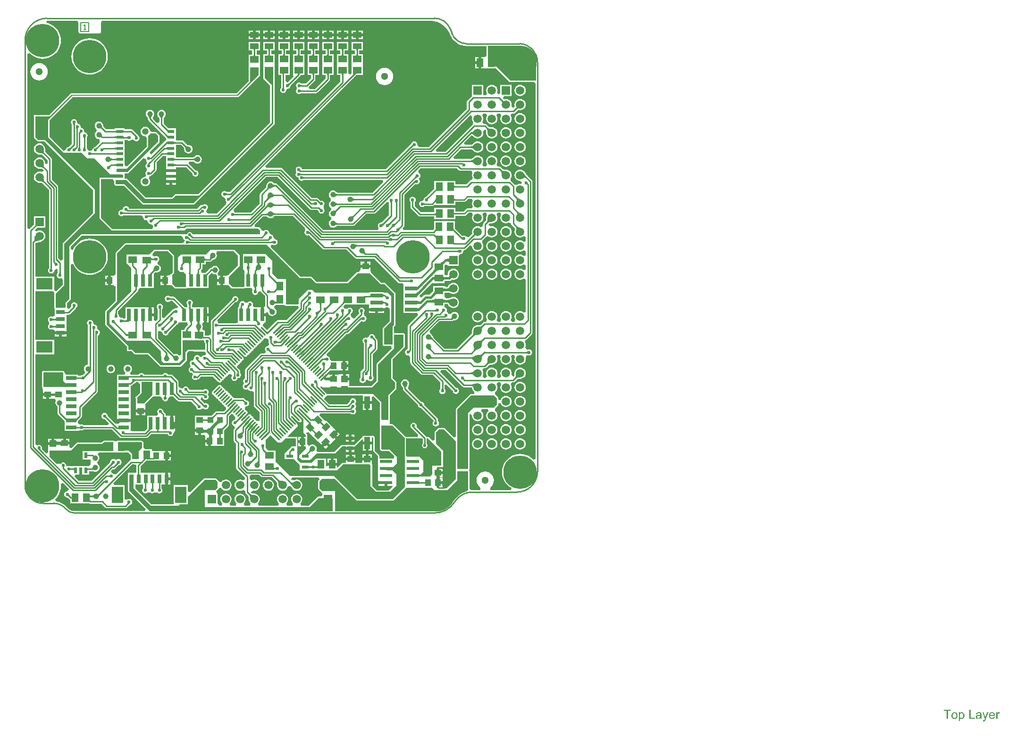
<source format=gtl>
G04*
G04 #@! TF.GenerationSoftware,Altium Limited,Altium Designer,18.1.7 (191)*
G04*
G04 Layer_Physical_Order=1*
G04 Layer_Color=255*
%FSLAX25Y25*%
%MOIN*%
G70*
G01*
G75*
%ADD10C,0.01000*%
%ADD16C,0.00787*%
%ADD22R,0.02756X0.08661*%
%ADD23R,0.04724X0.04134*%
%ADD24R,0.06299X0.03150*%
%ADD25R,0.11811X0.08268*%
%ADD26R,0.03150X0.06299*%
%ADD27R,0.08268X0.11811*%
%ADD28R,0.03937X0.03937*%
%ADD29R,0.05000X0.02000*%
%ADD30R,0.08661X0.02362*%
%ADD31R,0.07579X0.02756*%
%ADD34R,0.04134X0.03150*%
%ADD35R,0.04961X0.02402*%
%ADD36R,0.02362X0.03937*%
G04:AMPARAMS|DCode=37|XSize=23.62mil|YSize=39.37mil|CornerRadius=2.01mil|HoleSize=0mil|Usage=FLASHONLY|Rotation=180.000|XOffset=0mil|YOffset=0mil|HoleType=Round|Shape=RoundedRectangle|*
%AMROUNDEDRECTD37*
21,1,0.02362,0.03535,0,0,180.0*
21,1,0.01961,0.03937,0,0,180.0*
1,1,0.00402,-0.00980,0.01768*
1,1,0.00402,0.00980,0.01768*
1,1,0.00402,0.00980,-0.01768*
1,1,0.00402,-0.00980,-0.01768*
%
%ADD37ROUNDEDRECTD37*%
%ADD38R,0.04331X0.08661*%
%ADD39R,0.04724X0.04724*%
G04:AMPARAMS|DCode=40|XSize=39.37mil|YSize=51.18mil|CornerRadius=0mil|HoleSize=0mil|Usage=FLASHONLY|Rotation=45.000|XOffset=0mil|YOffset=0mil|HoleType=Round|Shape=Rectangle|*
%AMROTATEDRECTD40*
4,1,4,0.00418,-0.03202,-0.03202,0.00418,-0.00418,0.03202,0.03202,-0.00418,0.00418,-0.03202,0.0*
%
%ADD40ROTATEDRECTD40*%

%ADD41R,0.06000X0.04000*%
%ADD42R,0.04134X0.04724*%
G04:AMPARAMS|DCode=43|XSize=41.34mil|YSize=47.24mil|CornerRadius=0mil|HoleSize=0mil|Usage=FLASHONLY|Rotation=135.000|XOffset=0mil|YOffset=0mil|HoleType=Round|Shape=Rectangle|*
%AMROTATEDRECTD43*
4,1,4,0.03132,0.00209,-0.00209,-0.03132,-0.03132,-0.00209,0.00209,0.03132,0.03132,0.00209,0.0*
%
%ADD43ROTATEDRECTD43*%

%ADD44R,0.04724X0.06000*%
%ADD45R,0.06000X0.04724*%
%ADD46R,0.08661X0.02756*%
%ADD47C,0.05118*%
G04:AMPARAMS|DCode=82|XSize=11.81mil|YSize=68.9mil|CornerRadius=0mil|HoleSize=0mil|Usage=FLASHONLY|Rotation=135.000|XOffset=0mil|YOffset=0mil|HoleType=Round|Shape=Round|*
%AMOVALD82*
21,1,0.05709,0.01181,0.00000,0.00000,225.0*
1,1,0.01181,0.02018,0.02018*
1,1,0.01181,-0.02018,-0.02018*
%
%ADD82OVALD82*%

G04:AMPARAMS|DCode=83|XSize=11.81mil|YSize=68.9mil|CornerRadius=0mil|HoleSize=0mil|Usage=FLASHONLY|Rotation=225.000|XOffset=0mil|YOffset=0mil|HoleType=Round|Shape=Round|*
%AMOVALD83*
21,1,0.05709,0.01181,0.00000,0.00000,315.0*
1,1,0.01181,-0.02018,0.02018*
1,1,0.01181,0.02018,-0.02018*
%
%ADD83OVALD83*%

%ADD84C,0.01200*%
%ADD85C,0.02000*%
%ADD86C,0.01800*%
%ADD87R,0.05906X0.05906*%
%ADD88C,0.05906*%
%ADD89R,0.05906X0.05906*%
%ADD90C,0.03937*%
%ADD91C,0.23622*%
%ADD92C,0.04685*%
%ADD93C,0.02362*%
%ADD94C,0.03150*%
G36*
X424370Y650967D02*
X424285Y650936D01*
X424210Y650886D01*
X424145Y650815D01*
X424090Y650724D01*
X424045Y650612D01*
X424010Y650481D01*
X423985Y650329D01*
X423970Y650157D01*
X423965Y649965D01*
X422965D01*
X422960Y650157D01*
X422945Y650329D01*
X422920Y650481D01*
X422885Y650612D01*
X422840Y650724D01*
X422785Y650815D01*
X422720Y650886D01*
X422645Y650936D01*
X422560Y650967D01*
X422465Y650977D01*
X424465D01*
X424370Y650967D01*
D02*
G37*
G36*
X434763Y650890D02*
X434678Y650860D01*
X434603Y650809D01*
X434538Y650738D01*
X434483Y650647D01*
X434438Y650536D01*
X434403Y650405D01*
X434378Y650253D01*
X434363Y650081D01*
X434358Y649888D01*
X433358D01*
X433353Y650081D01*
X433338Y650253D01*
X433313Y650405D01*
X433278Y650536D01*
X433233Y650647D01*
X433178Y650738D01*
X433113Y650809D01*
X433038Y650860D01*
X432953Y650890D01*
X432858Y650900D01*
X434858D01*
X434763Y650890D01*
D02*
G37*
G36*
X496968Y650868D02*
X496883Y650838D01*
X496808Y650787D01*
X496743Y650716D01*
X496688Y650625D01*
X496643Y650514D01*
X496608Y650382D01*
X496583Y650231D01*
X496568Y650059D01*
X496563Y649866D01*
X495563D01*
X495558Y650059D01*
X495543Y650231D01*
X495518Y650382D01*
X495483Y650514D01*
X495438Y650625D01*
X495383Y650716D01*
X495318Y650787D01*
X495243Y650838D01*
X495158Y650868D01*
X495063Y650878D01*
X497063D01*
X496968Y650868D01*
D02*
G37*
G36*
X486619D02*
X486534Y650838D01*
X486459Y650787D01*
X486394Y650716D01*
X486339Y650625D01*
X486294Y650514D01*
X486259Y650382D01*
X486234Y650231D01*
X486219Y650059D01*
X486214Y649866D01*
X485214D01*
X485209Y650059D01*
X485194Y650231D01*
X485169Y650382D01*
X485134Y650514D01*
X485089Y650625D01*
X485034Y650716D01*
X484969Y650787D01*
X484894Y650838D01*
X484809Y650868D01*
X484714Y650878D01*
X486714D01*
X486619Y650868D01*
D02*
G37*
G36*
X496568Y647026D02*
X496583Y646854D01*
X496608Y646702D01*
X496643Y646571D01*
X496688Y646459D01*
X496743Y646368D01*
X496808Y646297D01*
X496883Y646247D01*
X496968Y646216D01*
X497063Y646206D01*
X495063D01*
X495158Y646216D01*
X495243Y646247D01*
X495318Y646297D01*
X495383Y646368D01*
X495438Y646459D01*
X495483Y646571D01*
X495518Y646702D01*
X495543Y646854D01*
X495558Y647026D01*
X495563Y647218D01*
X496563D01*
X496568Y647026D01*
D02*
G37*
G36*
X486219D02*
X486234Y646854D01*
X486259Y646702D01*
X486294Y646571D01*
X486339Y646459D01*
X486394Y646368D01*
X486459Y646297D01*
X486534Y646247D01*
X486619Y646216D01*
X486714Y646206D01*
X484714D01*
X484809Y646216D01*
X484894Y646247D01*
X484969Y646297D01*
X485034Y646368D01*
X485089Y646459D01*
X485134Y646571D01*
X485169Y646702D01*
X485194Y646854D01*
X485209Y647026D01*
X485214Y647218D01*
X486214D01*
X486219Y647026D01*
D02*
G37*
G36*
X434363Y646944D02*
X434378Y646772D01*
X434403Y646620D01*
X434438Y646488D01*
X434483Y646377D01*
X434538Y646286D01*
X434603Y646215D01*
X434678Y646165D01*
X434763Y646134D01*
X434858Y646124D01*
X432858D01*
X432953Y646134D01*
X433038Y646165D01*
X433113Y646215D01*
X433178Y646286D01*
X433233Y646377D01*
X433278Y646488D01*
X433313Y646620D01*
X433338Y646772D01*
X433353Y646944D01*
X433358Y647136D01*
X434358D01*
X434363Y646944D01*
D02*
G37*
G36*
X423970Y646617D02*
X423985Y646445D01*
X424010Y646293D01*
X424045Y646161D01*
X424090Y646050D01*
X424145Y645959D01*
X424210Y645888D01*
X424285Y645837D01*
X424370Y645807D01*
X424465Y645797D01*
X422465D01*
X422560Y645807D01*
X422645Y645837D01*
X422720Y645888D01*
X422785Y645959D01*
X422840Y646050D01*
X422885Y646161D01*
X422920Y646293D01*
X422945Y646445D01*
X422960Y646617D01*
X422965Y646809D01*
X423965D01*
X423970Y646617D01*
D02*
G37*
G36*
X495612Y633522D02*
X495472Y633500D01*
X495331Y633464D01*
X495191Y633413D01*
X495049Y633349D01*
X494908Y633270D01*
X494766Y633176D01*
X494624Y633069D01*
X494481Y632947D01*
X494338Y632811D01*
X492924D01*
X492952Y632845D01*
X492978Y632888D01*
X493001Y632938D01*
X493020Y632997D01*
X493037Y633063D01*
X493051Y633138D01*
X493061Y633221D01*
X493073Y633411D01*
X493075Y633518D01*
X495752Y633530D01*
X495612Y633522D01*
D02*
G37*
G36*
X486619Y633520D02*
X486534Y633489D01*
X486459Y633439D01*
X486394Y633368D01*
X486339Y633277D01*
X486294Y633166D01*
X486259Y633034D01*
X486234Y632882D01*
X486219Y632710D01*
X486214Y632518D01*
X485214D01*
X485209Y632710D01*
X485194Y632882D01*
X485169Y633034D01*
X485134Y633166D01*
X485089Y633277D01*
X485034Y633368D01*
X484969Y633439D01*
X484894Y633489D01*
X484809Y633520D01*
X484714Y633530D01*
X486714D01*
X486619Y633520D01*
D02*
G37*
G36*
X610785Y653133D02*
X612787Y652652D01*
X614690Y651864D01*
X616446Y650788D01*
X618012Y649450D01*
X619349Y647885D01*
X620425Y646129D01*
X621213Y644226D01*
X621694Y642224D01*
X621840Y640371D01*
X621828Y639871D01*
X621818Y639820D01*
X621901Y639402D01*
X621989Y638962D01*
X622327Y638455D01*
Y628543D01*
X604331Y628543D01*
X594488Y638386D01*
X588583Y638386D01*
X588583Y653257D01*
X609209D01*
X610785Y653133D01*
D02*
G37*
G36*
X426378Y632382D02*
X411811Y617815D01*
X387180Y617815D01*
X294734Y617815D01*
X277854Y600935D01*
X277854Y588386D01*
X286073Y580167D01*
X288779Y577461D01*
X301328Y577461D01*
X305119Y573669D01*
X310485Y573669D01*
X321949Y562205D01*
X329961Y562205D01*
X330315Y561851D01*
X330315Y559842D01*
X314173Y559842D01*
Y531074D01*
X322778Y522638D01*
X373978Y522638D01*
X375356Y524016D01*
X426237D01*
X427615Y522638D01*
X427615Y519797D01*
X379734Y519797D01*
X379645Y520248D01*
X379229Y520870D01*
X378607Y521285D01*
X377873Y521431D01*
X377139Y521285D01*
X376517Y520870D01*
X376101Y520248D01*
X376011Y519797D01*
X300998Y519797D01*
X292815Y511614D01*
X292815Y474311D01*
X290158Y471654D01*
Y467717D01*
X283144Y467717D01*
Y477731D01*
X289173Y483760D01*
X289173Y513091D01*
X299508Y523425D01*
X310630Y534547D01*
X310630Y551673D01*
X275590Y586713D01*
X270473Y586713D01*
X268746Y588439D01*
X268746Y603150D01*
X278878D01*
X294331Y618602D01*
X411319D01*
X420461Y627744D01*
X420461Y636516D01*
X426378Y636516D01*
X426378Y632382D01*
D02*
G37*
G36*
X276689Y670963D02*
X276689Y670963D01*
X278116Y670963D01*
X298160D01*
X298431Y670767D01*
X299268Y669539D01*
X299268Y669463D01*
Y663240D01*
X299376Y662696D01*
X299684Y662235D01*
X300145Y661927D01*
X300689Y661819D01*
X313681D01*
X314225Y661927D01*
X314686Y662235D01*
X314994Y662696D01*
X315102Y663240D01*
Y669463D01*
X315102Y669539D01*
X315939Y670767D01*
X316210Y670963D01*
X546009D01*
X547348Y670865D01*
X547433Y670848D01*
X547457Y670853D01*
X548918Y670779D01*
X550035Y670691D01*
X552319Y670143D01*
X554489Y669244D01*
X556491Y668017D01*
X558277Y666492D01*
X559803Y664706D01*
X561030Y662703D01*
X561740Y660989D01*
X561740Y660989D01*
X561770Y660926D01*
X561775Y660917D01*
X562165Y660133D01*
X562394Y659760D01*
X563245Y658370D01*
X564588Y656798D01*
X566160Y655456D01*
X567922Y654376D01*
X569832Y653584D01*
X571842Y653102D01*
X573847Y652944D01*
Y652944D01*
X575344Y652951D01*
X587563D01*
X587563Y645842D01*
X586063Y645339D01*
X583910D01*
Y641339D01*
Y637339D01*
X586047D01*
X586272Y637339D01*
X587547D01*
X587772Y637339D01*
X594094D01*
X603610Y627822D01*
X603940Y627601D01*
X604331Y627524D01*
X620961Y627524D01*
X622021Y626463D01*
Y361034D01*
X620521Y360480D01*
X620323Y360713D01*
X618790Y362022D01*
X617070Y363076D01*
X615207Y363848D01*
X613246Y364318D01*
X611236Y364477D01*
X609226Y364318D01*
X607265Y363848D01*
X605402Y363076D01*
X603683Y362022D01*
X602149Y360713D01*
X600840Y359179D01*
X599786Y357460D01*
X599015Y355597D01*
X598544Y353636D01*
X598386Y351626D01*
X598544Y349616D01*
X599015Y347655D01*
X599786Y345792D01*
X600840Y344073D01*
X602149Y342539D01*
X603683Y341230D01*
X605063Y340384D01*
X604702Y338884D01*
X590243D01*
X590010Y339167D01*
X589978Y339828D01*
X590321Y341146D01*
X590863Y341590D01*
X591627Y342522D01*
X592196Y343585D01*
X592545Y344738D01*
X592663Y345937D01*
X592545Y347137D01*
X592196Y348290D01*
X591627Y349353D01*
X590863Y350284D01*
X589931Y351049D01*
X588868Y351617D01*
X587715Y351967D01*
X586516Y352085D01*
X585316Y351967D01*
X584163Y351617D01*
X583100Y351049D01*
X582169Y350284D01*
X581404Y349353D01*
X580836Y348290D01*
X580486Y347137D01*
X580368Y345937D01*
X580486Y344738D01*
X580836Y343585D01*
X581404Y342522D01*
X582169Y341590D01*
X582710Y341146D01*
X583053Y339828D01*
X583022Y339167D01*
X582788Y338884D01*
X578036D01*
X576963Y338884D01*
X576622Y338911D01*
X576163Y339304D01*
X575527Y340287D01*
X575527Y352296D01*
X575450Y352686D01*
X575229Y353017D01*
X575188Y353430D01*
X575229Y353471D01*
X575450Y353802D01*
X575527Y354192D01*
X575527Y392605D01*
X575846Y392809D01*
X577239Y391918D01*
X577194Y391575D01*
X577330Y390543D01*
X577728Y389581D01*
X578362Y388756D01*
X579188Y388122D01*
X580149Y387724D01*
X581181Y387588D01*
X582213Y387724D01*
X583175Y388122D01*
X584000Y388756D01*
X584634Y389581D01*
X585032Y390543D01*
X585168Y391575D01*
X585032Y392607D01*
X584634Y393568D01*
X584000Y394394D01*
X583569Y394724D01*
X584062Y396224D01*
X588300D01*
X588793Y394724D01*
X588362Y394394D01*
X587728Y393568D01*
X587330Y392607D01*
X587194Y391575D01*
X587330Y390543D01*
X587728Y389581D01*
X588362Y388756D01*
X589188Y388122D01*
X590149Y387724D01*
X591181Y387588D01*
X592213Y387724D01*
X593175Y388122D01*
X594000Y388756D01*
X594634Y389581D01*
X595032Y390543D01*
X595168Y391575D01*
X595032Y392607D01*
X594634Y393568D01*
X594000Y394394D01*
X593416Y394842D01*
X593302Y395382D01*
X593300Y395742D01*
X593437Y396523D01*
X595603Y398689D01*
X595824Y399019D01*
X595901Y399410D01*
X595901Y400246D01*
X597330Y400543D01*
X597728Y399581D01*
X598362Y398756D01*
X599188Y398122D01*
X600149Y397724D01*
X601181Y397588D01*
X602213Y397724D01*
X603174Y398122D01*
X604000Y398756D01*
X604634Y399581D01*
X605032Y400543D01*
X605168Y401575D01*
X605032Y402607D01*
X604634Y403568D01*
X604000Y404394D01*
X603174Y405027D01*
X602213Y405426D01*
X601181Y405562D01*
X600149Y405426D01*
X599188Y405027D01*
X598362Y404394D01*
X597728Y403568D01*
X597330Y402607D01*
X595901Y402904D01*
X595901Y403839D01*
X595824Y404229D01*
X595603Y404560D01*
X595603Y404560D01*
X593634Y406528D01*
X593486Y406627D01*
X593328Y407383D01*
X593363Y408267D01*
X594000Y408756D01*
X594634Y409581D01*
X595032Y410543D01*
X595168Y411575D01*
X595032Y412607D01*
X594634Y413568D01*
X594606Y413604D01*
X595346Y415104D01*
X597016D01*
X597756Y413604D01*
X597728Y413568D01*
X597330Y412607D01*
X597194Y411575D01*
X597330Y410543D01*
X597728Y409581D01*
X598362Y408756D01*
X599188Y408122D01*
X600149Y407724D01*
X601181Y407588D01*
X602213Y407724D01*
X603174Y408122D01*
X604000Y408756D01*
X604634Y409581D01*
X605032Y410543D01*
X605168Y411575D01*
X605032Y412607D01*
X604634Y413568D01*
X604606Y413604D01*
X605346Y415104D01*
X606240D01*
X606825Y415221D01*
X607322Y415552D01*
X609007Y417238D01*
X609082Y417287D01*
X609203Y417347D01*
X609364Y417407D01*
X609565Y417464D01*
X609806Y417514D01*
X610074Y417553D01*
X610766Y417600D01*
X611074Y417602D01*
X611181Y417588D01*
X612213Y417724D01*
X613174Y418122D01*
X614000Y418756D01*
X614634Y419581D01*
X615032Y420543D01*
X615168Y421575D01*
X615032Y422607D01*
X614634Y423568D01*
X614000Y424394D01*
X613174Y425028D01*
X612213Y425426D01*
X611181Y425562D01*
X610149Y425426D01*
X609188Y425028D01*
X608362Y424394D01*
X607728Y423568D01*
X607330Y422607D01*
X607194Y421575D01*
X607208Y421468D01*
X607206Y421160D01*
X607159Y420468D01*
X607120Y420200D01*
X607071Y419959D01*
X607014Y419757D01*
X606953Y419596D01*
X606893Y419476D01*
X606844Y419401D01*
X606599Y419155D01*
X606109Y419222D01*
X605032Y420543D01*
X605168Y421575D01*
X605032Y422607D01*
X604634Y423568D01*
X604000Y424394D01*
X603174Y425028D01*
X602213Y425426D01*
X601181Y425562D01*
X600149Y425426D01*
X599188Y425028D01*
X598362Y424394D01*
X597728Y423568D01*
X597330Y422607D01*
X597194Y421575D01*
X597330Y420543D01*
X597728Y419581D01*
X596926Y418163D01*
X595436D01*
X594634Y419581D01*
X595032Y420543D01*
X595168Y421575D01*
X595032Y422607D01*
X594634Y423568D01*
X594000Y424394D01*
X593175Y425028D01*
X592213Y425426D01*
X591181Y425562D01*
X590149Y425426D01*
X589188Y425028D01*
X588362Y424394D01*
X587728Y423568D01*
X587330Y422607D01*
X587194Y421575D01*
X587330Y420543D01*
X587728Y419581D01*
X586926Y418163D01*
X585436D01*
X584634Y419581D01*
X585032Y420543D01*
X585168Y421575D01*
X585032Y422607D01*
X584634Y423568D01*
X584576Y423644D01*
X585316Y425144D01*
X586279D01*
X586865Y425260D01*
X587361Y425592D01*
X589007Y427238D01*
X589082Y427287D01*
X589203Y427347D01*
X589364Y427407D01*
X589565Y427464D01*
X589806Y427514D01*
X590074Y427553D01*
X590766Y427600D01*
X591074Y427602D01*
X591181Y427588D01*
X592213Y427724D01*
X593175Y428122D01*
X594000Y428756D01*
X594634Y429581D01*
X595032Y430543D01*
X595168Y431575D01*
X595032Y432607D01*
X594749Y433289D01*
X595128Y434201D01*
X595402Y434553D01*
X596960D01*
X597234Y434201D01*
X597613Y433289D01*
X597330Y432607D01*
X597194Y431575D01*
X597330Y430543D01*
X597728Y429581D01*
X598362Y428756D01*
X599188Y428122D01*
X600149Y427724D01*
X601181Y427588D01*
X602213Y427724D01*
X603174Y428122D01*
X604000Y428756D01*
X604634Y429581D01*
X605032Y430543D01*
X605168Y431575D01*
X605032Y432607D01*
X604749Y433289D01*
X605128Y434201D01*
X605402Y434553D01*
X606960D01*
X607234Y434201D01*
X607613Y433289D01*
X607330Y432607D01*
X607194Y431575D01*
X607330Y430543D01*
X607728Y429581D01*
X608362Y428756D01*
X609188Y428122D01*
X610149Y427724D01*
X611181Y427588D01*
X612213Y427724D01*
X613174Y428122D01*
X614000Y428756D01*
X614634Y429581D01*
X615032Y430543D01*
X615168Y431575D01*
X615032Y432607D01*
X615879Y434120D01*
X616514Y434368D01*
X616669Y434264D01*
X617520Y434095D01*
X618371Y434264D01*
X619092Y434746D01*
X619574Y435468D01*
X619743Y436319D01*
X619574Y437170D01*
X619092Y437891D01*
X618371Y438373D01*
X617520Y438543D01*
X616669Y438373D01*
X616554Y438297D01*
X615678Y438478D01*
X615402Y438769D01*
X614819Y440028D01*
X615032Y440543D01*
X615168Y441575D01*
X615032Y442607D01*
X614634Y443568D01*
X614591Y443624D01*
X614642Y444070D01*
X615256Y445222D01*
X615349Y445241D01*
X615845Y445572D01*
X619494Y449221D01*
X619826Y449717D01*
X619942Y450302D01*
Y557080D01*
X619826Y557665D01*
X619494Y558161D01*
X616315Y561340D01*
X614722Y563428D01*
X614643Y563545D01*
X614634Y563568D01*
X614585Y563632D01*
X614483Y563783D01*
X614460Y563806D01*
X614445Y563836D01*
X614395Y563879D01*
X614000Y564394D01*
X613174Y565028D01*
X612213Y565426D01*
X611181Y565562D01*
X610149Y565426D01*
X609188Y565028D01*
X608362Y564394D01*
X607728Y563568D01*
X607330Y562607D01*
X607194Y561575D01*
X607330Y560543D01*
X607728Y559581D01*
X608362Y558756D01*
X609188Y558122D01*
X610149Y557724D01*
X611181Y557588D01*
X611375Y557614D01*
X612372Y556232D01*
X612226Y555619D01*
X611965Y555458D01*
X611181Y555562D01*
X610149Y555426D01*
X609188Y555027D01*
X609091Y554953D01*
X608992Y554922D01*
X607490Y555012D01*
X607137Y555262D01*
X604868Y557531D01*
X604618Y557884D01*
X604529Y559385D01*
X604560Y559485D01*
X604634Y559581D01*
X605032Y560543D01*
X605168Y561575D01*
X605032Y562607D01*
X604634Y563568D01*
X604000Y564394D01*
X603174Y565028D01*
X602213Y565426D01*
X601181Y565562D01*
X601074Y565548D01*
X600766Y565550D01*
X600074Y565597D01*
X599806Y565635D01*
X599565Y565685D01*
X599364Y565742D01*
X599203Y565803D01*
X599082Y565863D01*
X599007Y565912D01*
X597537Y567381D01*
X597041Y567713D01*
X596456Y567829D01*
X595167D01*
X594441Y569329D01*
X594634Y569581D01*
X595032Y570543D01*
X595168Y571575D01*
X595032Y572607D01*
X594634Y573568D01*
X594000Y574394D01*
X593175Y575028D01*
X592213Y575426D01*
X591181Y575562D01*
X590149Y575426D01*
X589188Y575028D01*
X588362Y574394D01*
X587728Y573568D01*
X587330Y572607D01*
X587194Y571575D01*
X587330Y570543D01*
X587728Y569581D01*
X587922Y569329D01*
X587195Y567829D01*
X585168D01*
X584441Y569329D01*
X584634Y569581D01*
X585032Y570543D01*
X585168Y571575D01*
X585032Y572607D01*
X584634Y573568D01*
X584000Y574394D01*
X583175Y575028D01*
X582213Y575426D01*
X581181Y575562D01*
X580149Y575426D01*
X579188Y575028D01*
X578362Y574394D01*
X578312Y574329D01*
X578131Y574158D01*
X577592Y573705D01*
X577367Y573543D01*
X577155Y573408D01*
X576968Y573305D01*
X576807Y573234D01*
X576676Y573191D01*
X576589Y573172D01*
X564584D01*
X564010Y574558D01*
X569497Y580045D01*
X576577D01*
X576665Y580027D01*
X576792Y579984D01*
X576949Y579913D01*
X577132Y579811D01*
X577338Y579676D01*
X577554Y579514D01*
X578077Y579058D01*
X578296Y578841D01*
X578362Y578756D01*
X579188Y578122D01*
X580149Y577724D01*
X581181Y577588D01*
X582213Y577724D01*
X583175Y578122D01*
X584000Y578756D01*
X584634Y579581D01*
X585032Y580543D01*
X585168Y581575D01*
X585032Y582607D01*
X584634Y583568D01*
X584000Y584394D01*
X583175Y585028D01*
X582213Y585426D01*
X581181Y585562D01*
X580149Y585426D01*
X579188Y585028D01*
X578362Y584394D01*
X578296Y584308D01*
X578077Y584092D01*
X577554Y583636D01*
X577338Y583474D01*
X577132Y583339D01*
X576949Y583237D01*
X576792Y583166D01*
X576665Y583123D01*
X576577Y583104D01*
X572111D01*
X571537Y584490D01*
X576957Y589910D01*
X577134Y589812D01*
X577339Y589677D01*
X577554Y589515D01*
X578074Y589061D01*
X578296Y588842D01*
X578362Y588756D01*
X579188Y588122D01*
X580149Y587724D01*
X581181Y587588D01*
X582213Y587724D01*
X583175Y588122D01*
X584000Y588756D01*
X584634Y589581D01*
X585032Y590543D01*
X585168Y591575D01*
X585032Y592607D01*
X585012Y592654D01*
X586094Y593962D01*
X586641Y593952D01*
X586844Y593749D01*
X586893Y593674D01*
X586953Y593553D01*
X587014Y593392D01*
X587071Y593191D01*
X587120Y592950D01*
X587159Y592682D01*
X587206Y591990D01*
X587208Y591682D01*
X587194Y591575D01*
X587330Y590543D01*
X587728Y589581D01*
X588362Y588756D01*
X589188Y588122D01*
X590149Y587724D01*
X591181Y587588D01*
X592213Y587724D01*
X593175Y588122D01*
X594000Y588756D01*
X594634Y589581D01*
X595032Y590543D01*
X595168Y591575D01*
X595032Y592607D01*
X594634Y593568D01*
X594000Y594394D01*
X593175Y595027D01*
X592213Y595426D01*
X591181Y595562D01*
X591074Y595548D01*
X590766Y595550D01*
X590074Y595597D01*
X589806Y595636D01*
X589565Y595685D01*
X589364Y595742D01*
X589203Y595803D01*
X589082Y595863D01*
X589007Y595912D01*
X587381Y597538D01*
X586884Y597870D01*
X586299Y597986D01*
X585300D01*
X584561Y599486D01*
X584634Y599581D01*
X585032Y600543D01*
X585168Y601575D01*
X585032Y602607D01*
X584634Y603568D01*
X584485Y603762D01*
X585225Y605262D01*
X587137D01*
X587877Y603762D01*
X587728Y603568D01*
X587330Y602607D01*
X587194Y601575D01*
X587330Y600543D01*
X587728Y599581D01*
X588362Y598756D01*
X589188Y598122D01*
X590149Y597724D01*
X591181Y597588D01*
X592213Y597724D01*
X593175Y598122D01*
X594000Y598756D01*
X594634Y599581D01*
X595032Y600543D01*
X595168Y601575D01*
X595032Y602607D01*
X594634Y603568D01*
X594485Y603762D01*
X595225Y605262D01*
X597137D01*
X597877Y603762D01*
X597728Y603568D01*
X597330Y602607D01*
X597194Y601575D01*
X597330Y600543D01*
X597728Y599581D01*
X598362Y598756D01*
X599188Y598122D01*
X600149Y597724D01*
X601181Y597588D01*
X602213Y597724D01*
X603174Y598122D01*
X604000Y598756D01*
X604634Y599581D01*
X605032Y600543D01*
X605168Y601575D01*
X605032Y602607D01*
X604634Y603568D01*
X604485Y603762D01*
X605225Y605262D01*
X606398D01*
X606983Y605378D01*
X607479Y605710D01*
X609685Y607916D01*
X610149Y607724D01*
X611181Y607588D01*
X612213Y607724D01*
X613174Y608122D01*
X614000Y608756D01*
X614634Y609581D01*
X615032Y610543D01*
X615168Y611575D01*
X615032Y612607D01*
X614634Y613568D01*
X614000Y614394D01*
X613174Y615028D01*
X612213Y615426D01*
X611181Y615562D01*
X610149Y615426D01*
X609188Y615028D01*
X608362Y614394D01*
X607728Y613568D01*
X607330Y612607D01*
X607194Y611575D01*
X607330Y610543D01*
X606418Y609224D01*
X606031Y609158D01*
X605956Y609214D01*
X605032Y610543D01*
X605168Y611575D01*
X605032Y612607D01*
X604634Y613568D01*
X604000Y614394D01*
X603174Y615028D01*
X602213Y615426D01*
X601181Y615562D01*
X600149Y615426D01*
X599998Y615363D01*
X599111Y616249D01*
X599680Y617622D01*
X605114D01*
Y625527D01*
X597209D01*
Y619996D01*
X595955Y618750D01*
X595848Y618758D01*
X595734Y618836D01*
X594913Y620254D01*
X595032Y620543D01*
X595168Y621575D01*
X595032Y622607D01*
X594634Y623568D01*
X594000Y624394D01*
X593175Y625028D01*
X592213Y625426D01*
X591181Y625562D01*
X590149Y625426D01*
X589188Y625028D01*
X588362Y624394D01*
X587728Y623568D01*
X587330Y622607D01*
X587194Y621575D01*
X587330Y620543D01*
X587728Y619581D01*
X587741Y619565D01*
X587001Y618065D01*
X585134D01*
Y625527D01*
X577228D01*
Y617790D01*
X576970Y617617D01*
X574017Y614664D01*
X573686Y614168D01*
X573569Y613583D01*
Y608448D01*
X546793Y581672D01*
X539713D01*
X539467Y581839D01*
X538603Y583172D01*
X538641Y583366D01*
X538472Y584217D01*
X537990Y584939D01*
X537268Y585421D01*
X536417Y585590D01*
X535566Y585421D01*
X534845Y584939D01*
X534363Y584217D01*
X534283Y583816D01*
X516394Y565927D01*
X457007D01*
X456912Y566402D01*
X456430Y567124D01*
X455709Y567606D01*
X454857Y567775D01*
X454006Y567606D01*
X453285Y567124D01*
X452803Y566402D01*
X452634Y565551D01*
X452803Y564700D01*
X453236Y563697D01*
X452753Y562976D01*
X452584Y562125D01*
X452753Y561274D01*
X453236Y560553D01*
X453957Y560070D01*
X454718Y559919D01*
X454688Y559771D01*
X454857Y558920D01*
X455340Y558199D01*
X456061Y557717D01*
X456912Y557548D01*
X457763Y557717D01*
X458485Y558199D01*
X458507Y558233D01*
X458536Y558239D01*
X458555Y558242D01*
X513962D01*
X514536Y556856D01*
X507044Y549364D01*
X482031D01*
X482003Y549368D01*
X481933Y549387D01*
X481853Y549416D01*
X481763Y549459D01*
X481662Y549517D01*
X481552Y549591D01*
X481432Y549684D01*
X481304Y549796D01*
X481179Y549917D01*
X481153Y549952D01*
X480533Y550428D01*
X479810Y550727D01*
X479035Y550829D01*
X478261Y550727D01*
X477538Y550428D01*
X476918Y549952D01*
X476442Y549332D01*
X476143Y548610D01*
X476041Y547835D01*
X476143Y547060D01*
X476442Y546338D01*
X476918Y545717D01*
X477474Y545291D01*
X477582Y544574D01*
X477593Y544405D01*
X477504Y543633D01*
X477017Y543259D01*
X476541Y542639D01*
X476242Y541917D01*
X476140Y541142D01*
X476242Y540367D01*
X476541Y539645D01*
X477017Y539025D01*
X477538Y538624D01*
X477637Y537882D01*
Y537709D01*
X477538Y536966D01*
X477017Y536566D01*
X476541Y535946D01*
X476242Y535224D01*
X476140Y534449D01*
X476242Y533674D01*
X476541Y532952D01*
X477017Y532332D01*
X477637Y531856D01*
X477684Y531836D01*
Y530212D01*
X477538Y530152D01*
X476918Y529676D01*
X476442Y529056D01*
X476143Y528334D01*
X476041Y527559D01*
X476143Y526784D01*
X476442Y526062D01*
X476918Y525442D01*
X477538Y524966D01*
X478261Y524667D01*
X479035Y524565D01*
X479810Y524667D01*
X480533Y524966D01*
X480738Y525124D01*
X480817Y525160D01*
X480996Y525289D01*
X481330Y525502D01*
X481461Y525572D01*
X481590Y525633D01*
X481705Y525678D01*
X481805Y525710D01*
X481890Y525730D01*
X481921Y525734D01*
X493209D01*
X493794Y525851D01*
X494290Y526182D01*
X502620Y534512D01*
X507905D01*
X508490Y534629D01*
X508987Y534960D01*
X516622Y542596D01*
X518313Y542433D01*
X518451Y542303D01*
Y533409D01*
X513194Y528152D01*
X513180Y528151D01*
X512894Y528208D01*
X512043Y528039D01*
X511321Y527557D01*
X510839Y526835D01*
X510670Y525984D01*
X510839Y525133D01*
X511261Y524502D01*
X511156Y524017D01*
X510731Y523002D01*
X472101D01*
X439808Y555296D01*
X439312Y555627D01*
X438727Y555744D01*
X437936D01*
X437908Y555748D01*
X437839Y555766D01*
X437759Y555796D01*
X437669Y555838D01*
X437568Y555896D01*
X437457Y555971D01*
X437337Y556064D01*
X437210Y556175D01*
X437085Y556297D01*
X437058Y556331D01*
X436438Y556807D01*
X435716Y557106D01*
X434941Y557208D01*
X434166Y557106D01*
X433444Y556807D01*
X432824Y556331D01*
X432348Y555711D01*
X432049Y554989D01*
X431947Y554214D01*
X431952Y554171D01*
X431950Y553997D01*
X431939Y553827D01*
X431919Y553677D01*
X431894Y553546D01*
X431864Y553434D01*
X431830Y553340D01*
X431794Y553263D01*
X431758Y553201D01*
X431741Y553177D01*
X427688Y549124D01*
X427356Y548628D01*
X427240Y548042D01*
Y541635D01*
X420894Y535289D01*
X409927D01*
X409908Y535292D01*
X409879Y535298D01*
X409857Y535332D01*
X409169Y535792D01*
X409135Y535816D01*
X408689Y537433D01*
X412168Y540912D01*
X412215Y540982D01*
X431658Y560425D01*
X439923D01*
X462759Y537589D01*
X463255Y537258D01*
X463840Y537142D01*
X467309D01*
X468642Y536614D01*
X468812Y535763D01*
X469294Y535042D01*
X470015Y534560D01*
X470866Y534390D01*
X471717Y534560D01*
X472439Y535042D01*
X472921Y535763D01*
X473090Y536614D01*
X472921Y537465D01*
X472439Y538187D01*
Y539864D01*
X472921Y540586D01*
X473090Y541437D01*
X472921Y542288D01*
X472439Y543010D01*
X471717Y543492D01*
X470866Y543661D01*
X470175Y543523D01*
X468523Y545176D01*
X468026Y545507D01*
X467441Y545624D01*
X463858D01*
X443046Y566436D01*
X442550Y566767D01*
X441965Y566884D01*
X431826D01*
X431252Y568269D01*
X495221Y632238D01*
X495263Y632274D01*
X495354Y632343D01*
X495437Y632397D01*
X495511Y632439D01*
X495576Y632468D01*
X495632Y632488D01*
X495679Y632501D01*
X495713Y632506D01*
X500063D01*
Y639006D01*
X500063Y639230D01*
Y640506D01*
X500063Y640730D01*
Y647230D01*
X497592D01*
Y649854D01*
X500063D01*
Y655854D01*
X492063D01*
Y649854D01*
X494534D01*
Y647230D01*
X492063D01*
Y640730D01*
X492063Y640506D01*
Y639230D01*
X492063Y639006D01*
Y633668D01*
X491607Y633267D01*
X491117Y632944D01*
X489714Y633608D01*
Y639006D01*
X489714Y639230D01*
Y640506D01*
X489714Y640730D01*
Y647230D01*
X487244D01*
Y649854D01*
X489714D01*
Y655854D01*
X481714D01*
Y649854D01*
X484185D01*
Y647230D01*
X481714D01*
Y640730D01*
X481714Y640506D01*
Y639230D01*
X481714Y639006D01*
Y632506D01*
X484185D01*
Y627932D01*
X406011Y549758D01*
X404005D01*
X403986Y549761D01*
X403957Y549767D01*
X403935Y549801D01*
X403213Y550283D01*
X402362Y550452D01*
X401511Y550283D01*
X400790Y549801D01*
X400308Y549079D01*
X400138Y548228D01*
X400308Y547377D01*
X400790Y546656D01*
X401511Y546174D01*
X401932Y546090D01*
X402507Y545712D01*
X403052Y544612D01*
X403013Y544416D01*
X403182Y543565D01*
X403664Y542844D01*
X403363Y541241D01*
X396696Y534574D01*
X390349D01*
X389487Y535807D01*
X389792Y537223D01*
X390084Y537418D01*
X390566Y538140D01*
X390736Y538991D01*
X390566Y539842D01*
X390084Y540563D01*
X389363Y541045D01*
X388512Y541215D01*
X387661Y541045D01*
X386939Y540563D01*
X386916Y540529D01*
X386888Y540523D01*
X386869Y540520D01*
X386306D01*
X385721Y540404D01*
X385225Y540072D01*
X383127Y537974D01*
X334948D01*
X334861Y538411D01*
X334379Y539132D01*
X333658Y539614D01*
X332807Y539784D01*
X331956Y539614D01*
X331234Y539132D01*
X330752Y538411D01*
X330728Y538287D01*
X330573Y537555D01*
X329591Y537101D01*
X328740Y536931D01*
X328018Y536449D01*
X327536Y535728D01*
X327367Y534877D01*
X327536Y534026D01*
X328018Y533304D01*
X328740Y532822D01*
X329591Y532653D01*
X330442Y532822D01*
X330865Y533105D01*
X330946Y533144D01*
X330984Y533172D01*
X330989Y533175D01*
X331000Y533181D01*
X331016Y533188D01*
X331041Y533196D01*
X331073Y533204D01*
X331101Y533210D01*
X331160Y533216D01*
X343589D01*
X344894Y532087D01*
X345063Y531236D01*
X345545Y530514D01*
X346267Y530032D01*
X347117Y529863D01*
X348161Y529140D01*
X348261Y528677D01*
X348339Y528283D01*
X348821Y527561D01*
X349543Y527079D01*
X350394Y526910D01*
X351494Y526438D01*
X351754Y525768D01*
X351802Y525527D01*
X352049Y525157D01*
X351613Y523949D01*
X351384Y523657D01*
X323195Y523657D01*
X315193Y531502D01*
Y558823D01*
X323152Y558823D01*
X323183Y558816D01*
X323369Y558743D01*
X324571Y557323D01*
X324571Y555570D01*
X324648Y555180D01*
X324869Y554849D01*
X325223Y554496D01*
X325554Y554275D01*
X325944Y554197D01*
X331369Y554197D01*
X344456Y541110D01*
X344787Y540889D01*
X345177Y540811D01*
X380413Y540811D01*
X380804Y540889D01*
X381134Y541110D01*
X437532Y597507D01*
X437753Y597838D01*
X437831Y598228D01*
X437831Y632424D01*
X437858D01*
Y638924D01*
X437858Y639148D01*
Y640424D01*
X437858Y640648D01*
Y647148D01*
X435388D01*
Y649876D01*
X437858D01*
Y655876D01*
X429858D01*
Y649876D01*
X432329D01*
Y647148D01*
X429858D01*
Y640648D01*
X429858Y640424D01*
Y639148D01*
X429858Y638924D01*
Y636970D01*
X429787Y636614D01*
X429787Y630315D01*
X429865Y629925D01*
X430086Y629594D01*
X434610Y625070D01*
X434610Y599044D01*
X383830Y548264D01*
X367913Y548264D01*
X367523Y548186D01*
X367192Y547965D01*
X365227Y546000D01*
X346777D01*
X333788Y558989D01*
X333457Y559210D01*
X333067Y559287D01*
X331866D01*
Y562760D01*
X333858D01*
X334248Y562838D01*
X334579Y563059D01*
X345176Y573655D01*
X345236Y573654D01*
X346706Y573064D01*
X346764Y572771D01*
X347246Y572050D01*
X347406Y570327D01*
X347289Y569741D01*
Y569711D01*
X347246Y569683D01*
X346764Y568961D01*
X346595Y568110D01*
X346764Y567259D01*
X347246Y566538D01*
X347476Y566385D01*
X347502Y566313D01*
Y564789D01*
X347476Y564718D01*
X347246Y564565D01*
X346764Y563843D01*
X346595Y562992D01*
X346764Y562141D01*
X346919Y561910D01*
X346679Y561157D01*
X346235Y560429D01*
X345584Y560343D01*
X344771Y560006D01*
X344073Y559471D01*
X343537Y558772D01*
X343200Y557959D01*
X343085Y557087D01*
X343200Y556214D01*
X343537Y555401D01*
X344073Y554703D01*
X344771Y554167D01*
X345584Y553830D01*
X346457Y553715D01*
X347329Y553830D01*
X348142Y554167D01*
X348841Y554703D01*
X349376Y555401D01*
X349713Y556214D01*
X349828Y557087D01*
X349713Y557959D01*
X349376Y558772D01*
X348949Y559330D01*
X349073Y560013D01*
X349450Y560894D01*
X349670Y560938D01*
X350391Y561420D01*
X350451Y561509D01*
X350803Y561579D01*
X351299Y561911D01*
X353856Y564468D01*
X354188Y564964D01*
X354304Y565549D01*
Y570660D01*
X358887Y575242D01*
X361047D01*
Y570634D01*
Y566697D01*
Y565961D01*
X364528D01*
X368008D01*
Y567368D01*
X375179D01*
X379647Y562901D01*
X379658Y562885D01*
X379674Y562860D01*
X379666Y562821D01*
X379835Y561970D01*
X380317Y561248D01*
X381039Y560766D01*
X381890Y560597D01*
X382741Y560766D01*
X383462Y561248D01*
X383944Y561970D01*
X384114Y562821D01*
X383944Y563672D01*
X383462Y564393D01*
X382741Y564875D01*
X381890Y565044D01*
X381850Y565036D01*
X381825Y565052D01*
X381810Y565064D01*
X377068Y569805D01*
X377185Y570518D01*
X377609Y571305D01*
X380371D01*
X380399Y571301D01*
X380469Y571282D01*
X380548Y571253D01*
X380638Y571210D01*
X380739Y571153D01*
X380850Y571078D01*
X380970Y570985D01*
X381098Y570873D01*
X381223Y570752D01*
X381249Y570717D01*
X381869Y570242D01*
X382591Y569943D01*
X383366Y569840D01*
X384141Y569943D01*
X384863Y570242D01*
X385483Y570717D01*
X385959Y571338D01*
X386258Y572060D01*
X386360Y572835D01*
X386258Y573610D01*
X385959Y574332D01*
X385483Y574952D01*
X384863Y575428D01*
X384141Y575727D01*
X383366Y575829D01*
X382591Y575727D01*
X381869Y575428D01*
X381249Y574952D01*
X381223Y574917D01*
X381098Y574796D01*
X380970Y574684D01*
X380850Y574591D01*
X380739Y574517D01*
X380638Y574459D01*
X380548Y574416D01*
X380469Y574387D01*
X380399Y574368D01*
X380371Y574364D01*
X368008D01*
Y578508D01*
Y583116D01*
X371611D01*
X373671Y581056D01*
X373687Y581033D01*
X373724Y580971D01*
X373759Y580894D01*
X373793Y580800D01*
X373823Y580688D01*
X373849Y580557D01*
X373868Y580407D01*
X373879Y580237D01*
X373882Y580063D01*
X373876Y580020D01*
X373978Y579245D01*
X374277Y578523D01*
X374753Y577903D01*
X375373Y577427D01*
X376095Y577128D01*
X376870Y577026D01*
X377645Y577128D01*
X378367Y577427D01*
X378987Y577903D01*
X379463Y578523D01*
X379762Y579245D01*
X379864Y580020D01*
X379762Y580795D01*
X379463Y581517D01*
X378987Y582137D01*
X378367Y582613D01*
X377645Y582912D01*
X376870Y583014D01*
X376827Y583008D01*
X376653Y583011D01*
X376483Y583022D01*
X376333Y583041D01*
X376202Y583067D01*
X376090Y583097D01*
X375996Y583131D01*
X375919Y583166D01*
X375856Y583203D01*
X375834Y583219D01*
X373325Y585727D01*
X372829Y586059D01*
X372244Y586175D01*
X368008D01*
Y590319D01*
Y594721D01*
X362907D01*
X362687Y594909D01*
X359403Y598193D01*
Y601827D01*
X359408Y601856D01*
X359426Y601925D01*
X359456Y602005D01*
X359498Y602095D01*
X359556Y602196D01*
X359631Y602307D01*
X359723Y602426D01*
X359835Y602554D01*
X359957Y602679D01*
X359991Y602706D01*
X360467Y603326D01*
X360766Y604048D01*
X360868Y604823D01*
X360766Y605598D01*
X360467Y606320D01*
X359991Y606940D01*
X359371Y607416D01*
X358649Y607715D01*
X357874Y607817D01*
X357099Y607715D01*
X356377Y607416D01*
X355757Y606940D01*
X355281Y606320D01*
X354982Y605598D01*
X354880Y604823D01*
X354982Y604048D01*
X355281Y603326D01*
X355757Y602706D01*
X355791Y602679D01*
X355913Y602554D01*
X356024Y602426D01*
X356117Y602307D01*
X356192Y602196D01*
X356250Y602095D01*
X356292Y602005D01*
X356322Y601925D01*
X356340Y601856D01*
X356345Y601827D01*
Y599067D01*
X354845Y598446D01*
X351836Y601454D01*
X351822Y602903D01*
X352298Y603523D01*
X352597Y604245D01*
X352699Y605020D01*
X352597Y605795D01*
X352298Y606517D01*
X351822Y607137D01*
X351202Y607613D01*
X350480Y607912D01*
X349705Y608014D01*
X348930Y607912D01*
X348208Y607613D01*
X347588Y607137D01*
X347112Y606517D01*
X346813Y605795D01*
X346711Y605020D01*
X346813Y604245D01*
X347112Y603523D01*
X347588Y602903D01*
X347622Y602876D01*
X347744Y602751D01*
X347855Y602623D01*
X347948Y602503D01*
X348023Y602393D01*
X348080Y602292D01*
X348123Y602202D01*
X348152Y602122D01*
X348171Y602052D01*
X348175Y602024D01*
Y601423D01*
X348292Y600837D01*
X348623Y600341D01*
X360824Y588141D01*
X360881Y588075D01*
X360968Y587964D01*
X361030Y587874D01*
X361047Y587843D01*
Y586121D01*
X360734Y586059D01*
X360238Y585727D01*
X350769Y576258D01*
X350052Y576410D01*
X349567Y578046D01*
X356233Y584712D01*
X356454Y585043D01*
X356531Y585433D01*
X356531Y589370D01*
X356454Y589760D01*
X356233Y590091D01*
X354406Y591918D01*
X354076Y592138D01*
X353685Y592216D01*
X351301D01*
X350036Y592477D01*
X349713Y593392D01*
X349376Y594205D01*
X348841Y594904D01*
X348142Y595439D01*
X347329Y595776D01*
X346457Y595891D01*
X345584Y595776D01*
X344771Y595439D01*
X344073Y594904D01*
X343537Y594205D01*
X343200Y593392D01*
X343085Y592520D01*
X343200Y591647D01*
X343537Y590834D01*
X344073Y590136D01*
X344771Y589600D01*
X345584Y589263D01*
X346457Y589148D01*
X347406Y587760D01*
X347406Y581918D01*
X333366Y567879D01*
X331866Y568500D01*
Y570634D01*
Y574571D01*
Y578508D01*
Y582445D01*
Y586660D01*
X333397D01*
X333416Y586657D01*
X333444Y586650D01*
X333467Y586617D01*
X334188Y586134D01*
X335039Y585965D01*
X335890Y586134D01*
X336612Y586617D01*
X336633Y586649D01*
X337069Y586736D01*
X338354Y586569D01*
X338585Y586223D01*
X339306Y585741D01*
X340158Y585571D01*
X341008Y585741D01*
X341730Y586223D01*
X342212Y586944D01*
X342381Y587795D01*
X342212Y588646D01*
X341730Y589368D01*
X341595Y589458D01*
X341590Y589465D01*
X341570Y589562D01*
X341239Y590058D01*
X337696Y593601D01*
X337199Y593933D01*
X336614Y594049D01*
X331866D01*
Y594721D01*
X324905D01*
Y594049D01*
X318842D01*
X317005Y595886D01*
X316987Y595911D01*
X316941Y595985D01*
X316893Y596077D01*
X316845Y596190D01*
X316798Y596322D01*
X316757Y596463D01*
X316673Y596848D01*
X316641Y597065D01*
X316610Y597150D01*
X316573Y597429D01*
X316274Y598151D01*
X315798Y598771D01*
X315178Y599247D01*
X314456Y599546D01*
X313681Y599648D01*
X312906Y599546D01*
X312184Y599247D01*
X311564Y598771D01*
X311088Y598151D01*
X310789Y597429D01*
X310687Y596654D01*
X310789Y595879D01*
X311088Y595156D01*
X311564Y594536D01*
X311869Y594303D01*
X312007Y593649D01*
Y593221D01*
X311869Y592568D01*
X311564Y592334D01*
X311088Y591714D01*
X310789Y590991D01*
X310687Y590216D01*
X310789Y589442D01*
X311088Y588720D01*
X311564Y588099D01*
X312184Y587624D01*
X312906Y587324D01*
X313681Y587222D01*
X314076Y586900D01*
X314108Y586857D01*
X314203Y584971D01*
X310925Y581693D01*
X310840Y581627D01*
X310809Y581606D01*
X310774Y581585D01*
X310746Y581570D01*
X310724Y581561D01*
X310708Y581555D01*
X310662Y581542D01*
X310612Y581517D01*
X310369Y581468D01*
X309648Y580986D01*
X309166Y580265D01*
X309098Y579921D01*
X308409Y579211D01*
X307565Y578920D01*
X307185Y578996D01*
X307112Y578981D01*
X306029Y579306D01*
X305536Y580081D01*
X305499Y580265D01*
X305017Y580986D01*
X304996Y581001D01*
X304991Y581019D01*
X304984Y581054D01*
X304974Y581149D01*
Y588023D01*
X304977Y588042D01*
X304983Y588070D01*
X305017Y588093D01*
X305499Y588814D01*
X305669Y589665D01*
X305499Y590516D01*
X305017Y591238D01*
X304296Y591720D01*
X303445Y591890D01*
X303116Y593353D01*
X303053Y593671D01*
X302571Y594392D01*
X301849Y594874D01*
X300998Y595045D01*
X300670Y596508D01*
X300606Y596825D01*
X300124Y597546D01*
X299403Y598029D01*
X298552Y598199D01*
X298223Y599662D01*
X298160Y599979D01*
X297678Y600701D01*
X296956Y601183D01*
X296105Y601352D01*
X295254Y601183D01*
X294533Y600701D01*
X294051Y599979D01*
X293881Y599128D01*
X294051Y598277D01*
X294533Y597556D01*
X294563Y597536D01*
X294569Y597507D01*
X294572Y597488D01*
Y594959D01*
X294576Y594942D01*
Y583830D01*
X292403Y581657D01*
X292387Y581645D01*
X292363Y581630D01*
X292323Y581637D01*
X291472Y581468D01*
X290750Y580986D01*
X290268Y580265D01*
X290147Y579656D01*
X289391Y579231D01*
X288644Y579038D01*
X286794Y580888D01*
X278874Y588808D01*
X278874Y600513D01*
X295157Y616795D01*
X387180Y616795D01*
X411811Y616795D01*
X412201Y616873D01*
X412532Y617094D01*
X427099Y631661D01*
X427320Y631992D01*
X427341Y632097D01*
X427465D01*
Y638597D01*
X427465Y638821D01*
Y640097D01*
X427465Y640321D01*
Y646821D01*
X424994D01*
Y649953D01*
X427465D01*
Y655953D01*
X419465D01*
Y649953D01*
X421935D01*
Y646821D01*
X419465D01*
Y640321D01*
X419465Y640097D01*
Y638821D01*
X419465Y638597D01*
Y636632D01*
X419441Y636516D01*
X419441Y628167D01*
X410897Y619622D01*
X294331D01*
X293940Y619544D01*
X293610Y619323D01*
X278456Y604169D01*
X275606D01*
Y604169D01*
X267701D01*
Y596264D01*
X267727D01*
X267727Y590672D01*
X267667Y590216D01*
X267727Y589761D01*
Y588439D01*
X267804Y588049D01*
X268025Y587718D01*
X269752Y585992D01*
X269752Y585992D01*
X270082Y585771D01*
X270473Y585693D01*
X275168Y585693D01*
X309610Y551251D01*
X309610Y534970D01*
X298787Y524146D01*
X288452Y513811D01*
X288231Y513481D01*
X288154Y513091D01*
Y501828D01*
X286654Y501206D01*
X284864Y502996D01*
Y553343D01*
X284748Y553929D01*
X284416Y554425D01*
X280395Y558447D01*
Y573005D01*
X280278Y573590D01*
X279947Y574086D01*
X275990Y578043D01*
X275941Y578118D01*
X275882Y578238D01*
X275821Y578399D01*
X275764Y578601D01*
X275714Y578842D01*
X275676Y579109D01*
X275629Y579801D01*
X275626Y580110D01*
X275640Y580217D01*
X275505Y581248D01*
X275106Y582210D01*
X274473Y583036D01*
X273647Y583669D01*
X272685Y584068D01*
X271654Y584203D01*
X270622Y584068D01*
X269660Y583669D01*
X268834Y583036D01*
X268201Y582210D01*
X267803Y581248D01*
X267667Y580217D01*
X267803Y579185D01*
X268201Y578223D01*
X268834Y577397D01*
X269660Y576764D01*
X270622Y576366D01*
X271654Y576230D01*
X271760Y576244D01*
X272069Y576241D01*
X272761Y576194D01*
X273028Y576156D01*
X273270Y576106D01*
X273471Y576049D01*
X273632Y575988D01*
X273752Y575929D01*
X273827Y575880D01*
X277336Y572371D01*
Y570007D01*
X276083Y569411D01*
X275636Y569692D01*
X275629Y569801D01*
X275626Y570110D01*
X275640Y570217D01*
X275505Y571248D01*
X275106Y572210D01*
X274473Y573036D01*
X273647Y573669D01*
X272685Y574068D01*
X271654Y574203D01*
X270622Y574068D01*
X269660Y573669D01*
X268834Y573036D01*
X268201Y572210D01*
X267803Y571248D01*
X267667Y570217D01*
X267803Y569185D01*
X268201Y568223D01*
X268834Y567397D01*
X269660Y566764D01*
X270622Y566365D01*
X271654Y566230D01*
X271760Y566244D01*
X272069Y566241D01*
X272761Y566194D01*
X273028Y566156D01*
X273270Y566106D01*
X273471Y566049D01*
X273632Y565988D01*
X273752Y565929D01*
X273827Y565880D01*
X274628Y565079D01*
X274653Y565024D01*
X274606Y564824D01*
X274464Y564653D01*
X272867Y563992D01*
X272685Y564068D01*
X271654Y564203D01*
X270622Y564068D01*
X269660Y563669D01*
X268834Y563036D01*
X268201Y562210D01*
X267803Y561248D01*
X267667Y560217D01*
X267803Y559185D01*
X268201Y558223D01*
X268834Y557397D01*
X269660Y556764D01*
X270622Y556365D01*
X271654Y556230D01*
X271760Y556244D01*
X272069Y556241D01*
X272761Y556194D01*
X273028Y556156D01*
X273270Y556106D01*
X273471Y556049D01*
X273632Y555988D01*
X273752Y555929D01*
X273827Y555880D01*
X278405Y551302D01*
Y495958D01*
X278403Y495939D01*
X278396Y495911D01*
X278362Y495888D01*
X277880Y495166D01*
X277711Y494315D01*
X277880Y493464D01*
X278362Y492743D01*
X279084Y492261D01*
X279935Y492092D01*
X280786Y492261D01*
X281507Y492743D01*
X281990Y493464D01*
X282159Y494315D01*
X283451Y495426D01*
X284147Y495358D01*
X284494Y494857D01*
Y492489D01*
X284491Y492470D01*
X284485Y492442D01*
X284451Y492419D01*
X283969Y491698D01*
X283800Y490846D01*
X283969Y489995D01*
X284451Y489274D01*
X285173Y488792D01*
X286024Y488623D01*
X286654Y488748D01*
X287298Y488477D01*
X288154Y487843D01*
Y484182D01*
X283389Y479418D01*
X281969Y480119D01*
Y489878D01*
X268786D01*
Y513467D01*
X268980Y513661D01*
X268983Y513663D01*
X269088Y513729D01*
X269244Y513802D01*
X269453Y513875D01*
X269714Y513943D01*
X270025Y514002D01*
X270373Y514047D01*
X271250Y514100D01*
X271749Y514103D01*
X271940Y514142D01*
X272133Y514180D01*
X272136Y514182D01*
X272138Y514182D01*
X272301Y514292D01*
X272464Y514401D01*
X272465Y514404D01*
X272468Y514405D01*
X272576Y514569D01*
X272685Y514732D01*
X272686Y514735D01*
X272687Y514737D01*
X272691Y514755D01*
X272810Y514771D01*
X273771Y515169D01*
X274597Y515803D01*
X275231Y516629D01*
X275629Y517590D01*
X275765Y518622D01*
X275629Y519654D01*
X275231Y520615D01*
X274597Y521441D01*
X273771Y522075D01*
X272810Y522473D01*
X271778Y522609D01*
X270746Y522473D01*
X269784Y522075D01*
X269711Y522018D01*
X268008Y522565D01*
X267981Y522662D01*
X269988Y524669D01*
X275731D01*
Y532575D01*
X267825D01*
Y526832D01*
X264659Y523666D01*
X263909Y523797D01*
X263159Y524213D01*
Y647421D01*
X264659Y647975D01*
X264846Y647756D01*
X266380Y646446D01*
X268099Y645393D01*
X269962Y644621D01*
X271923Y644150D01*
X273933Y643992D01*
X275943Y644150D01*
X277904Y644621D01*
X279767Y645393D01*
X281487Y646446D01*
X283020Y647756D01*
X284330Y649289D01*
X285383Y651009D01*
X286155Y652872D01*
X286626Y654832D01*
X286784Y656843D01*
X286626Y658853D01*
X286155Y660814D01*
X285383Y662677D01*
X284330Y664396D01*
X283020Y665929D01*
X281487Y667239D01*
X279767Y668293D01*
X277904Y669064D01*
X276352Y669437D01*
X276363Y669573D01*
X276628Y670963D01*
X276689Y670963D01*
D02*
G37*
G36*
X350916Y603442D02*
X350767Y603271D01*
X350635Y603101D01*
X350521Y602932D01*
X350424Y602764D01*
X350345Y602596D01*
X350284Y602430D01*
X350240Y602264D01*
X350214Y602099D01*
X350205Y601935D01*
X349205D01*
X349196Y602099D01*
X349170Y602264D01*
X349126Y602430D01*
X349064Y602596D01*
X348985Y602764D01*
X348889Y602932D01*
X348775Y603101D01*
X348643Y603271D01*
X348494Y603442D01*
X348327Y603614D01*
X351083D01*
X350916Y603442D01*
D02*
G37*
G36*
X359085Y603245D02*
X358936Y603075D01*
X358804Y602905D01*
X358690Y602735D01*
X358594Y602567D01*
X358514Y602399D01*
X358453Y602233D01*
X358409Y602067D01*
X358383Y601902D01*
X358374Y601738D01*
X357374D01*
X357365Y601902D01*
X357339Y602067D01*
X357295Y602233D01*
X357234Y602399D01*
X357154Y602567D01*
X357058Y602735D01*
X356944Y602905D01*
X356812Y603075D01*
X356663Y603245D01*
X356496Y603417D01*
X359252D01*
X359085Y603245D01*
D02*
G37*
G36*
X296930Y598282D02*
X296867Y598216D01*
X296812Y598143D01*
X296762Y598064D01*
X296720Y597980D01*
X296684Y597889D01*
X296654Y597793D01*
X296631Y597690D01*
X296615Y597582D01*
X296605Y597468D01*
X296602Y597348D01*
X295602Y597351D01*
X295599Y597471D01*
X295589Y597585D01*
X295572Y597694D01*
X295550Y597796D01*
X295520Y597893D01*
X295484Y597983D01*
X295442Y598068D01*
X295393Y598147D01*
X295338Y598220D01*
X295276Y598287D01*
X296930Y598282D01*
D02*
G37*
G36*
X315670Y596664D02*
X315768Y596211D01*
X315828Y596007D01*
X315896Y595817D01*
X315970Y595642D01*
X316053Y595482D01*
X316143Y595337D01*
X316240Y595206D01*
X316345Y595090D01*
X315743Y594279D01*
X315616Y594392D01*
X315478Y594490D01*
X315329Y594572D01*
X315169Y594638D01*
X314999Y594689D01*
X314817Y594724D01*
X314624Y594743D01*
X314420Y594747D01*
X314205Y594735D01*
X313979Y594708D01*
X315633Y596912D01*
X315670Y596664D01*
D02*
G37*
G36*
X298929Y594855D02*
X298854Y594823D01*
X298788Y594782D01*
X298729Y594730D01*
X298678Y594668D01*
X298635Y594596D01*
X298600Y594514D01*
X298573Y594422D01*
X298553Y594319D01*
X298541Y594207D01*
X298537Y594084D01*
X297537Y594660D01*
X297537Y594787D01*
X297505Y595298D01*
X297493Y595375D01*
X297465Y595503D01*
X297447Y595555D01*
X298929Y594855D01*
D02*
G37*
G36*
X361946Y594202D02*
X362335Y593868D01*
X362503Y593749D01*
X362653Y593661D01*
X362786Y593605D01*
X362900Y593580D01*
X362998Y593587D01*
X363077Y593626D01*
X363139Y593696D01*
X362071Y591960D01*
X362112Y592051D01*
X362127Y592154D01*
X362118Y592268D01*
X362083Y592392D01*
X362024Y592528D01*
X361939Y592675D01*
X361830Y592833D01*
X361696Y593003D01*
X361536Y593183D01*
X361352Y593374D01*
X361725Y594416D01*
X361946Y594202D01*
D02*
G37*
G36*
X300823Y591652D02*
X300771Y591654D01*
X300715Y591646D01*
X300653Y591627D01*
X300587Y591599D01*
X300517Y591559D01*
X300441Y591510D01*
X300362Y591450D01*
X300188Y591299D01*
X300094Y591208D01*
X299387Y591916D01*
X299478Y592009D01*
X299629Y592183D01*
X299689Y592263D01*
X299738Y592338D01*
X299777Y592409D01*
X299806Y592475D01*
X299824Y592536D01*
X299833Y592593D01*
X299830Y592645D01*
X300823Y591652D01*
D02*
G37*
G36*
X588385Y595100D02*
X588576Y594976D01*
X588796Y594867D01*
X589045Y594773D01*
X589323Y594694D01*
X589630Y594631D01*
X589967Y594582D01*
X590727Y594531D01*
X591152Y594527D01*
X588229Y591604D01*
X588225Y592029D01*
X588174Y592789D01*
X588125Y593126D01*
X588062Y593433D01*
X587983Y593711D01*
X587889Y593960D01*
X587780Y594180D01*
X587656Y594371D01*
X587517Y594532D01*
X588224Y595239D01*
X588385Y595100D01*
D02*
G37*
G36*
X330852Y593425D02*
X330883Y593340D01*
X330933Y593265D01*
X331004Y593200D01*
X331095Y593145D01*
X331206Y593100D01*
X331338Y593065D01*
X331490Y593040D01*
X331662Y593025D01*
X331854Y593020D01*
Y592020D01*
X331662Y592015D01*
X331490Y592000D01*
X331338Y591975D01*
X331206Y591940D01*
X331095Y591895D01*
X331004Y591840D01*
X330933Y591775D01*
X330883Y591700D01*
X330852Y591615D01*
X330842Y591520D01*
Y593520D01*
X330852Y593425D01*
D02*
G37*
G36*
X325929Y591520D02*
X325919Y591615D01*
X325889Y591700D01*
X325838Y591775D01*
X325768Y591840D01*
X325676Y591895D01*
X325565Y591940D01*
X325434Y591975D01*
X325282Y592000D01*
X325110Y592015D01*
X324918Y592020D01*
Y593020D01*
X325110Y593025D01*
X325282Y593040D01*
X325434Y593065D01*
X325565Y593100D01*
X325676Y593145D01*
X325768Y593200D01*
X325838Y593265D01*
X325889Y593340D01*
X325919Y593425D01*
X325929Y593520D01*
Y591520D01*
D02*
G37*
G36*
X579070Y589511D02*
X578769Y589808D01*
X578196Y590309D01*
X577924Y590512D01*
X577663Y590684D01*
X577411Y590825D01*
X577168Y590934D01*
X576935Y591012D01*
X576713Y591059D01*
X576499Y591075D01*
Y592075D01*
X576713Y592090D01*
X576935Y592137D01*
X577168Y592215D01*
X577411Y592325D01*
X577663Y592466D01*
X577924Y592638D01*
X578196Y592841D01*
X578477Y593076D01*
X579070Y593639D01*
Y589511D01*
D02*
G37*
G36*
X340856Y588748D02*
X339331Y588639D01*
X339370Y588686D01*
X339395Y588739D01*
X339406Y588796D01*
X339404Y588859D01*
X339387Y588926D01*
X339356Y588998D01*
X339311Y589075D01*
X339252Y589156D01*
X339179Y589243D01*
X339092Y589334D01*
X340010Y589831D01*
X340856Y588748D01*
D02*
G37*
G36*
X315651Y590035D02*
X315668Y589923D01*
X315698Y589809D01*
X315743Y589693D01*
X315801Y589573D01*
X315873Y589451D01*
X315958Y589326D01*
X316058Y589199D01*
X316171Y589069D01*
X316298Y588936D01*
X315591Y588229D01*
X315490Y588323D01*
X315390Y588402D01*
X315290Y588465D01*
X315192Y588513D01*
X315093Y588546D01*
X314996Y588564D01*
X314899Y588566D01*
X314803Y588554D01*
X314708Y588526D01*
X314614Y588483D01*
X315648Y590144D01*
X315651Y590035D01*
D02*
G37*
G36*
X304210Y588755D02*
X304154Y588682D01*
X304105Y588603D01*
X304063Y588518D01*
X304027Y588428D01*
X303997Y588332D01*
X303974Y588229D01*
X303958Y588121D01*
X303948Y588007D01*
X303945Y587887D01*
X302945D01*
X302942Y588007D01*
X302932Y588121D01*
X302916Y588229D01*
X302893Y588332D01*
X302863Y588428D01*
X302827Y588518D01*
X302785Y588603D01*
X302736Y588682D01*
X302680Y588755D01*
X302618Y588822D01*
X304272D01*
X304210Y588755D01*
D02*
G37*
G36*
X361593Y590248D02*
X362004Y589893D01*
X362178Y589768D01*
X362330Y589678D01*
X362461Y589624D01*
X362570Y589605D01*
X362658Y589621D01*
X362725Y589673D01*
X362770Y589759D01*
X362071Y587654D01*
X362095Y587762D01*
X362098Y587877D01*
X362079Y588000D01*
X362039Y588131D01*
X361978Y588268D01*
X361895Y588413D01*
X361792Y588566D01*
X361666Y588726D01*
X361520Y588893D01*
X361352Y589068D01*
X361356Y590479D01*
X361593Y590248D01*
D02*
G37*
G36*
X325929Y587583D02*
X325919Y587678D01*
X325889Y587763D01*
X325838Y587838D01*
X325768Y587903D01*
X325676Y587958D01*
X325565Y588003D01*
X325434Y588038D01*
X325282Y588063D01*
X325110Y588078D01*
X324918Y588083D01*
Y589083D01*
X325110Y589088D01*
X325282Y589103D01*
X325434Y589128D01*
X325565Y589163D01*
X325676Y589208D01*
X325768Y589263D01*
X325838Y589328D01*
X325889Y589403D01*
X325919Y589488D01*
X325929Y589583D01*
Y587583D01*
D02*
G37*
G36*
X330853Y589094D02*
X330884Y589009D01*
X330935Y588934D01*
X331006Y588869D01*
X331097Y588814D01*
X331208Y588769D01*
X331339Y588734D01*
X331491Y588709D01*
X331662Y588694D01*
X331854Y588689D01*
Y587689D01*
X331664Y587686D01*
X331344Y587662D01*
X331214Y587642D01*
X331104Y587615D01*
X331014Y587583D01*
X330944Y587544D01*
X330894Y587500D01*
X330864Y587450D01*
X330854Y587394D01*
X330842Y589189D01*
X330853Y589094D01*
D02*
G37*
G36*
X334196Y587362D02*
X334129Y587424D01*
X334056Y587480D01*
X333977Y587529D01*
X333892Y587571D01*
X333802Y587607D01*
X333705Y587637D01*
X333603Y587660D01*
X333495Y587676D01*
X333381Y587686D01*
X333261Y587689D01*
Y588689D01*
X333381Y588692D01*
X333495Y588702D01*
X333603Y588718D01*
X333705Y588741D01*
X333802Y588771D01*
X333892Y588807D01*
X333977Y588849D01*
X334056Y588898D01*
X334129Y588954D01*
X334196Y589016D01*
Y587362D01*
D02*
G37*
G36*
X362071Y583905D02*
X362064Y583951D01*
X362041Y583992D01*
X362003Y584028D01*
X361951Y584059D01*
X361883Y584086D01*
X361800Y584107D01*
X361703Y584124D01*
X361590Y584136D01*
X361319Y584146D01*
Y585146D01*
X361462Y585148D01*
X361703Y585167D01*
X361800Y585184D01*
X361883Y585206D01*
X361951Y585232D01*
X362003Y585263D01*
X362041Y585299D01*
X362064Y585340D01*
X362071Y585386D01*
Y583905D01*
D02*
G37*
G36*
X366994Y585551D02*
X367024Y585466D01*
X367075Y585391D01*
X367146Y585326D01*
X367237Y585271D01*
X367348Y585226D01*
X367480Y585191D01*
X367632Y585166D01*
X367804Y585151D01*
X367996Y585146D01*
Y584146D01*
X367804Y584141D01*
X367632Y584126D01*
X367480Y584101D01*
X367348Y584066D01*
X367237Y584021D01*
X367146Y583966D01*
X367075Y583901D01*
X367024Y583826D01*
X366994Y583741D01*
X366984Y583646D01*
Y585646D01*
X366994Y585551D01*
D02*
G37*
G36*
X325929Y583646D02*
X325919Y583741D01*
X325889Y583826D01*
X325838Y583901D01*
X325768Y583966D01*
X325676Y584021D01*
X325565Y584066D01*
X325434Y584101D01*
X325282Y584126D01*
X325110Y584141D01*
X324918Y584146D01*
Y585146D01*
X325110Y585151D01*
X325282Y585166D01*
X325434Y585191D01*
X325565Y585226D01*
X325676Y585271D01*
X325768Y585326D01*
X325838Y585391D01*
X325889Y585466D01*
X325919Y585551D01*
X325929Y585646D01*
Y583646D01*
D02*
G37*
G36*
X317473Y580318D02*
X317385Y580226D01*
X317239Y580051D01*
X317181Y579967D01*
X317132Y579886D01*
X317094Y579807D01*
X317065Y579731D01*
X317046Y579657D01*
X317037Y579586D01*
X317038Y579517D01*
X315966Y580590D01*
X316034Y580589D01*
X316105Y580598D01*
X316179Y580617D01*
X316255Y580646D01*
X316334Y580684D01*
X316415Y580732D01*
X316499Y580791D01*
X316585Y580859D01*
X316766Y581025D01*
X317473Y580318D01*
D02*
G37*
G36*
X300241Y581162D02*
X300267Y580904D01*
X300290Y580788D01*
X300319Y580679D01*
X300355Y580578D01*
X300398Y580486D01*
X300447Y580402D01*
X300502Y580325D01*
X300564Y580257D01*
X298911D01*
X298973Y580325D01*
X299028Y580402D01*
X299077Y580486D01*
X299120Y580578D01*
X299156Y580679D01*
X299185Y580788D01*
X299208Y580904D01*
X299224Y581029D01*
X299234Y581162D01*
X299237Y581304D01*
X300237D01*
X300241Y581162D01*
D02*
G37*
G36*
X303948D02*
X303974Y580904D01*
X303997Y580788D01*
X304027Y580679D01*
X304063Y580578D01*
X304105Y580486D01*
X304154Y580402D01*
X304210Y580325D01*
X304272Y580257D01*
X302618Y580257D01*
X302680Y580325D01*
X302736Y580402D01*
X302785Y580486D01*
X302827Y580578D01*
X302863Y580679D01*
X302893Y580788D01*
X302916Y580904D01*
X302932Y581029D01*
X302942Y581162D01*
X302945Y581304D01*
X303945D01*
X303948Y581162D01*
D02*
G37*
G36*
X375165Y582445D02*
X375300Y582347D01*
X375448Y582261D01*
X375609Y582186D01*
X375784Y582124D01*
X375971Y582073D01*
X376171Y582034D01*
X376385Y582007D01*
X376611Y581992D01*
X376850Y581988D01*
X374902Y580039D01*
X374898Y580279D01*
X374883Y580505D01*
X374856Y580718D01*
X374817Y580919D01*
X374766Y581106D01*
X374704Y581280D01*
X374629Y581442D01*
X374543Y581590D01*
X374445Y581725D01*
X374335Y581848D01*
X375042Y582555D01*
X375165Y582445D01*
D02*
G37*
G36*
X312691Y580589D02*
X312608Y580501D01*
X312536Y580413D01*
X312475Y580325D01*
X312426Y580237D01*
X312387Y580150D01*
X312360Y580063D01*
X312344Y579976D01*
X312339Y579889D01*
X312345Y579803D01*
X312362Y579717D01*
X310940Y580561D01*
X311022Y580584D01*
X311104Y580614D01*
X311187Y580651D01*
X311271Y580694D01*
X311354Y580744D01*
X311439Y580801D01*
X311609Y580934D01*
X311695Y581011D01*
X311782Y581094D01*
X312691Y580589D01*
D02*
G37*
G36*
X362071Y579709D02*
X362061Y579804D01*
X362031Y579889D01*
X361980Y579964D01*
X361909Y580029D01*
X361818Y580084D01*
X361707Y580129D01*
X361575Y580164D01*
X361424Y580189D01*
X361251Y580204D01*
X361059Y580209D01*
Y581209D01*
X361251Y581214D01*
X361424Y581229D01*
X361575Y581254D01*
X361707Y581289D01*
X361818Y581334D01*
X361909Y581389D01*
X361980Y581454D01*
X362031Y581529D01*
X362061Y581614D01*
X362071Y581709D01*
Y579709D01*
D02*
G37*
G36*
X325929D02*
X325919Y579804D01*
X325889Y579889D01*
X325838Y579964D01*
X325768Y580029D01*
X325676Y580084D01*
X325565Y580129D01*
X325434Y580164D01*
X325282Y580189D01*
X325110Y580204D01*
X324918Y580209D01*
Y581209D01*
X325110Y581214D01*
X325282Y581229D01*
X325434Y581254D01*
X325565Y581289D01*
X325676Y581334D01*
X325768Y581389D01*
X325838Y581454D01*
X325889Y581529D01*
X325919Y581614D01*
X325929Y581709D01*
Y579709D01*
D02*
G37*
G36*
X579072Y579508D02*
X578770Y579806D01*
X578196Y580307D01*
X577923Y580511D01*
X577661Y580683D01*
X577409Y580824D01*
X577167Y580934D01*
X576934Y581012D01*
X576712Y581059D01*
X576499Y581075D01*
Y582075D01*
X576712Y582091D01*
X576934Y582137D01*
X577167Y582216D01*
X577409Y582326D01*
X577661Y582467D01*
X577923Y582639D01*
X578196Y582843D01*
X578770Y583344D01*
X579072Y583642D01*
Y579508D01*
D02*
G37*
G36*
X297641Y580318D02*
X297559Y580231D01*
X297485Y580143D01*
X297420Y580055D01*
X297364Y579966D01*
X297317Y579877D01*
X297278Y579788D01*
X297248Y579698D01*
X297227Y579608D01*
X297215Y579517D01*
X297211Y579425D01*
X296042Y580595D01*
X296133Y580598D01*
X296224Y580611D01*
X296315Y580631D01*
X296404Y580661D01*
X296494Y580700D01*
X296583Y580747D01*
X296671Y580804D01*
X296760Y580869D01*
X296847Y580942D01*
X296934Y581025D01*
X297641Y580318D01*
D02*
G37*
G36*
X293934D02*
X293852Y580231D01*
X293778Y580143D01*
X293713Y580055D01*
X293657Y579966D01*
X293609Y579877D01*
X293570Y579788D01*
X293541Y579698D01*
X293520Y579608D01*
X293507Y579517D01*
X293504Y579425D01*
X292335Y580595D01*
X292426Y580598D01*
X292517Y580611D01*
X292607Y580631D01*
X292697Y580661D01*
X292787Y580700D01*
X292876Y580747D01*
X292964Y580804D01*
X293052Y580869D01*
X293140Y580942D01*
X293227Y581025D01*
X293934Y580318D01*
D02*
G37*
G36*
X576327Y604106D02*
X577330Y602607D01*
X577194Y601575D01*
X577330Y600543D01*
X577728Y599581D01*
X577962Y599276D01*
X578002Y599133D01*
X577875Y597750D01*
X577695Y597377D01*
X558590Y578272D01*
X552083D01*
X551509Y579658D01*
X576009Y604158D01*
X576327Y604106D01*
D02*
G37*
G36*
X274609Y579763D02*
X274661Y579002D01*
X274710Y578665D01*
X274773Y578358D01*
X274852Y578080D01*
X274945Y577831D01*
X275055Y577611D01*
X275179Y577421D01*
X275318Y577260D01*
X274610Y576552D01*
X274449Y576692D01*
X274259Y576816D01*
X274039Y576925D01*
X273790Y577018D01*
X273512Y577097D01*
X273205Y577161D01*
X272868Y577209D01*
X272107Y577261D01*
X271683Y577264D01*
X274606Y580187D01*
X274609Y579763D01*
D02*
G37*
G36*
X308096Y577536D02*
X308168Y577481D01*
X308247Y577432D01*
X308332Y577389D01*
X308422Y577353D01*
X308519Y577324D01*
X308621Y577301D01*
X308730Y577285D01*
X308844Y577275D01*
X308964Y577272D01*
Y576272D01*
X308844Y576268D01*
X308730Y576259D01*
X308621Y576242D01*
X308519Y576219D01*
X308422Y576190D01*
X308332Y576154D01*
X308247Y576112D01*
X308168Y576062D01*
X308096Y576007D01*
X308029Y575945D01*
Y577598D01*
X308096Y577536D01*
D02*
G37*
G36*
X362071Y575772D02*
X362061Y575867D01*
X362031Y575952D01*
X361980Y576027D01*
X361909Y576092D01*
X361818Y576147D01*
X361707Y576192D01*
X361575Y576227D01*
X361424Y576252D01*
X361251Y576267D01*
X361059Y576272D01*
Y577272D01*
X361251Y577277D01*
X361424Y577292D01*
X361575Y577317D01*
X361707Y577352D01*
X361818Y577397D01*
X361909Y577452D01*
X361980Y577517D01*
X362031Y577592D01*
X362061Y577677D01*
X362071Y577772D01*
Y575772D01*
D02*
G37*
G36*
X325929D02*
X325919Y575867D01*
X325889Y575952D01*
X325838Y576027D01*
X325768Y576092D01*
X325676Y576147D01*
X325565Y576192D01*
X325434Y576227D01*
X325282Y576252D01*
X325110Y576267D01*
X324918Y576272D01*
Y577272D01*
X325110Y577277D01*
X325282Y577292D01*
X325434Y577317D01*
X325565Y577352D01*
X325676Y577397D01*
X325768Y577452D01*
X325838Y577517D01*
X325889Y577592D01*
X325919Y577677D01*
X325929Y577772D01*
Y575772D01*
D02*
G37*
G36*
X366994Y573740D02*
X367024Y573655D01*
X367075Y573580D01*
X367146Y573515D01*
X367237Y573460D01*
X367348Y573415D01*
X367480Y573380D01*
X367632Y573355D01*
X367804Y573340D01*
X367996Y573335D01*
Y572335D01*
X367804Y572330D01*
X367632Y572315D01*
X367480Y572290D01*
X367348Y572255D01*
X367237Y572210D01*
X367146Y572155D01*
X367075Y572090D01*
X367024Y572015D01*
X366994Y571930D01*
X366984Y571835D01*
Y573835D01*
X366994Y573740D01*
D02*
G37*
G36*
X325929Y571835D02*
X325919Y571930D01*
X325889Y572015D01*
X325838Y572090D01*
X325768Y572155D01*
X325676Y572210D01*
X325565Y572255D01*
X325434Y572290D01*
X325282Y572315D01*
X325110Y572330D01*
X324918Y572335D01*
Y573335D01*
X325110Y573340D01*
X325282Y573355D01*
X325434Y573380D01*
X325565Y573415D01*
X325676Y573460D01*
X325768Y573515D01*
X325838Y573580D01*
X325889Y573655D01*
X325919Y573740D01*
X325929Y573835D01*
Y571835D01*
D02*
G37*
G36*
X381960Y571457D02*
X381789Y571624D01*
X381618Y571773D01*
X381448Y571904D01*
X381279Y572019D01*
X381110Y572115D01*
X380943Y572194D01*
X380776Y572256D01*
X380610Y572299D01*
X380445Y572326D01*
X380281Y572335D01*
Y573335D01*
X380445Y573343D01*
X380610Y573370D01*
X380776Y573414D01*
X380943Y573475D01*
X381110Y573554D01*
X381279Y573651D01*
X381448Y573765D01*
X381618Y573897D01*
X381789Y574046D01*
X381960Y574213D01*
Y571457D01*
D02*
G37*
G36*
X321853Y574046D02*
X322024Y573897D01*
X322194Y573765D01*
X322363Y573651D01*
X322532Y573554D01*
X322699Y573475D01*
X322866Y573414D01*
X323031Y573370D01*
X323197Y573343D01*
X323361Y573335D01*
Y572335D01*
X323197Y572326D01*
X323031Y572299D01*
X322866Y572256D01*
X322699Y572194D01*
X322532Y572115D01*
X322363Y572019D01*
X322194Y571904D01*
X322024Y571773D01*
X321853Y571624D01*
X321681Y571457D01*
Y574213D01*
X321853Y574046D01*
D02*
G37*
G36*
X579025Y569557D02*
X578733Y569858D01*
X578174Y570366D01*
X577907Y570572D01*
X577649Y570747D01*
X577400Y570889D01*
X577159Y571000D01*
X576927Y571079D01*
X576703Y571127D01*
X576488Y571143D01*
X576512Y572143D01*
X576722Y572158D01*
X576943Y572205D01*
X577175Y572282D01*
X577419Y572390D01*
X577674Y572530D01*
X577941Y572700D01*
X578219Y572901D01*
X578809Y573396D01*
X579121Y573690D01*
X579025Y569557D01*
D02*
G37*
G36*
X349344Y569168D02*
X348294D01*
X348299Y569176D01*
X348303Y569195D01*
X348307Y569225D01*
X348313Y569318D01*
X348319Y569741D01*
X349319D01*
X349344Y569168D01*
D02*
G37*
G36*
X570701Y570215D02*
X570967Y569979D01*
X571017Y569943D01*
X571060Y569916D01*
X571097Y569898D01*
X571127Y569890D01*
X571151Y569891D01*
X570316Y569056D01*
X570317Y569079D01*
X570308Y569110D01*
X570291Y569146D01*
X570264Y569190D01*
X570228Y569240D01*
X570128Y569360D01*
X569992Y569506D01*
X569910Y569589D01*
X570617Y570296D01*
X570701Y570215D01*
D02*
G37*
G36*
X366994Y569803D02*
X367024Y569718D01*
X367075Y569643D01*
X367146Y569578D01*
X367237Y569523D01*
X367348Y569478D01*
X367480Y569443D01*
X367632Y569418D01*
X367804Y569403D01*
X367996Y569398D01*
Y568398D01*
X367804Y568393D01*
X367632Y568378D01*
X367480Y568353D01*
X367348Y568318D01*
X367237Y568273D01*
X367146Y568218D01*
X367075Y568153D01*
X367024Y568078D01*
X366994Y567993D01*
X366984Y567898D01*
Y569898D01*
X366994Y569803D01*
D02*
G37*
G36*
X325929Y567898D02*
X325919Y567993D01*
X325889Y568078D01*
X325838Y568153D01*
X325768Y568218D01*
X325676Y568273D01*
X325565Y568318D01*
X325434Y568353D01*
X325282Y568378D01*
X325110Y568393D01*
X324918Y568398D01*
Y569398D01*
X325110Y569403D01*
X325282Y569418D01*
X325434Y569443D01*
X325565Y569478D01*
X325676Y569523D01*
X325768Y569578D01*
X325838Y569643D01*
X325889Y569718D01*
X325919Y569803D01*
X325929Y569898D01*
Y567898D01*
D02*
G37*
G36*
X321985Y567932D02*
X321903Y567844D01*
X321829Y567757D01*
X321764Y567669D01*
X321708Y567580D01*
X321660Y567491D01*
X321622Y567402D01*
X321592Y567312D01*
X321571Y567221D01*
X321558Y567131D01*
X321555Y567039D01*
X320386Y568209D01*
X320477Y568212D01*
X320568Y568224D01*
X320658Y568245D01*
X320748Y568275D01*
X320838Y568314D01*
X320927Y568361D01*
X321015Y568418D01*
X321103Y568482D01*
X321191Y568556D01*
X321278Y568639D01*
X321985Y567932D01*
D02*
G37*
G36*
X274609Y569763D02*
X274661Y569002D01*
X274710Y568666D01*
X274773Y568358D01*
X274852Y568080D01*
X274945Y567831D01*
X275055Y567611D01*
X275179Y567421D01*
X275318Y567260D01*
X274610Y566552D01*
X274449Y566692D01*
X274259Y566816D01*
X274039Y566924D01*
X273790Y567018D01*
X273512Y567097D01*
X273205Y567161D01*
X272868Y567209D01*
X272107Y567261D01*
X271683Y567264D01*
X274606Y570187D01*
X274609Y569763D01*
D02*
G37*
G36*
X355512Y589370D02*
X355512Y585433D01*
X333858Y563779D01*
X325984D01*
X325984Y565788D01*
X326338Y566142D01*
X333071Y566142D01*
X348425Y581496D01*
X348425Y589494D01*
X350128Y591196D01*
X353685D01*
X355512Y589370D01*
D02*
G37*
G36*
X455979Y565166D02*
X455990Y565149D01*
X456008Y565125D01*
X456069Y565055D01*
X456365Y564751D01*
X455657Y564044D01*
X455234Y564432D01*
X455977Y565175D01*
X455979Y565166D01*
D02*
G37*
G36*
X381073Y564349D02*
X381160Y564276D01*
X381248Y564211D01*
X381337Y564154D01*
X381426Y564107D01*
X381516Y564068D01*
X381606Y564039D01*
X381696Y564017D01*
X381787Y564005D01*
X381878Y564002D01*
X380709Y562832D01*
X380705Y562924D01*
X380693Y563015D01*
X380672Y563105D01*
X380642Y563195D01*
X380604Y563284D01*
X380556Y563373D01*
X380500Y563462D01*
X380435Y563550D01*
X380361Y563638D01*
X380278Y563725D01*
X380986Y564432D01*
X381073Y564349D01*
D02*
G37*
G36*
X598385Y565100D02*
X598576Y564976D01*
X598796Y564867D01*
X599045Y564773D01*
X599323Y564694D01*
X599630Y564631D01*
X599967Y564582D01*
X600727Y564531D01*
X601152Y564527D01*
X598229Y561604D01*
X598225Y562029D01*
X598174Y562789D01*
X598125Y563126D01*
X598062Y563433D01*
X597983Y563711D01*
X597889Y563960D01*
X597780Y564180D01*
X597656Y564370D01*
X597517Y564532D01*
X598224Y565239D01*
X598385Y565100D01*
D02*
G37*
G36*
X455700Y562911D02*
X455774Y562856D01*
X455854Y562809D01*
X455940Y562767D01*
X456031Y562732D01*
X456128Y562704D01*
X456231Y562681D01*
X456339Y562665D01*
X456454Y562656D01*
X456573Y562652D01*
X456599Y561653D01*
X456479Y561649D01*
X456365Y561639D01*
X456257Y561622D01*
X456155Y561599D01*
X456059Y561569D01*
X455969Y561532D01*
X455886Y561489D01*
X455808Y561439D01*
X455736Y561382D01*
X455671Y561318D01*
X455632Y562971D01*
X455700Y562911D01*
D02*
G37*
G36*
X538501Y560141D02*
X538410Y560142D01*
X538319Y560135D01*
X538229Y560117D01*
X538139Y560091D01*
X538050Y560055D01*
X537961Y560010D01*
X537872Y559956D01*
X537784Y559892D01*
X537696Y559818D01*
X537608Y559736D01*
X536947Y560489D01*
X537030Y560576D01*
X537104Y560663D01*
X537170Y560751D01*
X537228Y560839D01*
X537278Y560928D01*
X537319Y561017D01*
X537353Y561106D01*
X537378Y561196D01*
X537394Y561286D01*
X537403Y561377D01*
X538501Y560141D01*
D02*
G37*
G36*
X613894Y562834D02*
X615570Y560636D01*
X615733Y560466D01*
X615273Y559512D01*
X615086Y559677D01*
X614892Y559801D01*
X614693Y559887D01*
X614488Y559932D01*
X614278Y559937D01*
X614061Y559902D01*
X613839Y559827D01*
X613611Y559713D01*
X613378Y559558D01*
X613138Y559364D01*
X613637Y563213D01*
X613894Y562834D01*
D02*
G37*
G36*
X457823Y560536D02*
X457895Y560480D01*
X457974Y560431D01*
X458059Y560389D01*
X458149Y560353D01*
X458246Y560324D01*
X458348Y560301D01*
X458457Y560285D01*
X458571Y560275D01*
X458691Y560271D01*
Y559271D01*
X458571Y559268D01*
X458457Y559258D01*
X458348Y559242D01*
X458246Y559219D01*
X458149Y559190D01*
X458059Y559154D01*
X457974Y559111D01*
X457895Y559062D01*
X457823Y559007D01*
X457756Y558945D01*
Y560598D01*
X457823Y560536D01*
D02*
G37*
G36*
X274609Y559763D02*
X274661Y559002D01*
X274710Y558666D01*
X274773Y558358D01*
X274852Y558080D01*
X274945Y557831D01*
X275055Y557611D01*
X275179Y557421D01*
X275318Y557260D01*
X274610Y556553D01*
X274449Y556692D01*
X274259Y556816D01*
X274039Y556924D01*
X273790Y557018D01*
X273512Y557097D01*
X273205Y557161D01*
X272868Y557209D01*
X272107Y557261D01*
X271683Y557264D01*
X274606Y560187D01*
X274609Y559763D01*
D02*
G37*
G36*
X537256Y556506D02*
X537206Y556545D01*
X537150Y556571D01*
X537091Y556582D01*
X537026Y556579D01*
X536958Y556563D01*
X536884Y556532D01*
X536807Y556488D01*
X536725Y556429D01*
X536638Y556357D01*
X536547Y556270D01*
X536036Y557173D01*
X537103Y558039D01*
X537256Y556506D01*
D02*
G37*
G36*
X567953Y565219D02*
X568449Y564887D01*
X569035Y564771D01*
X576760D01*
X577204Y564220D01*
X577605Y563271D01*
X577330Y562607D01*
X577194Y561575D01*
X577330Y560543D01*
X577670Y559722D01*
X577468Y559164D01*
X576881Y558222D01*
X576772D01*
X576186Y558106D01*
X575690Y557774D01*
X572989Y555073D01*
X565335D01*
Y557543D01*
X558835D01*
X558610Y557543D01*
X557335D01*
X557110Y557543D01*
X550610D01*
Y552344D01*
X544587Y546321D01*
X544353Y546274D01*
X543631Y545792D01*
X543149Y545071D01*
X542980Y544219D01*
X542028Y543530D01*
X541177Y543361D01*
X540455Y542879D01*
X539973Y542157D01*
X539804Y541306D01*
X539973Y540455D01*
X540455Y539734D01*
X541177Y539252D01*
X542028Y539083D01*
X542879Y539252D01*
X543600Y539734D01*
X543623Y539768D01*
X543651Y539774D01*
X543670Y539777D01*
X548984D01*
X549569Y539893D01*
X550610Y540488D01*
X557110D01*
X557335Y540488D01*
X558610D01*
X558835Y540488D01*
X565335D01*
Y542762D01*
X571626D01*
X572211Y542878D01*
X572707Y543210D01*
X574523Y545026D01*
X577032D01*
X577771Y543526D01*
X577728Y543470D01*
X577330Y542508D01*
X577194Y541476D01*
X577330Y540445D01*
X577662Y539644D01*
X577434Y539025D01*
X576865Y538144D01*
X574016D01*
X573430Y538027D01*
X572934Y537696D01*
X571170Y535931D01*
X565335D01*
Y538646D01*
X558835D01*
X558610Y538646D01*
X557335D01*
X557110Y538646D01*
X550610D01*
Y535568D01*
X541087D01*
X536766Y539890D01*
Y542649D01*
X536768Y542668D01*
X536775Y542696D01*
X536809Y542719D01*
X537291Y543440D01*
X537460Y544291D01*
X537291Y545142D01*
X536809Y545864D01*
X536087Y546346D01*
X535236Y546515D01*
X534385Y546346D01*
X533664Y545864D01*
X533182Y545142D01*
X533012Y544291D01*
X533182Y543440D01*
X533664Y542719D01*
X533698Y542696D01*
X533704Y542667D01*
X533707Y542649D01*
Y539256D01*
X533823Y538671D01*
X534155Y538175D01*
X539372Y532958D01*
X539868Y532626D01*
X540453Y532510D01*
X550610D01*
Y530646D01*
X557110D01*
X557335Y530646D01*
X558610D01*
X558835Y530646D01*
X565335D01*
Y532872D01*
X571803D01*
X572389Y532989D01*
X572885Y533320D01*
X574649Y535085D01*
X577001D01*
X577741Y533585D01*
X577728Y533568D01*
X577330Y532607D01*
X577194Y531575D01*
X577330Y530543D01*
X577728Y529581D01*
X578362Y528756D01*
X579188Y528122D01*
X580149Y527724D01*
X581181Y527588D01*
X582213Y527724D01*
X583175Y528122D01*
X584000Y528756D01*
X584634Y529581D01*
X585032Y530543D01*
X585168Y531575D01*
X585032Y532607D01*
X584634Y533568D01*
X584621Y533585D01*
X585361Y535085D01*
X587001D01*
X587741Y533585D01*
X587728Y533568D01*
X587330Y532607D01*
X587194Y531575D01*
X587208Y531468D01*
X587206Y531159D01*
X587159Y530468D01*
X587120Y530200D01*
X587071Y529959D01*
X587014Y529757D01*
X586953Y529597D01*
X586893Y529476D01*
X586844Y529401D01*
X585296Y527853D01*
X584965Y527357D01*
X584849Y526772D01*
Y525634D01*
X583349Y524894D01*
X583175Y525028D01*
X582213Y525426D01*
X581181Y525562D01*
X580149Y525426D01*
X579188Y525028D01*
X578362Y524394D01*
X577728Y523568D01*
X577330Y522607D01*
X577194Y521575D01*
X577330Y520543D01*
X577360Y520471D01*
X574849Y517960D01*
X573046Y518279D01*
X573029Y518305D01*
X572308Y518787D01*
X571457Y518956D01*
X570606Y518787D01*
X570463Y518692D01*
X565236Y523919D01*
Y529118D01*
X558512D01*
Y529118D01*
X557236D01*
Y529118D01*
X550512D01*
Y523987D01*
X550502Y523971D01*
X550448Y523892D01*
X550268Y523675D01*
X549382Y522789D01*
X528903D01*
X528281Y524289D01*
X529005Y525013D01*
X529337Y525509D01*
X529453Y526095D01*
Y547721D01*
X537112Y555379D01*
X537220Y555307D01*
X538071Y555138D01*
X538922Y555307D01*
X539643Y555790D01*
X540125Y556511D01*
X540294Y557362D01*
X540125Y558213D01*
X539647Y558940D01*
X540155Y559746D01*
X540637Y560468D01*
X540806Y561319D01*
X540637Y562170D01*
X540155Y562891D01*
X539486Y563339D01*
X539431Y563384D01*
X539013Y564987D01*
X540740Y566713D01*
X566458D01*
X567953Y565219D01*
D02*
G37*
G36*
X616677Y555925D02*
X616687Y555906D01*
X616705Y555879D01*
X616731Y555846D01*
X616861Y555701D01*
X617066Y555491D01*
X616359Y554784D01*
X616282Y554861D01*
X615926Y555174D01*
X615914Y555175D01*
X616675Y555936D01*
X616677Y555925D01*
D02*
G37*
G36*
X436518Y555425D02*
X436689Y555276D01*
X436859Y555144D01*
X437029Y555030D01*
X437197Y554934D01*
X437364Y554855D01*
X437531Y554793D01*
X437697Y554749D01*
X437862Y554723D01*
X438026Y554714D01*
Y553714D01*
X437862Y553705D01*
X437697Y553679D01*
X437531Y553635D01*
X437364Y553574D01*
X437197Y553495D01*
X437029Y553398D01*
X436859Y553284D01*
X436689Y553152D01*
X436518Y553003D01*
X436347Y552836D01*
Y555592D01*
X436518Y555425D01*
D02*
G37*
G36*
X564321Y554448D02*
X564351Y554363D01*
X564402Y554288D01*
X564473Y554223D01*
X564564Y554168D01*
X564675Y554123D01*
X564807Y554088D01*
X564958Y554063D01*
X565130Y554048D01*
X565323Y554043D01*
Y553043D01*
X565130Y553038D01*
X564958Y553023D01*
X564807Y552998D01*
X564675Y552963D01*
X564564Y552918D01*
X564473Y552863D01*
X564402Y552798D01*
X564351Y552723D01*
X564321Y552638D01*
X564311Y552543D01*
Y554543D01*
X564321Y554448D01*
D02*
G37*
G36*
X434921Y552246D02*
X434682Y552242D01*
X434455Y552227D01*
X434242Y552200D01*
X434042Y552161D01*
X433854Y552110D01*
X433680Y552048D01*
X433519Y551973D01*
X433371Y551887D01*
X433235Y551789D01*
X433113Y551679D01*
X432406Y552386D01*
X432516Y552509D01*
X432614Y552644D01*
X432700Y552792D01*
X432774Y552953D01*
X432837Y553128D01*
X432888Y553315D01*
X432927Y553515D01*
X432954Y553729D01*
X432969Y553955D01*
X432972Y554194D01*
X434921Y552246D01*
D02*
G37*
G36*
X403273Y548993D02*
X403346Y548938D01*
X403424Y548888D01*
X403509Y548846D01*
X403600Y548810D01*
X403696Y548781D01*
X403798Y548758D01*
X403907Y548741D01*
X404021Y548732D01*
X404141Y548728D01*
Y547728D01*
X404021Y547725D01*
X403907Y547715D01*
X403798Y547699D01*
X403696Y547676D01*
X403600Y547647D01*
X403509Y547611D01*
X403424Y547568D01*
X403346Y547519D01*
X403273Y547464D01*
X403206Y547402D01*
Y549055D01*
X403273Y548993D01*
D02*
G37*
G36*
X436811Y598228D02*
X380413Y541831D01*
X345177Y541831D01*
X331791Y555217D01*
X325944Y555217D01*
X325590Y555570D01*
X325591Y558268D01*
X333067Y558268D01*
X346355Y544980D01*
X365650D01*
X367913Y547244D01*
X384252Y547244D01*
X435630Y598622D01*
X435630Y625492D01*
X430807Y630315D01*
X430807Y636614D01*
X436811D01*
X436811Y598228D01*
D02*
G37*
G36*
X480613Y549046D02*
X480784Y548897D01*
X480954Y548765D01*
X481123Y548651D01*
X481291Y548554D01*
X481459Y548475D01*
X481626Y548414D01*
X481791Y548370D01*
X481956Y548343D01*
X482121Y548335D01*
Y547335D01*
X481956Y547326D01*
X481791Y547299D01*
X481626Y547256D01*
X481459Y547194D01*
X481291Y547115D01*
X481123Y547019D01*
X480954Y546904D01*
X480784Y546773D01*
X480613Y546624D01*
X480441Y546457D01*
Y549213D01*
X480613Y549046D01*
D02*
G37*
G36*
X436420Y548652D02*
X436591Y548503D01*
X436761Y548371D01*
X436930Y548257D01*
X437098Y548160D01*
X437266Y548081D01*
X437433Y548020D01*
X437598Y547976D01*
X437763Y547950D01*
X437928Y547941D01*
Y546941D01*
X437763Y546932D01*
X437598Y546906D01*
X437433Y546862D01*
X437266Y546801D01*
X437098Y546722D01*
X436930Y546625D01*
X436761Y546511D01*
X436591Y546379D01*
X436420Y546230D01*
X436248Y546063D01*
Y548819D01*
X436420Y548652D01*
D02*
G37*
G36*
X435101Y545490D02*
X434853Y545452D01*
X434400Y545354D01*
X434196Y545294D01*
X434006Y545226D01*
X433831Y545152D01*
X433671Y545069D01*
X433526Y544979D01*
X433395Y544882D01*
X433279Y544777D01*
X432468Y545379D01*
X432581Y545506D01*
X432679Y545644D01*
X432761Y545793D01*
X432827Y545953D01*
X432878Y546123D01*
X432913Y546305D01*
X432933Y546498D01*
X432936Y546702D01*
X432924Y546917D01*
X432897Y547143D01*
X435101Y545490D01*
D02*
G37*
G36*
X406848Y545321D02*
X406765Y545233D01*
X406691Y545146D01*
X406626Y545058D01*
X406570Y544969D01*
X406523Y544880D01*
X406484Y544791D01*
X406454Y544701D01*
X406433Y544610D01*
X406421Y544519D01*
X406417Y544428D01*
X405248Y545597D01*
X405339Y545601D01*
X405430Y545613D01*
X405521Y545634D01*
X405611Y545664D01*
X405700Y545703D01*
X405789Y545750D01*
X405878Y545806D01*
X405966Y545871D01*
X406053Y545945D01*
X406141Y546028D01*
X406848Y545321D01*
D02*
G37*
G36*
X564321Y545196D02*
X564351Y545111D01*
X564402Y545036D01*
X564473Y544971D01*
X564564Y544916D01*
X564675Y544871D01*
X564807Y544836D01*
X564958Y544811D01*
X565130Y544796D01*
X565323Y544791D01*
Y543791D01*
X565130Y543786D01*
X564958Y543771D01*
X564807Y543746D01*
X564675Y543711D01*
X564564Y543666D01*
X564473Y543611D01*
X564402Y543546D01*
X564351Y543471D01*
X564321Y543386D01*
X564311Y543291D01*
Y545291D01*
X564321Y545196D01*
D02*
G37*
G36*
X492818Y545699D02*
X492988Y545550D01*
X493158Y545418D01*
X493328Y545304D01*
X493496Y545208D01*
X493664Y545129D01*
X493830Y545067D01*
X493996Y545023D01*
X494161Y544997D01*
X494325Y544988D01*
Y543988D01*
X494161Y543979D01*
X493996Y543953D01*
X493830Y543909D01*
X493664Y543848D01*
X493496Y543769D01*
X493328Y543672D01*
X493158Y543558D01*
X492988Y543426D01*
X492818Y543277D01*
X492646Y543110D01*
Y545866D01*
X492818Y545699D01*
D02*
G37*
G36*
X609419Y545634D02*
X609561Y545539D01*
X609746Y545431D01*
X610248Y545177D01*
X611329Y544701D01*
X612267Y544320D01*
X608458Y542716D01*
X608587Y543052D01*
X608684Y543372D01*
X608749Y543674D01*
X608783Y543959D01*
X608785Y544226D01*
X608755Y544476D01*
X608694Y544709D01*
X608601Y544925D01*
X608476Y545123D01*
X608320Y545304D01*
X609321Y545717D01*
X609419Y545634D01*
D02*
G37*
G36*
X551634Y542531D02*
X551627Y542660D01*
X551606Y542761D01*
X551570Y542833D01*
X551519Y542876D01*
X551454Y542891D01*
X551375Y542876D01*
X551282Y542833D01*
X551174Y542761D01*
X551052Y542660D01*
X550915Y542531D01*
Y543945D01*
X551052Y544089D01*
X551174Y544232D01*
X551282Y544374D01*
X551375Y544517D01*
X551454Y544658D01*
X551519Y544799D01*
X551570Y544940D01*
X551606Y545080D01*
X551627Y545220D01*
X551634Y545359D01*
Y542531D01*
D02*
G37*
G36*
X536001Y543381D02*
X535945Y543308D01*
X535896Y543229D01*
X535854Y543145D01*
X535818Y543054D01*
X535788Y542957D01*
X535766Y542855D01*
X535749Y542747D01*
X535740Y542633D01*
X535736Y542513D01*
X534736D01*
X534733Y542633D01*
X534723Y542747D01*
X534707Y542855D01*
X534684Y542957D01*
X534655Y543054D01*
X534619Y543145D01*
X534576Y543229D01*
X534527Y543308D01*
X534472Y543381D01*
X534410Y543448D01*
X536063D01*
X536001Y543381D01*
D02*
G37*
G36*
X524539Y543086D02*
X524483Y543013D01*
X524434Y542934D01*
X524392Y542849D01*
X524356Y542759D01*
X524326Y542662D01*
X524303Y542560D01*
X524287Y542451D01*
X524277Y542337D01*
X524274Y542217D01*
X523274D01*
X523271Y542337D01*
X523261Y542451D01*
X523245Y542560D01*
X523222Y542662D01*
X523192Y542759D01*
X523156Y542849D01*
X523114Y542934D01*
X523065Y543013D01*
X523009Y543086D01*
X522947Y543153D01*
X524601D01*
X524539Y543086D01*
D02*
G37*
G36*
X520745D02*
X520689Y543013D01*
X520640Y542934D01*
X520598Y542849D01*
X520562Y542759D01*
X520533Y542662D01*
X520510Y542560D01*
X520493Y542451D01*
X520484Y542337D01*
X520480Y542217D01*
X519480D01*
X519477Y542337D01*
X519467Y542451D01*
X519451Y542560D01*
X519428Y542662D01*
X519399Y542759D01*
X519363Y542849D01*
X519320Y542934D01*
X519271Y543013D01*
X519216Y543086D01*
X519153Y543153D01*
X520807D01*
X520745Y543086D01*
D02*
G37*
G36*
X469590Y542658D02*
X469678Y542587D01*
X469764Y542529D01*
X469848Y542483D01*
X469930Y542451D01*
X470010Y542431D01*
X470089Y542424D01*
X470165Y542430D01*
X470240Y542449D01*
X470313Y542481D01*
X469797Y540934D01*
X469776Y540974D01*
X469747Y541019D01*
X469711Y541071D01*
X469614Y541190D01*
X469410Y541414D01*
X469235Y541593D01*
X469500Y542743D01*
X469590Y542658D01*
D02*
G37*
G36*
X465790Y540610D02*
X465723Y540672D01*
X465651Y540728D01*
X465572Y540777D01*
X465487Y540819D01*
X465396Y540855D01*
X465300Y540885D01*
X465198Y540908D01*
X465089Y540924D01*
X464975Y540934D01*
X464855Y540937D01*
Y541937D01*
X464975Y541940D01*
X465089Y541950D01*
X465198Y541966D01*
X465300Y541989D01*
X465396Y542019D01*
X465487Y542055D01*
X465572Y542097D01*
X465651Y542146D01*
X465723Y542202D01*
X465790Y542264D01*
Y540610D01*
D02*
G37*
G36*
X542938Y542071D02*
X543011Y542016D01*
X543090Y541966D01*
X543174Y541924D01*
X543265Y541888D01*
X543362Y541859D01*
X543464Y541836D01*
X543572Y541819D01*
X543686Y541810D01*
X543806Y541806D01*
Y540806D01*
X543686Y540803D01*
X543572Y540793D01*
X543464Y540777D01*
X543362Y540754D01*
X543265Y540725D01*
X543174Y540689D01*
X543090Y540646D01*
X543011Y540597D01*
X542938Y540542D01*
X542871Y540480D01*
Y542133D01*
X542938Y542071D01*
D02*
G37*
G36*
X480711Y542353D02*
X480882Y542204D01*
X481052Y542072D01*
X481221Y541958D01*
X481390Y541861D01*
X481557Y541782D01*
X481724Y541721D01*
X481890Y541677D01*
X482055Y541650D01*
X482219Y541642D01*
Y540642D01*
X482055Y540633D01*
X481890Y540607D01*
X481724Y540563D01*
X481557Y540501D01*
X481390Y540422D01*
X481221Y540326D01*
X481052Y540211D01*
X480882Y540080D01*
X480711Y539931D01*
X480540Y539764D01*
Y542520D01*
X480711Y542353D01*
D02*
G37*
G36*
X436362Y541900D02*
X436532Y541751D01*
X436702Y541619D01*
X436871Y541505D01*
X437040Y541408D01*
X437207Y541329D01*
X437374Y541268D01*
X437540Y541224D01*
X437705Y541198D01*
X437869Y541189D01*
Y540189D01*
X437705Y540180D01*
X437540Y540154D01*
X437374Y540110D01*
X437207Y540049D01*
X437040Y539969D01*
X436871Y539873D01*
X436702Y539759D01*
X436532Y539627D01*
X436362Y539478D01*
X436190Y539311D01*
Y542067D01*
X436362Y541900D01*
D02*
G37*
G36*
X433694Y539050D02*
X433532Y539147D01*
X433373Y539219D01*
X433217Y539267D01*
X433064Y539291D01*
X432915Y539291D01*
X432768Y539267D01*
X432624Y539219D01*
X432484Y539146D01*
X432346Y539049D01*
X432211Y538928D01*
X431669Y539800D01*
X431835Y539971D01*
X432297Y540500D01*
X432439Y540682D01*
X432829Y541246D01*
X432947Y541440D01*
X433058Y541636D01*
X433694Y539050D01*
D02*
G37*
G36*
X387668Y538164D02*
X387601Y538226D01*
X387528Y538282D01*
X387450Y538331D01*
X387365Y538373D01*
X387274Y538409D01*
X387178Y538439D01*
X387075Y538461D01*
X386967Y538478D01*
X386853Y538487D01*
X386733Y538491D01*
Y539491D01*
X386853Y539494D01*
X386967Y539504D01*
X387075Y539520D01*
X387178Y539543D01*
X387274Y539572D01*
X387365Y539608D01*
X387450Y539651D01*
X387528Y539700D01*
X387601Y539755D01*
X387668Y539818D01*
Y538164D01*
D02*
G37*
G36*
X470049Y538143D02*
X470137Y538069D01*
X470225Y538004D01*
X470314Y537948D01*
X470402Y537900D01*
X470492Y537862D01*
X470582Y537832D01*
X470672Y537811D01*
X470763Y537799D01*
X470854Y537795D01*
X469685Y536626D01*
X469682Y536717D01*
X469669Y536808D01*
X469648Y536899D01*
X469619Y536988D01*
X469580Y537078D01*
X469532Y537167D01*
X469476Y537255D01*
X469411Y537344D01*
X469337Y537431D01*
X469255Y537518D01*
X469962Y538226D01*
X470049Y538143D01*
D02*
G37*
G36*
X386255Y535018D02*
X386183Y535051D01*
X386110Y535071D01*
X386034Y535077D01*
X385957Y535071D01*
X385877Y535052D01*
X385796Y535020D01*
X385712Y534974D01*
X385627Y534916D01*
X385539Y534845D01*
X385449Y534761D01*
X384842Y535568D01*
X385768Y536567D01*
X386255Y535018D01*
D02*
G37*
G36*
X481669Y536277D02*
X481559Y536154D01*
X481461Y536019D01*
X481375Y535871D01*
X481300Y535709D01*
X481238Y535535D01*
X481187Y535348D01*
X481148Y535148D01*
X481121Y534934D01*
X481106Y534708D01*
X481102Y534469D01*
X479153Y536417D01*
X479393Y536421D01*
X479619Y536436D01*
X479833Y536463D01*
X480033Y536502D01*
X480220Y536553D01*
X480395Y536615D01*
X480556Y536690D01*
X480704Y536776D01*
X480839Y536874D01*
X480962Y536984D01*
X481669Y536277D01*
D02*
G37*
G36*
X330581Y535536D02*
X330647Y535475D01*
X330720Y535421D01*
X330800Y535374D01*
X330887Y535335D01*
X330980Y535302D01*
X331080Y535277D01*
X331187Y535259D01*
X331301Y535249D01*
X331421Y535245D01*
X331297Y534245D01*
X331177Y534242D01*
X330954Y534219D01*
X330850Y534199D01*
X330751Y534174D01*
X330657Y534143D01*
X330569Y534106D01*
X330486Y534063D01*
X330409Y534015D01*
X330336Y533961D01*
X330521Y535604D01*
X330581Y535536D01*
D02*
G37*
G36*
X564321Y535307D02*
X564351Y535222D01*
X564402Y535147D01*
X564473Y535082D01*
X564564Y535027D01*
X564675Y534982D01*
X564807Y534947D01*
X564958Y534922D01*
X565130Y534907D01*
X565323Y534902D01*
Y533902D01*
X565130Y533897D01*
X564958Y533882D01*
X564807Y533857D01*
X564675Y533822D01*
X564564Y533777D01*
X564473Y533722D01*
X564402Y533657D01*
X564351Y533582D01*
X564321Y533497D01*
X564311Y533402D01*
Y535402D01*
X564321Y535307D01*
D02*
G37*
G36*
X609904Y535696D02*
X610037Y535598D01*
X610422Y535350D01*
X611298Y534851D01*
X612532Y534200D01*
X608655Y533103D01*
X608819Y533398D01*
X608947Y533681D01*
X609039Y533952D01*
X609095Y534210D01*
X609115Y534455D01*
X609099Y534689D01*
X609047Y534910D01*
X608959Y535119D01*
X608834Y535316D01*
X608674Y535501D01*
X609811Y535778D01*
X609904Y535696D01*
D02*
G37*
G36*
X551634Y533039D02*
X551624Y533134D01*
X551594Y533219D01*
X551543Y533294D01*
X551472Y533359D01*
X551381Y533414D01*
X551270Y533459D01*
X551138Y533494D01*
X550987Y533519D01*
X550815Y533534D01*
X550622Y533539D01*
Y534539D01*
X550815Y534544D01*
X550987Y534559D01*
X551138Y534584D01*
X551270Y534619D01*
X551381Y534664D01*
X551472Y534719D01*
X551543Y534784D01*
X551594Y534859D01*
X551624Y534944D01*
X551634Y535039D01*
Y533039D01*
D02*
G37*
G36*
X409195Y534524D02*
X409268Y534469D01*
X409346Y534420D01*
X409431Y534377D01*
X409522Y534341D01*
X409618Y534312D01*
X409721Y534289D01*
X409829Y534273D01*
X409943Y534263D01*
X410063Y534260D01*
Y533260D01*
X409943Y533257D01*
X409829Y533247D01*
X409721Y533230D01*
X409618Y533208D01*
X409522Y533178D01*
X409431Y533142D01*
X409346Y533100D01*
X409268Y533051D01*
X409195Y532995D01*
X409128Y532933D01*
Y534587D01*
X409195Y534524D01*
D02*
G37*
G36*
X436420Y535463D02*
X436591Y535314D01*
X436761Y535182D01*
X436930Y535068D01*
X437098Y534972D01*
X437266Y534892D01*
X437433Y534831D01*
X437598Y534787D01*
X437763Y534761D01*
X437928Y534752D01*
Y533752D01*
X437763Y533743D01*
X437598Y533717D01*
X437433Y533673D01*
X437266Y533611D01*
X437098Y533532D01*
X436930Y533436D01*
X436761Y533322D01*
X436591Y533190D01*
X436420Y533041D01*
X436248Y532874D01*
Y535630D01*
X436420Y535463D01*
D02*
G37*
G36*
X433659Y532679D02*
X433455Y532827D01*
X433063Y533076D01*
X432875Y533177D01*
X432692Y533262D01*
X432515Y533332D01*
X432343Y533387D01*
X432177Y533426D01*
X432016Y533449D01*
X431861Y533457D01*
X431704Y534457D01*
X431874Y534466D01*
X432040Y534495D01*
X432203Y534542D01*
X432363Y534608D01*
X432519Y534693D01*
X432671Y534797D01*
X432820Y534921D01*
X432966Y535063D01*
X433108Y535224D01*
X433246Y535403D01*
X433659Y532679D01*
D02*
G37*
G36*
X459197Y524368D02*
X459451Y522734D01*
X458969Y522012D01*
X458800Y521161D01*
X458969Y520310D01*
X459451Y519589D01*
X460173Y519107D01*
X461024Y518938D01*
X461875Y519107D01*
X461982Y519179D01*
X471613Y509549D01*
X472109Y509217D01*
X472694Y509100D01*
X488540D01*
X494489Y503151D01*
X494986Y502819D01*
X495571Y502703D01*
X508028D01*
X525060Y485671D01*
X525556Y485340D01*
X526141Y485223D01*
X527967D01*
X528759Y484051D01*
Y479295D01*
X528759D01*
Y479051D01*
X528759D01*
Y475551D01*
X528759Y474295D01*
X528759Y472795D01*
Y470551D01*
X528759Y469295D01*
X528759D01*
Y469051D01*
X528759D01*
Y464295D01*
X538534D01*
X539156Y462795D01*
X532356Y455996D01*
X532025Y455500D01*
X531908Y454914D01*
Y438606D01*
X531236Y438472D01*
X530514Y437990D01*
X530032Y437268D01*
X529863Y436417D01*
X530032Y435566D01*
X530514Y434845D01*
X531236Y434363D01*
X532087Y434194D01*
X532108Y434198D01*
X533608Y433144D01*
Y429065D01*
X533725Y428479D01*
X534056Y427983D01*
X541165Y420874D01*
X541661Y420543D01*
X542247Y420426D01*
X549490D01*
X554770Y415146D01*
Y410698D01*
X554767Y410679D01*
X554761Y410650D01*
X554727Y410628D01*
X554245Y409906D01*
X554075Y409055D01*
X554245Y408204D01*
X554727Y407483D01*
X555448Y407001D01*
X556299Y406831D01*
X557150Y407001D01*
X557872Y407483D01*
X558354Y408204D01*
X558523Y409055D01*
X558354Y409906D01*
X557872Y410628D01*
X557838Y410650D01*
X557831Y410679D01*
X557829Y410698D01*
Y413049D01*
X559214Y413623D01*
X563603Y409234D01*
X563615Y409218D01*
X563631Y409194D01*
X563623Y409154D01*
X563792Y408302D01*
X564274Y407581D01*
X564995Y407099D01*
X565846Y406930D01*
X566698Y407099D01*
X567419Y407581D01*
X567901Y408302D01*
X568070Y409154D01*
X567901Y410005D01*
X567419Y410726D01*
X566698Y411208D01*
X565846Y411377D01*
X565806Y411369D01*
X565782Y411385D01*
X565766Y411397D01*
X554722Y422440D01*
X555297Y423826D01*
X558719D01*
X570411Y412134D01*
X570907Y411803D01*
X571492Y411686D01*
X576787D01*
X576852Y411672D01*
X576898Y411653D01*
X576937Y411629D01*
X576980Y411590D01*
X577033Y411524D01*
X577095Y411421D01*
X577160Y411273D01*
X577222Y411079D01*
X577285Y410802D01*
X577287Y410798D01*
X577287Y410795D01*
X577301Y410764D01*
X577330Y410543D01*
X577728Y409581D01*
X578362Y408756D01*
X578921Y408327D01*
X578739Y407247D01*
X578523Y406827D01*
X576673D01*
X576283Y406749D01*
X575952Y406528D01*
X566208Y396784D01*
X565987Y396453D01*
X565909Y396063D01*
X565909Y376665D01*
X564524Y376092D01*
X557884Y382731D01*
X557553Y382952D01*
X557163Y383030D01*
X554058Y383030D01*
X553667Y382952D01*
X553337Y382731D01*
X551152Y380546D01*
X551152Y380546D01*
X550931Y380216D01*
X550853Y379825D01*
Y374399D01*
X549467Y373825D01*
X546981Y376311D01*
X546650Y376533D01*
X546260Y376610D01*
X545026D01*
X544945Y376594D01*
X544884Y376684D01*
X537997Y383572D01*
X538160Y384394D01*
X537991Y385245D01*
X537509Y385966D01*
X536787Y386449D01*
X535936Y386618D01*
X535085Y386449D01*
X534364Y385966D01*
X533882Y385245D01*
X533712Y384394D01*
X533882Y383543D01*
X534364Y382821D01*
X534727Y382578D01*
X534855Y382388D01*
X539247Y377996D01*
X538673Y376610D01*
X530413Y376610D01*
X530273Y376582D01*
X521737Y385118D01*
X521406Y385339D01*
X521016Y385417D01*
X519130D01*
X519130Y388617D01*
X519130D01*
X519130Y388617D01*
X519130Y405680D01*
X523556Y410106D01*
X523777Y410437D01*
X523854Y410827D01*
Y415059D01*
X523777Y415449D01*
X523556Y415780D01*
X521000Y418336D01*
X521000Y431369D01*
X529461Y439830D01*
X529682Y440161D01*
X529760Y440551D01*
Y448725D01*
X529760Y448783D01*
X529760Y448783D01*
X529682Y449174D01*
X529461Y449504D01*
X529130Y449725D01*
X528740Y449803D01*
X528740Y449803D01*
X528682Y449803D01*
X522181Y449803D01*
Y454533D01*
X522925Y455278D01*
X523146Y455609D01*
X523224Y455999D01*
X523224Y477992D01*
X523146Y478383D01*
X522925Y478713D01*
X516272Y485367D01*
X515941Y485588D01*
X515551Y485665D01*
X513021Y485665D01*
X505741Y492945D01*
X505741Y492945D01*
X505352Y494206D01*
X505331Y494595D01*
Y496343D01*
X501968D01*
X498606D01*
Y494744D01*
X497534Y493244D01*
X496358D01*
X495968Y493166D01*
X495637Y492945D01*
X488948Y486256D01*
X467357D01*
X464013Y489555D01*
X463850Y489662D01*
X463687Y489771D01*
X463684Y489771D01*
X463681Y489773D01*
X463489Y489810D01*
X463297Y489848D01*
X455983D01*
X435057Y510775D01*
X435566Y512387D01*
X436410Y512550D01*
X436871Y512242D01*
X437722Y512073D01*
X438573Y512242D01*
X439294Y512724D01*
X439777Y513446D01*
X439946Y514297D01*
X439777Y515148D01*
X439294Y515869D01*
X438573Y516351D01*
X437722Y516521D01*
X437008Y517526D01*
X436838Y518377D01*
X436356Y519099D01*
X435635Y519581D01*
X434784Y519750D01*
X434070Y520755D01*
X433900Y521606D01*
X433419Y522328D01*
X432697Y522810D01*
X431846Y522979D01*
X430995Y522810D01*
X430273Y522328D01*
X430135Y522120D01*
X428635Y522575D01*
Y522638D01*
X428557Y523028D01*
X428336Y523359D01*
X426958Y524737D01*
X426627Y524958D01*
X426237Y525035D01*
X424138D01*
X423564Y526421D01*
X429570Y532427D01*
X431957D01*
X431988Y532423D01*
X432073Y532403D01*
X432173Y532371D01*
X432288Y532326D01*
X432417Y532265D01*
X432548Y532195D01*
X432882Y531982D01*
X433061Y531853D01*
X433140Y531817D01*
X433346Y531659D01*
X434068Y531360D01*
X434842Y531258D01*
X435617Y531360D01*
X436340Y531659D01*
X436960Y532135D01*
X436986Y532169D01*
X437111Y532291D01*
X437239Y532402D01*
X437359Y532495D01*
X437469Y532570D01*
X437570Y532628D01*
X437661Y532670D01*
X437740Y532700D01*
X437810Y532718D01*
X437838Y532723D01*
X450843D01*
X459197Y524368D01*
D02*
G37*
G36*
X493874Y532340D02*
X493764Y532217D01*
X493666Y532082D01*
X493579Y531934D01*
X493505Y531773D01*
X493442Y531598D01*
X493392Y531411D01*
X493353Y531211D01*
X493326Y530997D01*
X493310Y530771D01*
X493307Y530532D01*
X491358Y532480D01*
X491598Y532484D01*
X491824Y532499D01*
X492037Y532526D01*
X492238Y532565D01*
X492425Y532616D01*
X492599Y532678D01*
X492761Y532753D01*
X492909Y532839D01*
X493044Y532937D01*
X493166Y533047D01*
X493874Y532340D01*
D02*
G37*
G36*
X406337Y530883D02*
X406410Y530827D01*
X406489Y530778D01*
X406573Y530736D01*
X406664Y530700D01*
X406760Y530670D01*
X406863Y530648D01*
X406971Y530631D01*
X407085Y530621D01*
X407205Y530618D01*
Y529618D01*
X407085Y529615D01*
X406971Y529605D01*
X406863Y529589D01*
X406760Y529566D01*
X406664Y529536D01*
X406573Y529500D01*
X406489Y529458D01*
X406410Y529409D01*
X406337Y529353D01*
X406270Y529291D01*
Y530945D01*
X406337Y530883D01*
D02*
G37*
G36*
X352005Y530038D02*
X351922Y529951D01*
X351849Y529863D01*
X351784Y529775D01*
X351727Y529686D01*
X351680Y529598D01*
X351641Y529508D01*
X351611Y529418D01*
X351590Y529328D01*
X351578Y529237D01*
X351575Y529146D01*
X350406Y530315D01*
X350497Y530318D01*
X350588Y530331D01*
X350678Y530352D01*
X350768Y530381D01*
X350857Y530420D01*
X350946Y530468D01*
X351035Y530524D01*
X351123Y530589D01*
X351211Y530663D01*
X351298Y530745D01*
X352005Y530038D01*
D02*
G37*
G36*
X591152Y528622D02*
X590727Y528619D01*
X589967Y528567D01*
X589630Y528519D01*
X589323Y528455D01*
X589045Y528377D01*
X588796Y528283D01*
X588576Y528174D01*
X588385Y528050D01*
X588224Y527911D01*
X587517Y528618D01*
X587656Y528779D01*
X587780Y528970D01*
X587889Y529189D01*
X587983Y529438D01*
X588062Y529716D01*
X588125Y530024D01*
X588174Y530360D01*
X588225Y531121D01*
X588229Y531545D01*
X591152Y528622D01*
D02*
G37*
G36*
X597741Y533585D02*
X597728Y533568D01*
X597330Y532607D01*
X597194Y531575D01*
X597330Y530543D01*
X597728Y529581D01*
X598362Y528756D01*
X599188Y528122D01*
X600149Y527724D01*
X601181Y527588D01*
X602213Y527724D01*
X603174Y528122D01*
X603270Y528195D01*
X604515Y527667D01*
X604788Y527469D01*
X604886Y526974D01*
X605218Y526478D01*
X607381Y524314D01*
X607424Y524246D01*
X607464Y524157D01*
X607497Y524042D01*
X607521Y523897D01*
X607531Y523716D01*
X607523Y523502D01*
X607493Y523253D01*
X607439Y522973D01*
X607371Y522706D01*
X607330Y522607D01*
X607194Y521575D01*
X607330Y520543D01*
X607728Y519581D01*
X608362Y518756D01*
X609188Y518122D01*
X610149Y517724D01*
X611181Y517588D01*
X612213Y517724D01*
X613174Y518122D01*
X613683Y518512D01*
X614756Y518169D01*
X615183Y517838D01*
Y515311D01*
X614756Y514980D01*
X613683Y514637D01*
X613174Y515028D01*
X612213Y515426D01*
X611181Y515562D01*
X610149Y515426D01*
X609188Y515028D01*
X608362Y514394D01*
X607728Y513568D01*
X607330Y512607D01*
X607194Y511575D01*
X607330Y510543D01*
X607728Y509581D01*
X608362Y508756D01*
X609188Y508122D01*
X610149Y507724D01*
X611181Y507588D01*
X612213Y507724D01*
X613174Y508122D01*
X613683Y508512D01*
X614756Y508169D01*
X615183Y507838D01*
Y505311D01*
X614756Y504980D01*
X613683Y504637D01*
X613174Y505027D01*
X612213Y505426D01*
X611181Y505562D01*
X610149Y505426D01*
X609188Y505027D01*
X608362Y504394D01*
X607728Y503568D01*
X607330Y502607D01*
X607194Y501575D01*
X607330Y500543D01*
X607728Y499581D01*
X608362Y498756D01*
X609188Y498122D01*
X610149Y497724D01*
X611181Y497588D01*
X612213Y497724D01*
X613174Y498122D01*
X613683Y498512D01*
X614756Y498169D01*
X615183Y497838D01*
Y495311D01*
X614756Y494980D01*
X613683Y494637D01*
X613174Y495027D01*
X612213Y495426D01*
X611181Y495562D01*
X610149Y495426D01*
X609188Y495027D01*
X608362Y494394D01*
X607728Y493568D01*
X607330Y492607D01*
X607194Y491575D01*
X607330Y490543D01*
X607728Y489581D01*
X608362Y488756D01*
X609188Y488122D01*
X610149Y487724D01*
X611181Y487588D01*
X612213Y487724D01*
X613174Y488122D01*
X613683Y488512D01*
X614756Y488169D01*
X615183Y487838D01*
Y465311D01*
X614756Y464980D01*
X613683Y464637D01*
X613174Y465028D01*
X612213Y465426D01*
X611181Y465562D01*
X610149Y465426D01*
X609188Y465028D01*
X608362Y464394D01*
X607728Y463568D01*
X607330Y462607D01*
X607194Y461575D01*
X607330Y460543D01*
X607728Y459581D01*
X607771Y459525D01*
X607032Y458026D01*
X605331D01*
X604591Y459525D01*
X604634Y459581D01*
X605032Y460543D01*
X605168Y461575D01*
X605032Y462607D01*
X604634Y463568D01*
X604000Y464394D01*
X603174Y465028D01*
X602213Y465426D01*
X601181Y465562D01*
X600149Y465426D01*
X599188Y465028D01*
X598362Y464394D01*
X597728Y463568D01*
X597330Y462607D01*
X597194Y461575D01*
X597330Y460543D01*
X597728Y459581D01*
X597771Y459525D01*
X597032Y458026D01*
X595331D01*
X594591Y459525D01*
X594634Y459581D01*
X595032Y460543D01*
X595168Y461575D01*
X595032Y462607D01*
X594634Y463568D01*
X594000Y464394D01*
X593175Y465028D01*
X592213Y465426D01*
X591181Y465562D01*
X590149Y465426D01*
X589188Y465028D01*
X588362Y464394D01*
X587728Y463568D01*
X587330Y462607D01*
X587194Y461575D01*
X587330Y460543D01*
X587728Y459581D01*
X587771Y459525D01*
X587032Y458026D01*
X586102D01*
X585517Y457909D01*
X585021Y457578D01*
X583355Y455912D01*
X583280Y455863D01*
X583159Y455803D01*
X582999Y455742D01*
X582797Y455685D01*
X582556Y455635D01*
X582288Y455597D01*
X581596Y455550D01*
X581288Y455548D01*
X581181Y455562D01*
X580149Y455426D01*
X579188Y455027D01*
X578362Y454394D01*
X577728Y453568D01*
X577330Y452607D01*
X577194Y451575D01*
X577208Y451468D01*
X577206Y451159D01*
X577159Y450468D01*
X577120Y450200D01*
X577071Y449959D01*
X577014Y449757D01*
X576953Y449597D01*
X576893Y449476D01*
X576844Y449401D01*
X566374Y438931D01*
X557917D01*
X549881Y446967D01*
X549778Y447100D01*
X549727Y447176D01*
X549245Y448069D01*
X549148Y448281D01*
X549145Y448285D01*
X549144Y448290D01*
X549100Y448348D01*
X549019Y448544D01*
X548544Y449164D01*
X547923Y449640D01*
X547716Y449726D01*
X547281Y451060D01*
X547307Y451438D01*
X554281Y458412D01*
X562829D01*
X563415Y458528D01*
X563911Y458859D01*
X564015Y458964D01*
X564037Y458981D01*
X564090Y459017D01*
X564134Y459041D01*
X564169Y459056D01*
X564197Y459064D01*
X564221Y459068D01*
X564245Y459070D01*
X564272Y459069D01*
X564358Y459057D01*
X564432Y459061D01*
X564504Y459046D01*
X564525Y459050D01*
X564886Y459003D01*
X565660Y459105D01*
X566383Y459404D01*
X567003Y459880D01*
X567479Y460500D01*
X567778Y461222D01*
X567880Y461997D01*
X567778Y462772D01*
X567479Y463494D01*
X567003Y464114D01*
X566383Y464590D01*
X565660Y464889D01*
X564886Y464991D01*
X564111Y464889D01*
X563388Y464590D01*
X562768Y464114D01*
X562293Y463494D01*
X562257Y463409D01*
X560998Y463457D01*
X560680Y463522D01*
X560234Y464190D01*
X559500Y465049D01*
X559463Y466142D01*
X559294Y466993D01*
X558811Y467714D01*
X558090Y468196D01*
X557977Y468219D01*
X557740Y468362D01*
Y470573D01*
X557827Y470596D01*
X558009Y470627D01*
X558133Y470638D01*
X559482D01*
X559581Y470622D01*
X559710Y470587D01*
X559821Y470542D01*
X559919Y470486D01*
X560011Y470418D01*
X560101Y470331D01*
X560190Y470222D01*
X560279Y470085D01*
X560386Y469877D01*
X560418Y469837D01*
X560524Y469581D01*
X561157Y468756D01*
X561983Y468122D01*
X562945Y467724D01*
X563976Y467588D01*
X565008Y467724D01*
X565970Y468122D01*
X566795Y468756D01*
X567429Y469581D01*
X567827Y470543D01*
X567963Y471575D01*
X567827Y472607D01*
X567429Y473568D01*
X566795Y474394D01*
X565970Y475028D01*
X565008Y475426D01*
X563976Y475562D01*
X562945Y475426D01*
X562350Y475180D01*
X562263Y475158D01*
X561967Y475021D01*
X561704Y474909D01*
X561177Y474716D01*
X560960Y474651D01*
X560497Y474546D01*
X560309Y474518D01*
X560246Y474512D01*
X559228D01*
X557740Y475875D01*
Y476362D01*
X557740D01*
Y478573D01*
X557827Y478596D01*
X558009Y478627D01*
X558133Y478638D01*
X560246D01*
X560309Y478632D01*
X560497Y478604D01*
X560960Y478499D01*
X561168Y478436D01*
X561983Y478121D01*
X562263Y477991D01*
X562350Y477970D01*
X562945Y477724D01*
X563976Y477588D01*
X565008Y477724D01*
X565970Y478122D01*
X566795Y478756D01*
X567429Y479581D01*
X567827Y480543D01*
X567963Y481575D01*
X567827Y482607D01*
X567429Y483568D01*
X566795Y484394D01*
X565970Y485028D01*
X565008Y485426D01*
X563976Y485562D01*
X562945Y485426D01*
X561983Y485028D01*
X561157Y484394D01*
X560524Y483568D01*
X560418Y483312D01*
X560386Y483272D01*
X560279Y483065D01*
X560190Y482928D01*
X560101Y482819D01*
X560011Y482732D01*
X559919Y482663D01*
X559821Y482607D01*
X559710Y482562D01*
X559581Y482527D01*
X559482Y482512D01*
X559228D01*
X557740Y483086D01*
X556728Y483094D01*
X556690Y483086D01*
X556240Y483086D01*
X549740D01*
Y479790D01*
X549681Y479686D01*
X549536Y479476D01*
X549127Y478991D01*
X547271Y477134D01*
X544314D01*
X543573Y476987D01*
X542945Y476567D01*
X541755Y475377D01*
X541505Y475309D01*
X540128Y475871D01*
X540085Y476512D01*
X540117Y476551D01*
X549159Y485593D01*
X549740Y485352D01*
Y485352D01*
X557740D01*
Y486715D01*
X557820Y486736D01*
X558004Y486766D01*
X558130Y486777D01*
X561116D01*
X561858Y486925D01*
X562486Y487345D01*
X562781Y487639D01*
X562846Y487693D01*
X562909Y487739D01*
X562945Y487724D01*
X563976Y487588D01*
X565008Y487724D01*
X565970Y488122D01*
X566795Y488756D01*
X567429Y489581D01*
X567827Y490543D01*
X567963Y491575D01*
X567827Y492607D01*
X567429Y493568D01*
X566795Y494394D01*
X565970Y495027D01*
X565008Y495426D01*
X563976Y495562D01*
X562945Y495426D01*
X561983Y495027D01*
X561157Y494394D01*
X560524Y493568D01*
X560125Y492607D01*
X559990Y491575D01*
X559433Y490941D01*
X557899Y491080D01*
X557740Y492077D01*
Y493352D01*
X557740D01*
X557740Y493577D01*
Y497744D01*
X558585Y498446D01*
X560024Y497820D01*
Y497622D01*
X567929D01*
Y504412D01*
X568890Y505739D01*
X569304Y505829D01*
X569749Y505918D01*
X570470Y506400D01*
X570952Y507121D01*
X571122Y507972D01*
X571809Y508824D01*
X572395Y508941D01*
X572891Y509272D01*
X575755Y512136D01*
X576890Y511693D01*
X577208Y511468D01*
X577330Y510543D01*
X577728Y509581D01*
X578362Y508756D01*
X579188Y508122D01*
X580149Y507724D01*
X581181Y507588D01*
X582213Y507724D01*
X583175Y508122D01*
X584000Y508756D01*
X584634Y509581D01*
X585032Y510543D01*
X585168Y511575D01*
X585032Y512607D01*
X584634Y513568D01*
X584440Y513821D01*
X584397Y513987D01*
X584548Y515406D01*
X584723Y515730D01*
X587026Y518033D01*
X587746Y518422D01*
X589057Y518223D01*
X589188Y518122D01*
X590149Y517724D01*
X591181Y517588D01*
X592213Y517724D01*
X593175Y518122D01*
X594000Y518756D01*
X594634Y519581D01*
X595032Y520543D01*
X595168Y521575D01*
X595032Y522607D01*
X594634Y523568D01*
X594000Y524394D01*
X593175Y525028D01*
X592213Y525426D01*
X591181Y525562D01*
X590149Y525426D01*
X589035Y526125D01*
X588927Y526256D01*
X589525Y527389D01*
X589573Y527466D01*
X589806Y527514D01*
X590074Y527553D01*
X590766Y527600D01*
X591074Y527602D01*
X591181Y527588D01*
X592213Y527724D01*
X593175Y528122D01*
X594000Y528756D01*
X594634Y529581D01*
X595032Y530543D01*
X595168Y531575D01*
X595032Y532607D01*
X594634Y533568D01*
X594621Y533585D01*
X595361Y535085D01*
X597001D01*
X597741Y533585D01*
D02*
G37*
G36*
X514564Y526652D02*
X514481Y526566D01*
X514337Y526393D01*
X514276Y526306D01*
X514221Y526220D01*
X514174Y526133D01*
X514135Y526047D01*
X514102Y525960D01*
X514077Y525874D01*
X514058Y525787D01*
X513114Y527145D01*
X513203Y527133D01*
X513292Y527132D01*
X513380Y527141D01*
X513469Y527161D01*
X513557Y527191D01*
X513645Y527232D01*
X513734Y527284D01*
X513822Y527346D01*
X513910Y527418D01*
X513998Y527501D01*
X514564Y526652D01*
D02*
G37*
G36*
X372529Y528299D02*
X372605Y528271D01*
X372686Y528247D01*
X372774Y528226D01*
X372965Y528194D01*
X373070Y528183D01*
X373417Y528168D01*
X373835Y527168D01*
X373713Y527164D01*
X373600Y527152D01*
X373496Y527133D01*
X373401Y527105D01*
X373316Y527070D01*
X373239Y527027D01*
X373172Y526976D01*
X373114Y526917D01*
X373064Y526850D01*
X373024Y526776D01*
X372458Y528329D01*
X372529Y528299D01*
D02*
G37*
G36*
X355304Y527585D02*
X355221Y527496D01*
X355149Y527408D01*
X355089Y527321D01*
X355040Y527233D01*
X355003Y527146D01*
X354977Y527060D01*
X354962Y526974D01*
X354959Y526889D01*
X354967Y526804D01*
X354987Y526719D01*
X353538Y527515D01*
X353617Y527540D01*
X353696Y527572D01*
X353777Y527610D01*
X353858Y527655D01*
X353941Y527706D01*
X354108Y527828D01*
X354193Y527899D01*
X354365Y528060D01*
X355304Y527585D01*
D02*
G37*
G36*
X523560Y526966D02*
X523478Y526879D01*
X523404Y526791D01*
X523339Y526703D01*
X523282Y526615D01*
X523235Y526526D01*
X523197Y526436D01*
X523167Y526346D01*
X523146Y526256D01*
X523133Y526165D01*
X523130Y526074D01*
X521961Y527243D01*
X522052Y527247D01*
X522143Y527259D01*
X522233Y527280D01*
X522323Y527310D01*
X522412Y527348D01*
X522502Y527396D01*
X522590Y527452D01*
X522678Y527517D01*
X522766Y527591D01*
X522853Y527673D01*
X523560Y526966D01*
D02*
G37*
G36*
X519131Y526888D02*
X519048Y526801D01*
X518975Y526714D01*
X518910Y526625D01*
X518853Y526537D01*
X518806Y526448D01*
X518767Y526359D01*
X518738Y526268D01*
X518716Y526178D01*
X518704Y526087D01*
X518701Y525996D01*
X517531Y527165D01*
X517623Y527169D01*
X517714Y527181D01*
X517804Y527202D01*
X517894Y527232D01*
X517983Y527271D01*
X518072Y527318D01*
X518161Y527374D01*
X518249Y527439D01*
X518337Y527513D01*
X518424Y527596D01*
X519131Y526888D01*
D02*
G37*
G36*
X480770Y528531D02*
X480912Y528370D01*
X481058Y528228D01*
X481207Y528105D01*
X481359Y528000D01*
X481515Y527915D01*
X481674Y527849D01*
X481838Y527802D01*
X482004Y527773D01*
X482174Y527764D01*
X482017Y526764D01*
X481862Y526756D01*
X481701Y526733D01*
X481534Y526694D01*
X481363Y526639D01*
X481185Y526569D01*
X481003Y526484D01*
X480815Y526383D01*
X480423Y526134D01*
X480219Y525986D01*
X480632Y528711D01*
X480770Y528531D01*
D02*
G37*
G36*
X521669Y524915D02*
X521582Y524930D01*
X521495Y524935D01*
X521408Y524929D01*
X521320Y524911D01*
X521233Y524883D01*
X521145Y524844D01*
X521057Y524794D01*
X520969Y524733D01*
X520881Y524661D01*
X520793Y524578D01*
X520270Y525470D01*
X520353Y525556D01*
X520499Y525728D01*
X520562Y525814D01*
X520667Y525983D01*
X520710Y526068D01*
X520745Y526152D01*
X520774Y526235D01*
X520796Y526319D01*
X521669Y524915D01*
D02*
G37*
G36*
X370658Y525647D02*
X370731Y525592D01*
X370810Y525543D01*
X370894Y525500D01*
X370985Y525464D01*
X371081Y525435D01*
X371184Y525412D01*
X371292Y525396D01*
X371406Y525386D01*
X371526Y525383D01*
Y524383D01*
X371406Y524379D01*
X371292Y524370D01*
X371184Y524353D01*
X371081Y524330D01*
X370985Y524301D01*
X370894Y524265D01*
X370810Y524223D01*
X370731Y524173D01*
X370658Y524118D01*
X370591Y524056D01*
Y525709D01*
X370658Y525647D01*
D02*
G37*
G36*
X526443Y523906D02*
X526360Y523819D01*
X526287Y523732D01*
X526222Y523643D01*
X526165Y523555D01*
X526118Y523466D01*
X526079Y523376D01*
X526049Y523286D01*
X526028Y523196D01*
X526016Y523105D01*
X526013Y523014D01*
X524843Y524183D01*
X524935Y524187D01*
X525026Y524199D01*
X525116Y524220D01*
X525206Y524250D01*
X525295Y524289D01*
X525384Y524336D01*
X525473Y524392D01*
X525561Y524457D01*
X525649Y524531D01*
X525736Y524614D01*
X526443Y523906D01*
D02*
G37*
G36*
X609079Y525505D02*
X609244Y525393D01*
X609447Y525280D01*
X609689Y525164D01*
X610285Y524928D01*
X611033Y524683D01*
X611932Y524431D01*
X608341Y522383D01*
X608435Y522750D01*
X608501Y523096D01*
X608540Y523421D01*
X608552Y523725D01*
X608536Y524008D01*
X608493Y524269D01*
X608423Y524510D01*
X608325Y524729D01*
X608200Y524927D01*
X608047Y525104D01*
X608951Y525614D01*
X609079Y525505D01*
D02*
G37*
G36*
X552300Y522142D02*
X552252Y522226D01*
X552183Y522275D01*
X552093Y522290D01*
X551983Y522270D01*
X551852Y522215D01*
X551700Y522126D01*
X551528Y522002D01*
X551334Y521844D01*
X550886Y521423D01*
X550817Y522768D01*
X550987Y522946D01*
X551263Y523277D01*
X551368Y523430D01*
X551451Y523576D01*
X551512Y523713D01*
X551551Y523842D01*
X551568Y523964D01*
X551563Y524077D01*
X551536Y524182D01*
X552300Y522142D01*
D02*
G37*
G36*
X524452Y521884D02*
X524444Y521881D01*
X524428Y521871D01*
X524404Y521852D01*
X524335Y521791D01*
X524033Y521497D01*
X523326Y522204D01*
X523713Y522623D01*
X524452Y521884D01*
D02*
G37*
G36*
X463059Y520973D02*
X462547Y520070D01*
X462456Y520156D01*
X462370Y520228D01*
X462287Y520287D01*
X462210Y520331D01*
X462137Y520362D01*
X462068Y520379D01*
X462004Y520381D01*
X461944Y520370D01*
X461889Y520345D01*
X461838Y520306D01*
X461991Y521839D01*
X463059Y520973D01*
D02*
G37*
G36*
X431834Y519574D02*
X431743Y519571D01*
X431652Y519559D01*
X431562Y519538D01*
X431472Y519508D01*
X431382Y519469D01*
X431293Y519422D01*
X431205Y519366D01*
X431117Y519301D01*
X431029Y519227D01*
X430942Y519144D01*
X430235Y519851D01*
X430317Y519939D01*
X430391Y520026D01*
X430456Y520114D01*
X430512Y520203D01*
X430560Y520292D01*
X430598Y520381D01*
X430628Y520471D01*
X430649Y520562D01*
X430661Y520652D01*
X430665Y520744D01*
X431834Y519574D01*
D02*
G37*
G36*
X522859Y519944D02*
X522932Y519888D01*
X523011Y519839D01*
X523096Y519797D01*
X523186Y519761D01*
X523283Y519731D01*
X523385Y519708D01*
X523493Y519692D01*
X523607Y519682D01*
X523728Y519679D01*
Y518679D01*
X523607Y518676D01*
X523493Y518666D01*
X523385Y518649D01*
X523283Y518627D01*
X523186Y518597D01*
X523096Y518561D01*
X523011Y518519D01*
X522932Y518470D01*
X522859Y518414D01*
X522792Y518352D01*
Y520006D01*
X522859Y519944D01*
D02*
G37*
G36*
X521105Y518352D02*
X521038Y518414D01*
X520965Y518470D01*
X520887Y518519D01*
X520802Y518561D01*
X520711Y518597D01*
X520615Y518627D01*
X520513Y518649D01*
X520404Y518666D01*
X520290Y518676D01*
X520170Y518679D01*
Y519679D01*
X520290Y519682D01*
X520404Y519692D01*
X520513Y519708D01*
X520615Y519731D01*
X520711Y519761D01*
X520802Y519797D01*
X520887Y519839D01*
X520965Y519888D01*
X521038Y519944D01*
X521105Y520006D01*
Y518352D01*
D02*
G37*
G36*
X379057Y519411D02*
X379070Y519320D01*
X379091Y519229D01*
X379120Y519139D01*
X379159Y519050D01*
X379206Y518961D01*
X379263Y518872D01*
X379328Y518784D01*
X379401Y518697D01*
X379484Y518609D01*
X378777Y517902D01*
X378690Y517985D01*
X378602Y518059D01*
X378514Y518124D01*
X378426Y518180D01*
X378337Y518227D01*
X378247Y518266D01*
X378157Y518296D01*
X378067Y518317D01*
X377976Y518329D01*
X377885Y518332D01*
X379054Y519502D01*
X379057Y519411D01*
D02*
G37*
G36*
X551219Y519215D02*
X551626Y518864D01*
X551799Y518740D01*
X551950Y518651D01*
X552081Y518596D01*
X552192Y518576D01*
X552282Y518591D01*
X552350Y518640D01*
X552399Y518724D01*
X551634Y516684D01*
X551661Y516789D01*
X551666Y516902D01*
X551649Y517024D01*
X551610Y517153D01*
X551549Y517290D01*
X551466Y517436D01*
X551362Y517589D01*
X551235Y517751D01*
X551086Y517920D01*
X550915Y518098D01*
X550984Y519443D01*
X551219Y519215D01*
D02*
G37*
G36*
X377319Y517384D02*
X376767Y516522D01*
X376676Y516608D01*
X376589Y516679D01*
X376505Y516737D01*
X376425Y516782D01*
X376348Y516812D01*
X376275Y516829D01*
X376204Y516832D01*
X376138Y516822D01*
X376075Y516798D01*
X376015Y516760D01*
X376306Y518309D01*
X377319Y517384D01*
D02*
G37*
G36*
X434772Y516345D02*
X434681Y516342D01*
X434590Y516329D01*
X434500Y516308D01*
X434410Y516279D01*
X434320Y516240D01*
X434231Y516192D01*
X434143Y516136D01*
X434055Y516071D01*
X433967Y515997D01*
X433880Y515915D01*
X433173Y516622D01*
X433255Y516709D01*
X433329Y516797D01*
X433394Y516885D01*
X433450Y516973D01*
X433498Y517063D01*
X433536Y517152D01*
X433566Y517242D01*
X433587Y517332D01*
X433599Y517423D01*
X433603Y517514D01*
X434772Y516345D01*
D02*
G37*
G36*
X520715Y516885D02*
X520788Y516830D01*
X520867Y516781D01*
X520952Y516738D01*
X521042Y516702D01*
X521139Y516673D01*
X521241Y516650D01*
X521349Y516634D01*
X521463Y516624D01*
X521583Y516620D01*
Y515621D01*
X521463Y515617D01*
X521349Y515607D01*
X521241Y515591D01*
X521139Y515568D01*
X521042Y515539D01*
X520952Y515503D01*
X520867Y515460D01*
X520788Y515411D01*
X520715Y515356D01*
X520648Y515294D01*
Y516947D01*
X520715Y516885D01*
D02*
G37*
G36*
X271743Y515122D02*
X271216Y515119D01*
X270277Y515063D01*
X269865Y515009D01*
X269491Y514939D01*
X269156Y514852D01*
X268859Y514747D01*
X268600Y514627D01*
X268379Y514489D01*
X268197Y514334D01*
X267490Y515041D01*
X267645Y515223D01*
X267782Y515444D01*
X267903Y515703D01*
X268007Y516000D01*
X268095Y516335D01*
X268165Y516709D01*
X268219Y517121D01*
X268275Y518060D01*
X268278Y518587D01*
X271743Y515122D01*
D02*
G37*
G36*
X480548Y514027D02*
X480461Y513935D01*
X480315Y513760D01*
X480257Y513675D01*
X480208Y513594D01*
X480170Y513514D01*
X480141Y513437D01*
X480122Y513362D01*
X480113Y513290D01*
X480114Y513220D01*
X479034Y514300D01*
X479104Y514299D01*
X479177Y514308D01*
X479251Y514327D01*
X479329Y514355D01*
X479408Y514394D01*
X479490Y514442D01*
X479574Y514500D01*
X479661Y514568D01*
X479750Y514646D01*
X479841Y514734D01*
X480548Y514027D01*
D02*
G37*
G36*
X436878Y513470D02*
X436811Y513532D01*
X436739Y513588D01*
X436660Y513637D01*
X436575Y513679D01*
X436484Y513715D01*
X436388Y513744D01*
X436286Y513767D01*
X436177Y513784D01*
X436063Y513794D01*
X435943Y513797D01*
Y514797D01*
X436063Y514800D01*
X436177Y514810D01*
X436286Y514826D01*
X436388Y514849D01*
X436484Y514878D01*
X436575Y514914D01*
X436660Y514957D01*
X436739Y515006D01*
X436811Y515061D01*
X436878Y515124D01*
Y513470D01*
D02*
G37*
G36*
X377011Y515061D02*
X377084Y515006D01*
X377163Y514957D01*
X377248Y514914D01*
X377339Y514878D01*
X377435Y514849D01*
X377537Y514826D01*
X377646Y514810D01*
X377760Y514800D01*
X377880Y514797D01*
Y513797D01*
X377760Y513794D01*
X377646Y513784D01*
X377537Y513767D01*
X377435Y513744D01*
X377339Y513715D01*
X377248Y513679D01*
X377163Y513637D01*
X377084Y513588D01*
X377011Y513532D01*
X376944Y513470D01*
Y515124D01*
X377011Y515061D01*
D02*
G37*
G36*
X455561Y488829D02*
X463297D01*
X466939Y485236D01*
X489370D01*
X496358Y492224D01*
X505020Y492224D01*
X512598Y484646D01*
X515551Y484646D01*
X522204Y477992D01*
X522204Y455999D01*
X521161Y454956D01*
Y442122D01*
X520808Y441768D01*
X515158Y441768D01*
X515158Y453248D01*
X520079Y458169D01*
X520079Y476378D01*
X517815Y478642D01*
X514691D01*
Y478751D01*
X504630D01*
Y478642D01*
X466536Y478642D01*
X464567Y480610D01*
X461417Y480610D01*
X454921Y474114D01*
X454921Y470727D01*
X454568Y470374D01*
X445866Y470374D01*
X445866Y488091D01*
X440107D01*
X436221Y491977D01*
X436221Y501378D01*
X431594Y506004D01*
X415296Y506004D01*
Y495352D01*
X416339Y494309D01*
X416339Y482968D01*
X415985Y482614D01*
X407954Y482614D01*
X405481Y485086D01*
X405481Y490029D01*
X412956Y497503D01*
X412956Y505056D01*
X409154Y508858D01*
X392323Y508858D01*
X389173Y505709D01*
X371816Y505709D01*
X369509Y503401D01*
Y494861D01*
X371260Y493110D01*
X373425Y493110D01*
X375000Y491535D01*
X375000Y482614D01*
X367878Y482614D01*
X365551Y484941D01*
X365551Y491081D01*
X366929Y492392D01*
Y504823D01*
X365551Y506201D01*
X362894Y508858D01*
X352559Y508858D01*
X349409Y505709D01*
X333169D01*
X333169Y499410D01*
X336614Y495965D01*
X336614Y479634D01*
X320965Y463984D01*
Y456738D01*
X333192Y444511D01*
X350025Y444463D01*
X357620Y436868D01*
X357720Y430692D01*
X359574Y428839D01*
X369980Y428839D01*
X372736Y431595D01*
X372736Y433268D01*
X372736Y444980D01*
X387876Y444980D01*
X388193Y444594D01*
X388141Y444333D01*
X388287Y443599D01*
X388703Y442977D01*
X388769Y442933D01*
X388776Y442921D01*
X388779Y442914D01*
X388779Y438459D01*
X388426Y438106D01*
X376542Y438106D01*
X374694Y436257D01*
X374694Y430895D01*
X370914Y427115D01*
X357432Y427115D01*
X348622Y435925D01*
X339469D01*
X319094Y456299D01*
Y465059D01*
X326378Y472342D01*
X326378Y506201D01*
X332579Y512402D01*
X375987D01*
X376101Y512379D01*
X376216Y512402D01*
X431988D01*
X455561Y488829D01*
D02*
G37*
G36*
X494109Y512942D02*
X495178Y512594D01*
X495350Y512556D01*
X495651Y512513D01*
X495781Y512508D01*
X496239Y511508D01*
X496062Y511498D01*
X495895Y511468D01*
X495740Y511419D01*
X495595Y511350D01*
X495460Y511261D01*
X495337Y511152D01*
X495224Y511024D01*
X495122Y510876D01*
X495030Y510708D01*
X494950Y510520D01*
X493853Y513043D01*
X494109Y512942D01*
D02*
G37*
G36*
X568054Y507146D02*
X567987Y507208D01*
X567914Y507263D01*
X567836Y507312D01*
X567751Y507355D01*
X567660Y507391D01*
X567564Y507420D01*
X567461Y507443D01*
X567353Y507459D01*
X567239Y507469D01*
X567119Y507472D01*
Y508472D01*
X567239Y508476D01*
X567353Y508486D01*
X567461Y508502D01*
X567564Y508525D01*
X567660Y508554D01*
X567751Y508590D01*
X567836Y508633D01*
X567914Y508682D01*
X567987Y508737D01*
X568054Y508799D01*
Y507146D01*
D02*
G37*
G36*
X501578Y508009D02*
X501593Y507782D01*
X501620Y507569D01*
X501659Y507369D01*
X501710Y507181D01*
X501773Y507007D01*
X501847Y506846D01*
X501933Y506697D01*
X502031Y506562D01*
X502141Y506440D01*
X501434Y505733D01*
X501312Y505843D01*
X501177Y505941D01*
X501028Y506027D01*
X500867Y506101D01*
X500693Y506164D01*
X500505Y506215D01*
X500305Y506253D01*
X500092Y506281D01*
X499865Y506296D01*
X499626Y506299D01*
X501575Y508248D01*
X501578Y508009D01*
D02*
G37*
G36*
X394464Y502812D02*
X394212Y502747D01*
X393549Y502527D01*
X393360Y502447D01*
X393030Y502274D01*
X392889Y502182D01*
X392764Y502086D01*
X392655Y501987D01*
X391760Y502506D01*
X391876Y502636D01*
X391973Y502774D01*
X392052Y502922D01*
X392113Y503080D01*
X392155Y503246D01*
X392179Y503422D01*
X392185Y503607D01*
X392173Y503801D01*
X392143Y504005D01*
X392094Y504218D01*
X394464Y502812D01*
D02*
G37*
G36*
X353389Y501437D02*
X353322Y501499D01*
X353249Y501555D01*
X353170Y501604D01*
X353085Y501646D01*
X352995Y501682D01*
X352898Y501712D01*
X352796Y501734D01*
X352688Y501751D01*
X352574Y501760D01*
X352454Y501764D01*
Y502764D01*
X352574Y502767D01*
X352688Y502777D01*
X352796Y502793D01*
X352898Y502816D01*
X352995Y502845D01*
X353085Y502881D01*
X353170Y502924D01*
X353249Y502973D01*
X353322Y503028D01*
X353389Y503090D01*
Y501437D01*
D02*
G37*
G36*
X350502Y503169D02*
X350532Y503084D01*
X350582Y503009D01*
X350652Y502944D01*
X350742Y502889D01*
X350852Y502844D01*
X350982Y502809D01*
X351132Y502784D01*
X351302Y502769D01*
X351492Y502764D01*
Y501764D01*
X351302Y501759D01*
X351132Y501744D01*
X350982Y501719D01*
X350852Y501684D01*
X350742Y501639D01*
X350652Y501584D01*
X350582Y501519D01*
X350532Y501444D01*
X350502Y501359D01*
X350492Y501264D01*
Y503264D01*
X350502Y503169D01*
D02*
G37*
G36*
X388260Y502929D02*
X388290Y502844D01*
X388340Y502769D01*
X388409Y502704D01*
X388499Y502649D01*
X388610Y502604D01*
X388740Y502569D01*
X388890Y502544D01*
X389059Y502529D01*
X389249Y502524D01*
Y501524D01*
X389059Y501519D01*
X388890Y501504D01*
X388740Y501479D01*
X388610Y501444D01*
X388499Y501399D01*
X388409Y501344D01*
X388340Y501279D01*
X388290Y501204D01*
X388260Y501119D01*
X388249Y501024D01*
Y503024D01*
X388260Y502929D01*
D02*
G37*
G36*
X561048Y499775D02*
X561029Y499946D01*
X560975Y500099D01*
X560885Y500234D01*
X560758Y500351D01*
X560595Y500450D01*
X560395Y500531D01*
X560160Y500594D01*
X559888Y500639D01*
X559580Y500666D01*
X559236Y500675D01*
Y502475D01*
X559580Y502484D01*
X559888Y502511D01*
X560160Y502556D01*
X560395Y502619D01*
X560595Y502700D01*
X560758Y502799D01*
X560885Y502916D01*
X560975Y503051D01*
X561029Y503204D01*
X561048Y503375D01*
Y499775D01*
D02*
G37*
G36*
X374839Y499685D02*
X374734Y499712D01*
X374621Y499717D01*
X374500Y499700D01*
X374370Y499661D01*
X374233Y499600D01*
X374087Y499517D01*
X373934Y499413D01*
X373772Y499286D01*
X373603Y499137D01*
X373425Y498966D01*
X372080Y499036D01*
X372308Y499270D01*
X372659Y499677D01*
X372783Y499850D01*
X372872Y500002D01*
X372927Y500133D01*
X372947Y500243D01*
X372932Y500333D01*
X372883Y500402D01*
X372799Y500450D01*
X374839Y499685D01*
D02*
G37*
G36*
X558001Y499864D02*
X557608Y499458D01*
X556997Y498747D01*
X556781Y498442D01*
X556623Y498171D01*
X556524Y497933D01*
X556484Y497729D01*
X556502Y497558D01*
X556580Y497422D01*
X556716Y497319D01*
X553383Y499053D01*
X553558Y498988D01*
X553751Y498966D01*
X553961Y498987D01*
X554189Y499051D01*
X554434Y499158D01*
X554698Y499308D01*
X554979Y499501D01*
X555278Y499737D01*
X555594Y500016D01*
X555929Y500338D01*
X558001Y499864D01*
D02*
G37*
G36*
X386167Y499675D02*
X386082Y499645D01*
X386007Y499594D01*
X385942Y499523D01*
X385887Y499432D01*
X385842Y499321D01*
X385807Y499190D01*
X385782Y499038D01*
X385767Y498866D01*
X385761Y498673D01*
X384762D01*
X384757Y498866D01*
X384742Y499038D01*
X384717Y499190D01*
X384682Y499321D01*
X384636Y499432D01*
X384582Y499523D01*
X384517Y499594D01*
X384442Y499645D01*
X384357Y499675D01*
X384261Y499685D01*
X386262D01*
X386167Y499675D01*
D02*
G37*
G36*
X378763Y499673D02*
X378669Y499663D01*
X378584Y499633D01*
X378510Y499583D01*
X378445Y499513D01*
X378390Y499423D01*
X378345Y499313D01*
X378311Y499183D01*
X378286Y499033D01*
X378271Y498863D01*
X378266Y498673D01*
X377266D01*
X377261Y498865D01*
X377246Y499037D01*
X377221Y499188D01*
X377186Y499320D01*
X377141Y499431D01*
X377086Y499522D01*
X377021Y499593D01*
X376946Y499644D01*
X376861Y499675D01*
X376766Y499685D01*
X378763Y499673D01*
D02*
G37*
G36*
X419987Y499656D02*
X419902Y499625D01*
X419827Y499575D01*
X419762Y499504D01*
X419707Y499413D01*
X419662Y499301D01*
X419627Y499170D01*
X419602Y499018D01*
X419587Y498846D01*
X419582Y498654D01*
X418582D01*
X418577Y498846D01*
X418562Y499018D01*
X418537Y499170D01*
X418502Y499301D01*
X418457Y499413D01*
X418402Y499504D01*
X418337Y499575D01*
X418262Y499625D01*
X418177Y499656D01*
X418082Y499666D01*
X420082D01*
X419987Y499656D01*
D02*
G37*
G36*
X338409Y499557D02*
X338324Y499527D01*
X338249Y499476D01*
X338184Y499405D01*
X338129Y499314D01*
X338084Y499203D01*
X338049Y499071D01*
X338024Y498920D01*
X338009Y498748D01*
X338004Y498555D01*
X337004D01*
X336999Y498748D01*
X336984Y498920D01*
X336959Y499071D01*
X336924Y499203D01*
X336879Y499314D01*
X336824Y499405D01*
X336759Y499476D01*
X336684Y499527D01*
X336599Y499557D01*
X336504Y499567D01*
X338504D01*
X338409Y499557D01*
D02*
G37*
G36*
X282746Y499954D02*
X282834Y499880D01*
X282922Y499815D01*
X283010Y499759D01*
X283099Y499712D01*
X283189Y499673D01*
X283279Y499643D01*
X283369Y499622D01*
X283460Y499610D01*
X283551Y499606D01*
X282382Y498437D01*
X282379Y498528D01*
X282366Y498619D01*
X282345Y498709D01*
X282315Y498799D01*
X282277Y498889D01*
X282229Y498978D01*
X282173Y499066D01*
X282108Y499155D01*
X282034Y499242D01*
X281952Y499329D01*
X282659Y500036D01*
X282746Y499954D01*
D02*
G37*
G36*
X348409Y499321D02*
X348324Y499291D01*
X348249Y499240D01*
X348184Y499169D01*
X348129Y499078D01*
X348084Y498967D01*
X348049Y498835D01*
X348024Y498683D01*
X348009Y498511D01*
X348004Y498319D01*
X347004D01*
X346999Y498511D01*
X346984Y498683D01*
X346959Y498835D01*
X346924Y498967D01*
X346879Y499078D01*
X346824Y499169D01*
X346759Y499240D01*
X346684Y499291D01*
X346599Y499321D01*
X346504Y499331D01*
X348504D01*
X348409Y499321D01*
D02*
G37*
G36*
X427381Y499656D02*
X427296Y499625D01*
X427221Y499575D01*
X427156Y499504D01*
X427101Y499413D01*
X427056Y499301D01*
X427022Y499173D01*
X427055Y499047D01*
X427117Y498880D01*
X427196Y498713D01*
X427292Y498544D01*
X427407Y498375D01*
X427538Y498205D01*
X427688Y498034D01*
X427854Y497862D01*
X425098D01*
X425265Y498034D01*
X425415Y498205D01*
X425546Y498375D01*
X425660Y498544D01*
X425757Y498713D01*
X425836Y498880D01*
X425897Y499047D01*
X425931Y499173D01*
X425896Y499301D01*
X425851Y499413D01*
X425796Y499504D01*
X425731Y499575D01*
X425656Y499625D01*
X425571Y499656D01*
X425476Y499666D01*
X427476D01*
X427381Y499656D01*
D02*
G37*
G36*
X419586Y497722D02*
X419595Y497608D01*
X419612Y497499D01*
X419635Y497397D01*
X419664Y497300D01*
X419700Y497210D01*
X419742Y497125D01*
X419791Y497046D01*
X419847Y496974D01*
X419909Y496907D01*
X418256D01*
X418318Y496974D01*
X418373Y497046D01*
X418422Y497125D01*
X418465Y497210D01*
X418501Y497300D01*
X418530Y497397D01*
X418553Y497499D01*
X418569Y497608D01*
X418579Y497722D01*
X418582Y497842D01*
X419582D01*
X419586Y497722D01*
D02*
G37*
G36*
X372747Y497229D02*
X372757Y497115D01*
X372774Y497007D01*
X372796Y496905D01*
X372826Y496808D01*
X372862Y496718D01*
X372904Y496633D01*
X372953Y496554D01*
X373009Y496481D01*
X373071Y496414D01*
X371417D01*
X371479Y496481D01*
X371535Y496554D01*
X371584Y496633D01*
X371626Y496718D01*
X371662Y496808D01*
X371692Y496905D01*
X371715Y497007D01*
X371731Y497115D01*
X371741Y497229D01*
X371744Y497350D01*
X372744D01*
X372747Y497229D01*
D02*
G37*
G36*
X280438Y495974D02*
X280448Y495860D01*
X280464Y495752D01*
X280487Y495649D01*
X280517Y495553D01*
X280553Y495462D01*
X280595Y495378D01*
X280644Y495299D01*
X280700Y495226D01*
X280762Y495159D01*
X279108D01*
X279170Y495226D01*
X279226Y495299D01*
X279275Y495378D01*
X279317Y495462D01*
X279353Y495553D01*
X279383Y495649D01*
X279405Y495752D01*
X279422Y495860D01*
X279432Y495974D01*
X279435Y496094D01*
X280435D01*
X280438Y495974D01*
D02*
G37*
G36*
X553774Y494376D02*
X553614Y494456D01*
X553433Y494489D01*
X553230Y494476D01*
X553007Y494417D01*
X552763Y494311D01*
X552498Y494160D01*
X552212Y493962D01*
X551905Y493718D01*
X551577Y493428D01*
X551228Y493092D01*
X549479Y493888D01*
X549858Y494280D01*
X550449Y494971D01*
X550661Y495272D01*
X550817Y495541D01*
X550918Y495781D01*
X550963Y495990D01*
X550952Y496168D01*
X550886Y496316D01*
X550764Y496434D01*
X553774Y494376D01*
D02*
G37*
G36*
X419847Y495153D02*
X419791Y495080D01*
X419742Y495001D01*
X419700Y494916D01*
X419664Y494826D01*
X419635Y494729D01*
X419612Y494627D01*
X419595Y494519D01*
X419586Y494404D01*
X419582Y494284D01*
X418582D01*
X418579Y494404D01*
X418569Y494519D01*
X418553Y494627D01*
X418530Y494729D01*
X418501Y494826D01*
X418465Y494916D01*
X418422Y495001D01*
X418373Y495080D01*
X418318Y495153D01*
X418256Y495220D01*
X419909D01*
X419847Y495153D01*
D02*
G37*
G36*
X426457Y494488D02*
X426217Y494485D01*
X425991Y494469D01*
X425778Y494443D01*
X425577Y494404D01*
X425390Y494353D01*
X425216Y494290D01*
X425054Y494216D01*
X424906Y494130D01*
X424771Y494031D01*
X424649Y493922D01*
X423941Y494629D01*
X424051Y494751D01*
X424149Y494886D01*
X424235Y495035D01*
X424310Y495196D01*
X424372Y495370D01*
X424423Y495558D01*
X424462Y495758D01*
X424489Y495971D01*
X424505Y496198D01*
X424508Y496437D01*
X426457Y494488D01*
D02*
G37*
G36*
X354131Y493822D02*
X353905Y493850D01*
X353690Y493861D01*
X353486Y493858D01*
X353293Y493838D01*
X353112Y493803D01*
X352941Y493752D01*
X352781Y493686D01*
X352632Y493604D01*
X352494Y493506D01*
X352368Y493393D01*
X351765Y494204D01*
X351870Y494320D01*
X351967Y494451D01*
X352057Y494596D01*
X352140Y494757D01*
X352215Y494932D01*
X352282Y495121D01*
X352342Y495325D01*
X352440Y495778D01*
X352478Y496027D01*
X354131Y493822D01*
D02*
G37*
G36*
X434697Y494562D02*
X434641Y494489D01*
X434592Y494410D01*
X434550Y494326D01*
X434514Y494235D01*
X434484Y494138D01*
X434461Y494036D01*
X434445Y493928D01*
X434435Y493814D01*
X434432Y493694D01*
X433432D01*
X433429Y493814D01*
X433419Y493928D01*
X433403Y494036D01*
X433380Y494138D01*
X433350Y494235D01*
X433315Y494326D01*
X433272Y494410D01*
X433223Y494489D01*
X433167Y494562D01*
X433105Y494629D01*
X434759D01*
X434697Y494562D01*
D02*
G37*
G36*
X393919Y493657D02*
X393872Y493733D01*
X393813Y493801D01*
X393743Y493861D01*
X393662Y493913D01*
X393568Y493957D01*
X393464Y493993D01*
X393347Y494021D01*
X393219Y494041D01*
X393080Y494053D01*
X392929Y494057D01*
Y495057D01*
X393080Y495061D01*
X393219Y495073D01*
X393347Y495093D01*
X393464Y495121D01*
X393568Y495157D01*
X393662Y495201D01*
X393743Y495253D01*
X393813Y495313D01*
X393872Y495381D01*
X393919Y495457D01*
Y493657D01*
D02*
G37*
G36*
X362471Y507839D02*
X364830Y505480D01*
X365910Y504400D01*
Y492910D01*
X365035Y492010D01*
X364732Y491726D01*
X364670Y491675D01*
X364318Y491420D01*
X363926Y491150D01*
X363713Y491022D01*
X363258Y490797D01*
X361953Y490685D01*
X361532Y490685D01*
X361322D01*
Y487323D01*
Y483961D01*
X363039D01*
X363389Y483961D01*
X365090D01*
X367157Y481893D01*
X367488Y481672D01*
X367878Y481595D01*
X375000Y481595D01*
X375390Y481672D01*
X376271Y481933D01*
Y481933D01*
X381027D01*
Y481933D01*
X381271D01*
Y481933D01*
X384771D01*
X386027Y481933D01*
X387527Y481933D01*
X391027D01*
Y490456D01*
X391231Y490696D01*
X393010Y492475D01*
X393552Y492440D01*
X394172Y491964D01*
X394894Y491665D01*
X395669Y491563D01*
X396119Y491622D01*
X397000Y490748D01*
X397231Y490367D01*
Y488323D01*
X399298D01*
Y490685D01*
X397847D01*
X397690Y490980D01*
X397455Y492185D01*
X397786Y492440D01*
X398262Y493060D01*
X398561Y493782D01*
X398663Y494557D01*
X398561Y495332D01*
X398262Y496054D01*
X397786Y496674D01*
X397166Y497150D01*
X396444Y497449D01*
X395669Y497551D01*
X394894Y497449D01*
X394172Y497150D01*
X393552Y496674D01*
X393101Y496087D01*
X393100Y496086D01*
X392929D01*
X392344Y495970D01*
X391848Y495638D01*
X389051Y492842D01*
X388895Y492696D01*
X388773Y492599D01*
X388767Y492594D01*
X386271Y492594D01*
X385981Y492856D01*
X385889Y494634D01*
X386343Y495088D01*
X386674Y495584D01*
X386791Y496169D01*
Y498661D01*
X389262D01*
Y500494D01*
X391984D01*
X392569Y500611D01*
X393066Y500942D01*
X393454Y501331D01*
X393478Y501349D01*
X393546Y501393D01*
X393797Y501524D01*
X393910Y501573D01*
X394500Y501768D01*
X394721Y501826D01*
X394721Y501826D01*
X394771Y501832D01*
X395493Y502131D01*
X396113Y502607D01*
X396589Y503227D01*
X396888Y503949D01*
X396990Y504724D01*
X396888Y505499D01*
X396589Y506221D01*
X396499Y506339D01*
X397158Y507839D01*
X408731Y507838D01*
X411936Y504634D01*
X411936Y497926D01*
X404815Y490805D01*
X403453Y490692D01*
X403288Y490685D01*
X403015Y490685D01*
X401298D01*
Y487323D01*
Y483961D01*
X403015D01*
X403365Y483961D01*
X405165Y483961D01*
X407233Y481893D01*
X407564Y481672D01*
X407954Y481595D01*
X415296Y481595D01*
X415985Y481595D01*
X415985Y481595D01*
X416375Y481672D01*
X416491Y481750D01*
X416704Y481815D01*
X416704Y481815D01*
X421460D01*
X421797Y481526D01*
X422183Y480315D01*
X422028Y480083D01*
X421859Y479232D01*
X422028Y478381D01*
X422510Y477660D01*
X423231Y477178D01*
X424082Y477008D01*
X424933Y477178D01*
X425655Y477660D01*
X426137Y478381D01*
X426306Y479232D01*
X427669Y479565D01*
X428001Y479068D01*
X431031Y476038D01*
Y468916D01*
X430082Y468308D01*
Y463717D01*
X431460D01*
Y464303D01*
X432960Y464926D01*
X433099Y464787D01*
X433175Y464208D01*
X433474Y463486D01*
X433950Y462866D01*
X434570Y462390D01*
X435292Y462091D01*
X436067Y461989D01*
X436842Y462091D01*
X437565Y462390D01*
X438185Y462866D01*
X438660Y463486D01*
X438960Y464208D01*
X439061Y464983D01*
X438960Y465758D01*
X438660Y466480D01*
X438185Y467100D01*
X437682Y467486D01*
X437580Y468318D01*
X437682Y469151D01*
X438185Y469536D01*
X438531Y469988D01*
X443784Y469988D01*
X445145Y469653D01*
X445145Y469653D01*
X445476Y469432D01*
X445866Y469354D01*
X445866Y469354D01*
X446522D01*
X454568Y469354D01*
X454787Y468112D01*
X454794Y467896D01*
X446014Y459117D01*
X440166D01*
X439581Y459000D01*
X439085Y458669D01*
X432560Y452145D01*
X429515Y455190D01*
X429427Y456147D01*
X430660Y457386D01*
X431460D01*
Y461717D01*
X429082D01*
Y462716D01*
X428082D01*
Y468047D01*
X426704D01*
X426704Y468047D01*
X426460D01*
Y468047D01*
X425204Y468047D01*
X423312D01*
X422473Y469356D01*
X422453Y469547D01*
X422598Y470276D01*
X422429Y471127D01*
X421946Y471848D01*
X421225Y472330D01*
X420374Y472499D01*
X419523Y472330D01*
X418801Y471848D01*
X418591Y471533D01*
X418065Y471422D01*
X417201Y471452D01*
X416924Y471533D01*
X416648Y471946D01*
X415926Y472429D01*
X415075Y472598D01*
X414224Y472429D01*
X413503Y471946D01*
X413021Y471225D01*
X412851Y470374D01*
X412872Y470270D01*
X412669Y469966D01*
X412553Y469381D01*
Y468047D01*
X411704D01*
Y458469D01*
X411704Y457386D01*
X410377Y456969D01*
X398198D01*
X398179Y456972D01*
X398150Y456978D01*
X398128Y457012D01*
X397668Y457319D01*
X397325Y458464D01*
X397276Y459049D01*
X409988Y471762D01*
X410039Y471751D01*
X410890Y471921D01*
X411612Y472403D01*
X412094Y473124D01*
X412263Y473975D01*
X412094Y474826D01*
X411612Y475548D01*
X410890Y476030D01*
X410039Y476199D01*
X409188Y476030D01*
X408467Y475548D01*
X407985Y474826D01*
X407816Y473975D01*
X407826Y473924D01*
X393093Y459191D01*
X392761Y458695D01*
X392645Y458110D01*
Y449253D01*
X392378Y448958D01*
X391145Y448223D01*
X391045Y448243D01*
X388350D01*
Y451752D01*
X387633D01*
X387208Y452261D01*
X386781Y453252D01*
X386947Y453654D01*
X387049Y454429D01*
X386947Y455204D01*
X386648Y455926D01*
X386589Y456004D01*
X387285Y457504D01*
X387649D01*
Y462835D01*
Y468165D01*
X387527D01*
X386271Y468165D01*
X384771Y468165D01*
X381271D01*
Y468165D01*
X381027D01*
Y468165D01*
X379295D01*
Y469814D01*
X379298Y469833D01*
X379305Y469862D01*
X379338Y469884D01*
X379820Y470606D01*
X379990Y471457D01*
X379820Y472308D01*
X379338Y473029D01*
X378617Y473511D01*
X377766Y473680D01*
X376915Y473511D01*
X376193Y473029D01*
X375711Y472308D01*
X375542Y471457D01*
X375711Y470606D01*
X376193Y469884D01*
X376227Y469862D01*
X376234Y469833D01*
X376237Y469814D01*
Y469579D01*
X376028Y468171D01*
X374598Y468166D01*
X374570Y468171D01*
X374522Y468183D01*
X374466Y468203D01*
X374401Y468233D01*
X374327Y468274D01*
X374244Y468329D01*
X374153Y468398D01*
X374111Y468434D01*
X367211Y475333D01*
X366715Y475665D01*
X366129Y475781D01*
X364044D01*
X364025Y475784D01*
X363997Y475791D01*
X363974Y475824D01*
X363253Y476306D01*
X362402Y476476D01*
X361551Y476306D01*
X360829Y475824D01*
X360347Y475103D01*
X360178Y474252D01*
X360347Y473401D01*
X360829Y472680D01*
X361551Y472197D01*
X362402Y472028D01*
X363253Y472197D01*
X363974Y472680D01*
X363997Y472713D01*
X364025Y472720D01*
X364044Y472723D01*
X365496D01*
X369505Y468714D01*
X369495Y468690D01*
X368621Y467477D01*
X368110Y467578D01*
X367259Y467409D01*
X366538Y466927D01*
X366505Y466878D01*
X365950Y466767D01*
X365454Y466436D01*
X359608Y460590D01*
X358222Y461164D01*
Y466861D01*
X358225Y466880D01*
X358232Y466909D01*
X358265Y466931D01*
X358748Y467653D01*
X358917Y468504D01*
X358748Y469355D01*
X358265Y470076D01*
X357544Y470559D01*
X356693Y470728D01*
X355842Y470559D01*
X355120Y470076D01*
X354638Y469355D01*
X354469Y468504D01*
X354638Y467653D01*
X355120Y466931D01*
X355154Y466909D01*
X355161Y466880D01*
X355164Y466861D01*
Y459834D01*
X353825Y458495D01*
X352325Y459117D01*
Y461815D01*
X349947D01*
Y462815D01*
X348947D01*
Y468146D01*
X348825D01*
X347569Y468146D01*
X346069Y468146D01*
X342569D01*
Y468146D01*
X342325D01*
Y468146D01*
X338825D01*
X337569Y468146D01*
X336069Y468146D01*
X332569D01*
Y460530D01*
X331069Y460255D01*
X330379Y460716D01*
X329528Y460885D01*
X329183Y460817D01*
X328078Y461696D01*
X327906Y461976D01*
X327913Y462008D01*
X327744Y462859D01*
X327261Y463580D01*
X327228Y463603D01*
X327221Y463632D01*
X327218Y463651D01*
Y465498D01*
X341028Y479308D01*
X341360Y479805D01*
X341476Y480390D01*
Y480930D01*
X342569Y481913D01*
X346069D01*
X347325Y481913D01*
X348825Y481913D01*
X352325D01*
Y491894D01*
X353156Y492726D01*
X353175Y492739D01*
X353224Y492766D01*
X353282Y492790D01*
X353354Y492811D01*
X353441Y492828D01*
X353547Y492839D01*
X353672Y492841D01*
X353815Y492833D01*
X354008Y492810D01*
X354101Y492817D01*
X354429Y492774D01*
X355204Y492876D01*
X355926Y493175D01*
X356546Y493651D01*
X357022Y494271D01*
X357321Y494993D01*
X357423Y495768D01*
X357321Y496543D01*
X357022Y497265D01*
X356546Y497885D01*
X355926Y498361D01*
X355204Y498660D01*
X355071Y498677D01*
X355021Y500197D01*
X355083Y500209D01*
X355805Y500691D01*
X356287Y501413D01*
X356456Y502264D01*
X356287Y503115D01*
X355805Y503836D01*
X355083Y504318D01*
X354232Y504488D01*
X353381Y504318D01*
X353004Y504067D01*
X352656Y504191D01*
X351504Y505031D01*
X351624Y506482D01*
X352981Y507839D01*
X362471Y507839D01*
D02*
G37*
G36*
X286527Y492505D02*
X286537Y492391D01*
X286553Y492283D01*
X286576Y492180D01*
X286605Y492084D01*
X286641Y491993D01*
X286684Y491909D01*
X286733Y491830D01*
X286788Y491757D01*
X286850Y491690D01*
X285197D01*
X285259Y491757D01*
X285314Y491830D01*
X285364Y491909D01*
X285406Y491993D01*
X285442Y492084D01*
X285471Y492180D01*
X285494Y492283D01*
X285511Y492391D01*
X285520Y492505D01*
X285524Y492625D01*
X286524D01*
X286527Y492505D01*
D02*
G37*
G36*
X384154Y492390D02*
X384169Y492218D01*
X384194Y492066D01*
X384229Y491935D01*
X384274Y491823D01*
X384329Y491732D01*
X384394Y491662D01*
X384469Y491611D01*
X384554Y491581D01*
X384649Y491571D01*
X382649D01*
X382744Y491581D01*
X382829Y491611D01*
X382904Y491662D01*
X382969Y491732D01*
X383024Y491823D01*
X383069Y491935D01*
X383104Y492066D01*
X383129Y492218D01*
X383144Y492390D01*
X383149Y492583D01*
X384149D01*
X384154Y492390D01*
D02*
G37*
G36*
X378271Y492391D02*
X378286Y492219D01*
X378311Y492068D01*
X378346Y491937D01*
X378391Y491825D01*
X378446Y491734D01*
X378511Y491663D01*
X378586Y491612D01*
X378671Y491581D01*
X378766Y491571D01*
X377283Y491582D01*
X377280Y491593D01*
X377277Y491622D01*
X377272Y491743D01*
X377266Y492583D01*
X378266D01*
X378271Y492391D01*
D02*
G37*
G36*
X345452Y492371D02*
X345467Y492199D01*
X345492Y492047D01*
X345527Y491915D01*
X345572Y491804D01*
X345627Y491713D01*
X345692Y491642D01*
X345767Y491591D01*
X345852Y491561D01*
X345947Y491551D01*
X343947D01*
X344042Y491561D01*
X344127Y491591D01*
X344202Y491642D01*
X344267Y491713D01*
X344322Y491804D01*
X344367Y491915D01*
X344402Y492047D01*
X344427Y492199D01*
X344442Y492371D01*
X344447Y492563D01*
X345447D01*
X345452Y492371D01*
D02*
G37*
G36*
X340452D02*
X340467Y492199D01*
X340492Y492047D01*
X340527Y491915D01*
X340572Y491804D01*
X340627Y491713D01*
X340692Y491642D01*
X340767Y491591D01*
X340852Y491561D01*
X340947Y491551D01*
X338947D01*
X339042Y491561D01*
X339127Y491591D01*
X339202Y491642D01*
X339267Y491713D01*
X339322Y491804D01*
X339367Y491915D01*
X339402Y492047D01*
X339427Y492199D01*
X339442Y492371D01*
X339447Y492563D01*
X340447D01*
X340452Y492371D01*
D02*
G37*
G36*
X390722Y491643D02*
X390520Y491434D01*
X390203Y491061D01*
X390088Y490898D01*
X390002Y490749D01*
X389944Y490615D01*
X389916Y490496D01*
X389916Y490392D01*
X389945Y490303D01*
X390003Y490229D01*
X388540Y491571D01*
X388620Y491518D01*
X388713Y491493D01*
X388820Y491496D01*
X388941Y491526D01*
X389075Y491584D01*
X389224Y491670D01*
X389386Y491783D01*
X389562Y491924D01*
X389955Y492290D01*
X390722Y491643D01*
D02*
G37*
G36*
X424587Y492272D02*
X424602Y492100D01*
X424627Y491948D01*
X424662Y491817D01*
X424707Y491705D01*
X424762Y491614D01*
X424827Y491543D01*
X424902Y491493D01*
X424987Y491463D01*
X425082Y491452D01*
X423082D01*
X423177Y491463D01*
X423262Y491493D01*
X423337Y491543D01*
X423402Y491614D01*
X423457Y491705D01*
X423502Y491817D01*
X423537Y491948D01*
X423562Y492100D01*
X423577Y492272D01*
X423582Y492464D01*
X424582D01*
X424587Y492272D01*
D02*
G37*
G36*
X419587D02*
X419602Y492100D01*
X419627Y491948D01*
X419662Y491817D01*
X419707Y491705D01*
X419762Y491614D01*
X419827Y491543D01*
X419902Y491493D01*
X419987Y491463D01*
X420082Y491452D01*
X418082D01*
X418177Y491463D01*
X418262Y491493D01*
X418337Y491543D01*
X418402Y491614D01*
X418457Y491705D01*
X418502Y491817D01*
X418537Y491948D01*
X418562Y492100D01*
X418577Y492272D01*
X418582Y492464D01*
X419582D01*
X419587Y492272D01*
D02*
G37*
G36*
X371757Y518777D02*
X373072Y517697D01*
X373241Y516846D01*
X373723Y516124D01*
X374398Y515673D01*
X374046Y515148D01*
X373877Y514297D01*
X372522Y513421D01*
X332579D01*
X332189Y513343D01*
X331858Y513123D01*
X325657Y506922D01*
X325436Y506591D01*
X325358Y506201D01*
X325358Y491401D01*
X324228Y490508D01*
X323858Y490508D01*
X322161D01*
Y487146D01*
Y483783D01*
X323858D01*
X325358Y482890D01*
X325358Y472765D01*
X318373Y465780D01*
X318152Y465449D01*
X318075Y465059D01*
Y456299D01*
X318152Y455909D01*
X318373Y455578D01*
X333504Y440448D01*
Y437278D01*
X336674D01*
X338748Y435204D01*
X339078Y434983D01*
X339469Y434906D01*
X348200D01*
X356711Y426394D01*
X357042Y426173D01*
X357432Y426095D01*
X370914Y426095D01*
X371304Y426173D01*
X371635Y426394D01*
X375415Y430173D01*
X375636Y430504D01*
X375713Y430895D01*
X375713Y435835D01*
X376965Y437086D01*
X380350Y437086D01*
Y437028D01*
X388350D01*
X388977Y436136D01*
X388978Y436136D01*
X389372Y435742D01*
X388633Y434360D01*
X388386Y434409D01*
X387535Y434240D01*
X386813Y433757D01*
X386598Y433435D01*
X386010Y433321D01*
X385230Y433352D01*
X384933Y433437D01*
X384643Y433871D01*
X383922Y434352D01*
X383071Y434522D01*
X382220Y434352D01*
X381498Y433871D01*
X381016Y433149D01*
X380847Y432298D01*
X380877Y432146D01*
X380237Y430983D01*
X379753Y430694D01*
X379267Y430598D01*
X378546Y430116D01*
X378064Y429394D01*
X377894Y428543D01*
X378064Y427692D01*
X378118Y427610D01*
X378301Y426586D01*
X377740Y425705D01*
X377660Y425651D01*
X377178Y424930D01*
X377008Y424079D01*
X377178Y423228D01*
X377660Y422506D01*
X378381Y422024D01*
X379232Y421855D01*
X379272Y421863D01*
X379297Y421847D01*
X379312Y421836D01*
X380016Y420579D01*
X379543Y419852D01*
X379540Y419847D01*
X379371Y418996D01*
X379540Y418145D01*
X380022Y417424D01*
X380744Y416941D01*
X381594Y416772D01*
X382446Y416941D01*
X382741Y417139D01*
X383071Y417073D01*
X383656Y417189D01*
X384152Y417521D01*
X385829Y419198D01*
X393856D01*
X393959Y419192D01*
X394114Y419174D01*
X394135Y419170D01*
X397852Y415453D01*
X398378Y415102D01*
X398998Y414979D01*
X399619Y415102D01*
X400145Y415453D01*
X400497Y415980D01*
X400582Y416408D01*
X401011Y416494D01*
X401537Y416845D01*
X401889Y417372D01*
X401974Y417801D01*
X402403Y417886D01*
X402929Y418237D01*
X403280Y418763D01*
X403366Y419192D01*
X403795Y419278D01*
X404321Y419629D01*
X404672Y420155D01*
X404758Y420584D01*
X405187Y420670D01*
X405713Y421021D01*
X405726Y421040D01*
X406167Y421142D01*
X407818Y420077D01*
X407842Y419914D01*
X407360Y419192D01*
X407191Y418341D01*
X407360Y417490D01*
X407842Y416769D01*
X408564Y416287D01*
X409414Y416117D01*
X410266Y416287D01*
X410987Y416769D01*
X411469Y417490D01*
X411594Y418119D01*
X411817Y418074D01*
X412668Y418244D01*
X413389Y418726D01*
X413871Y419447D01*
X414041Y420298D01*
X413871Y421149D01*
X413389Y421871D01*
X413346Y421900D01*
Y423269D01*
X413230Y423854D01*
X412898Y424350D01*
X411225Y426024D01*
X411281Y426589D01*
X411632Y427115D01*
X411718Y427544D01*
X412147Y427629D01*
X412673Y427981D01*
X413024Y428507D01*
X413109Y428936D01*
X413538Y429021D01*
X414065Y429373D01*
X414416Y429899D01*
X414501Y430328D01*
X414930Y430413D01*
X415456Y430765D01*
X415808Y431291D01*
X415893Y431720D01*
X415894Y431720D01*
X415932Y431912D01*
X415808Y432532D01*
X415457Y433058D01*
X413438Y435077D01*
X413928Y435567D01*
X415947Y433548D01*
X416473Y433197D01*
X417094Y433074D01*
X417285Y433112D01*
X417285Y433112D01*
X417714Y433197D01*
X418240Y433549D01*
X418592Y434075D01*
X418677Y434504D01*
X419106Y434589D01*
X419632Y434941D01*
X419984Y435467D01*
X420069Y435896D01*
X420498Y435981D01*
X421024Y436333D01*
X421376Y436859D01*
X421461Y437288D01*
X421890Y437373D01*
X422416Y437724D01*
X422768Y438251D01*
X422853Y438680D01*
X423282Y438765D01*
X423808Y439116D01*
X424160Y439643D01*
X424245Y440071D01*
X424674Y440157D01*
X425200Y440508D01*
X425552Y441035D01*
X425637Y441464D01*
X426066Y441549D01*
X426592Y441900D01*
X426944Y442426D01*
X427029Y442855D01*
X427458Y442941D01*
X427984Y443292D01*
X428336Y443818D01*
X428421Y444247D01*
X428850Y444333D01*
X429376Y444684D01*
X429728Y445210D01*
X429813Y445639D01*
X430242Y445725D01*
X430768Y446076D01*
X431549Y446265D01*
X432985Y445999D01*
X433467Y445278D01*
X433501Y445255D01*
X433507Y445227D01*
X433510Y445208D01*
Y443161D01*
X433626Y442576D01*
X433872Y442209D01*
X433734Y441763D01*
X433079Y440837D01*
X433071Y440839D01*
X432220Y440670D01*
X431498Y440188D01*
X431016Y439466D01*
X430847Y438615D01*
X431016Y437764D01*
X431435Y437138D01*
X431324Y436633D01*
X430901Y435638D01*
X428611D01*
X428026Y435522D01*
X427530Y435190D01*
X417377Y425037D01*
X417045Y424541D01*
X416929Y423956D01*
Y418048D01*
X416922Y418047D01*
X416200Y417565D01*
X415718Y416843D01*
X415549Y415992D01*
X415718Y415141D01*
X416200Y414420D01*
X415460Y413110D01*
X415455Y413104D01*
X415286Y412253D01*
X415455Y411402D01*
X415937Y410680D01*
X416659Y410198D01*
X417510Y410029D01*
X418361Y410198D01*
X419392Y409648D01*
X420114Y409166D01*
X420965Y408997D01*
X421561Y409115D01*
X422528Y408609D01*
X423061Y408194D01*
Y398886D01*
X423177Y398301D01*
X423509Y397805D01*
X427098Y394215D01*
Y388033D01*
X426935Y387857D01*
X426760Y387803D01*
X425340Y387750D01*
X425200Y387959D01*
X424674Y388311D01*
X424245Y388396D01*
X424160Y388825D01*
X423808Y389351D01*
X423282Y389703D01*
X422853Y389788D01*
X422768Y390217D01*
X422416Y390743D01*
X421890Y391095D01*
X421461Y391180D01*
X421376Y391609D01*
X421024Y392135D01*
X420498Y392487D01*
X420069Y392572D01*
X420069Y392572D01*
X419877Y392610D01*
X419257Y392487D01*
X418731Y392135D01*
X416712Y390117D01*
X416222Y390607D01*
X418240Y392625D01*
X418592Y393152D01*
X418716Y393772D01*
X418678Y393964D01*
X418677Y393964D01*
X418592Y394393D01*
X418240Y394919D01*
X417714Y395271D01*
X417285Y395356D01*
X417200Y395785D01*
X416848Y396311D01*
X416697Y396777D01*
X417618Y398072D01*
X418469Y398241D01*
X419191Y398723D01*
X419673Y399444D01*
X419842Y400295D01*
X419673Y401146D01*
X419191Y401868D01*
X418469Y402350D01*
X417618Y402519D01*
X417578Y402511D01*
X417554Y402527D01*
X417538Y402538D01*
X416436Y403641D01*
X415940Y403972D01*
X415354Y404088D01*
X414001D01*
X413872Y404063D01*
X410144D01*
X410015Y404088D01*
X409177D01*
X408979Y404049D01*
X408848Y404137D01*
X408497Y404663D01*
X407971Y405014D01*
X407542Y405099D01*
X407456Y405528D01*
X407105Y406055D01*
X406579Y406406D01*
X406150Y406491D01*
X406064Y406920D01*
X405713Y407446D01*
X405187Y407798D01*
X404758Y407883D01*
X404672Y408312D01*
X404321Y408839D01*
X403795Y409190D01*
X403366Y409275D01*
X403280Y409704D01*
X402929Y410230D01*
X402403Y410582D01*
X401974Y410667D01*
X401889Y411096D01*
X401537Y411622D01*
X401011Y411974D01*
X400582Y412059D01*
X400497Y412488D01*
X400145Y413014D01*
X399619Y413366D01*
X398998Y413489D01*
X398378Y413366D01*
X397852Y413014D01*
X393815Y408978D01*
X393463Y408452D01*
X393340Y407831D01*
X393463Y407210D01*
X393815Y406684D01*
X394341Y406333D01*
X394770Y406247D01*
X394855Y405818D01*
X395207Y405292D01*
X395733Y404941D01*
X396162Y404855D01*
X396247Y404426D01*
X396599Y403900D01*
X397125Y403549D01*
X397554Y403464D01*
X397639Y403034D01*
X397991Y402508D01*
X398517Y402157D01*
X398946Y402072D01*
X399031Y401643D01*
X399383Y401116D01*
X399909Y400765D01*
X400338Y400680D01*
X400423Y400251D01*
X400775Y399725D01*
X401301Y399373D01*
X401730Y399288D01*
X401815Y398859D01*
X402167Y398333D01*
X402693Y397981D01*
X403122Y397896D01*
X403207Y397467D01*
X403559Y396941D01*
X403614Y396375D01*
X401879Y394640D01*
X396949D01*
X396364Y394523D01*
X395867Y394192D01*
X393373Y391697D01*
X393214Y391549D01*
X393094Y391453D01*
X389354D01*
Y391453D01*
X388205Y391453D01*
Y391453D01*
X381480D01*
Y385669D01*
X381480Y385319D01*
Y384169D01*
X381480Y383819D01*
Y382102D01*
X384842D01*
Y381102D01*
X385842D01*
Y378035D01*
X388051D01*
X388143Y378035D01*
X388725Y377045D01*
X388852Y376803D01*
X388852Y376431D01*
Y374467D01*
X391918D01*
Y373467D01*
X392918D01*
Y370105D01*
X394635D01*
X394985Y370105D01*
X396135D01*
X396485Y370105D01*
X402269D01*
Y376178D01*
X402269Y376829D01*
X402269D01*
X402181Y377642D01*
X402181D01*
Y381379D01*
X402388Y381623D01*
X405117Y384352D01*
X405448Y384848D01*
X405565Y385433D01*
Y391172D01*
X407210Y392816D01*
X407734Y392765D01*
X408261Y392413D01*
X408689Y392328D01*
X408775Y391899D01*
X409126Y391373D01*
X409653Y391021D01*
X409763Y390999D01*
X410175Y390011D01*
X409372Y388601D01*
X408928Y388512D01*
X408207Y388031D01*
X407725Y387309D01*
X407555Y386458D01*
X407725Y385607D01*
X408207Y384886D01*
X408928Y384403D01*
X409205Y384348D01*
X409795Y382848D01*
X409796Y382818D01*
X409131Y382153D01*
X408800Y381657D01*
X408683Y381072D01*
Y374335D01*
X408800Y373749D01*
X409131Y373253D01*
X410523Y371861D01*
Y367230D01*
X410489Y367058D01*
Y355026D01*
X410605Y354440D01*
X410937Y353944D01*
X416869Y348012D01*
X416729Y346509D01*
X415475Y345890D01*
X415419Y345933D01*
X414457Y346331D01*
X413425Y346467D01*
X412393Y346331D01*
X411432Y345933D01*
X410606Y345300D01*
X409972Y344474D01*
X409574Y343512D01*
X409438Y342480D01*
X409574Y341448D01*
X409972Y340487D01*
X410606Y339661D01*
X411432Y339028D01*
X412393Y338629D01*
X413425Y338493D01*
X414457Y338629D01*
X415419Y339028D01*
X415475Y339071D01*
X416974Y338331D01*
Y337480D01*
X417091Y336895D01*
X417422Y336399D01*
X419128Y334694D01*
X419177Y334619D01*
X419236Y334498D01*
X419297Y334337D01*
X419354Y334136D01*
X419404Y333895D01*
X419443Y333627D01*
X419489Y332935D01*
X419490Y332872D01*
X419438Y332480D01*
X419574Y331448D01*
X419973Y330487D01*
X420606Y329661D01*
X420832Y329488D01*
X420323Y327988D01*
X416528D01*
X416019Y329488D01*
X416244Y329661D01*
X416878Y330487D01*
X417276Y331448D01*
X417412Y332480D01*
X417276Y333512D01*
X416878Y334474D01*
X416244Y335299D01*
X415419Y335933D01*
X414457Y336331D01*
X413425Y336467D01*
X412393Y336331D01*
X411432Y335933D01*
X410606Y335299D01*
X409972Y334474D01*
X409574Y333512D01*
X409438Y332480D01*
X409574Y331448D01*
X409972Y330487D01*
X410606Y329661D01*
X410832Y329488D01*
X410323Y327988D01*
X406528D01*
X406019Y329488D01*
X406244Y329661D01*
X406878Y330487D01*
X407276Y331448D01*
X407412Y332480D01*
X407276Y333512D01*
X406878Y334474D01*
X406244Y335299D01*
X405419Y335933D01*
X404457Y336331D01*
X403425Y336467D01*
X402393Y336331D01*
X401432Y335933D01*
X400606Y335299D01*
X399973Y334474D01*
X399574Y333512D01*
X399438Y332480D01*
X399574Y331448D01*
X399973Y330487D01*
X400606Y329661D01*
X400832Y329488D01*
X400322Y327988D01*
X398655D01*
X397378Y329488D01*
Y336433D01*
X397217D01*
X397032Y336685D01*
X396390Y338058D01*
X398162Y339830D01*
X398383Y340161D01*
X398416Y340326D01*
X398959Y340545D01*
X399953Y340533D01*
X399973Y340487D01*
X400606Y339661D01*
X401432Y339028D01*
X402393Y338629D01*
X403425Y338493D01*
X404457Y338629D01*
X405419Y339028D01*
X406244Y339661D01*
X406878Y340487D01*
X407276Y341448D01*
X407412Y342480D01*
X407276Y343512D01*
X406878Y344474D01*
X406244Y345300D01*
X405419Y345933D01*
X404457Y346331D01*
X403425Y346467D01*
X402393Y346331D01*
X401432Y345933D01*
X400606Y345300D01*
X399973Y344474D01*
X399960Y344445D01*
X398461Y344716D01*
X398383Y345106D01*
X398162Y345437D01*
X396617Y346982D01*
X396617Y346982D01*
X396286Y347203D01*
X395896Y347281D01*
X388289Y347281D01*
X387899Y347203D01*
X387568Y346982D01*
X377976Y337391D01*
X376590Y337965D01*
Y342437D01*
X366323D01*
Y328874D01*
X350782Y328874D01*
X339307Y340336D01*
X339307Y342799D01*
X344927D01*
Y340381D01*
X344884Y340352D01*
X344402Y339630D01*
X344233Y338779D01*
X344402Y337928D01*
X344884Y337207D01*
X345606Y336725D01*
X346457Y336556D01*
X347308Y336725D01*
X348029Y337207D01*
X348048Y337235D01*
X349786D01*
X349805Y337207D01*
X350527Y336725D01*
X351378Y336556D01*
X352229Y336725D01*
X352950Y337207D01*
X352970Y337235D01*
X354708D01*
X354727Y337207D01*
X355448Y336725D01*
X356299Y336556D01*
X357150Y336725D01*
X357872Y337207D01*
X358354Y337928D01*
X358523Y338779D01*
X358354Y339630D01*
X357872Y340352D01*
X357853Y340365D01*
X357890Y342799D01*
X360417D01*
Y346949D01*
Y351098D01*
X343065D01*
Y355882D01*
X344763Y357580D01*
X346962Y359780D01*
X350965D01*
Y359780D01*
X352165Y359789D01*
X352334Y359823D01*
X352449Y359827D01*
X356752D01*
X357102Y359827D01*
X358252D01*
X358602Y359827D01*
X360319D01*
Y363189D01*
Y366551D01*
X358602D01*
X358252Y366551D01*
X357102D01*
X356752Y366551D01*
X350969D01*
X350965Y367779D01*
X346324D01*
X346230Y367826D01*
X346039Y367992D01*
X345114Y369280D01*
X345114Y372383D01*
X345037Y372773D01*
X344815Y373104D01*
X344462Y373457D01*
X344131Y373678D01*
X343741Y373756D01*
X327699Y373756D01*
X327264Y373756D01*
X326852Y373728D01*
X326228Y373685D01*
X324953Y373685D01*
X324330Y373728D01*
X323917Y373756D01*
X323482Y373756D01*
X317161Y373756D01*
X316771Y373678D01*
X316440Y373457D01*
X315656Y372673D01*
X298677Y372673D01*
X298287Y372596D01*
X297956Y372375D01*
X293999Y368417D01*
X292786Y369236D01*
X292732Y369350D01*
Y371047D01*
X289370D01*
Y372047D01*
X288370D01*
Y375114D01*
X288005D01*
X286513Y375134D01*
X286297D01*
D01*
X284176Y375134D01*
Y375134D01*
X284176Y375134D01*
X282102D01*
Y371772D01*
X281102D01*
Y370772D01*
X277740D01*
Y369311D01*
X277740Y367811D01*
X277721Y366831D01*
X277721Y366319D01*
Y365532D01*
X276335Y364958D01*
X273408Y367885D01*
X273413Y367893D01*
X273582Y368744D01*
X273413Y369595D01*
X272931Y370317D01*
X272209Y370799D01*
X271358Y370968D01*
X270507Y370799D01*
X270286Y370651D01*
X268787Y371314D01*
X268786Y371315D01*
Y374410D01*
X268786Y434925D01*
X281969D01*
Y445193D01*
X268786D01*
X268786Y479610D01*
X281460D01*
X281903Y479077D01*
X282281Y478240D01*
X282202Y478121D01*
X282124Y477731D01*
Y467717D01*
X282202Y467326D01*
X282331Y467133D01*
Y462361D01*
X282187Y462218D01*
X280831Y461562D01*
X280772Y461602D01*
X279921Y461771D01*
X279070Y461602D01*
X278349Y461120D01*
X277867Y460398D01*
X277697Y459547D01*
X277867Y458696D01*
X278349Y457975D01*
X278377Y457956D01*
Y456217D01*
X278349Y456199D01*
X277867Y455477D01*
X277697Y454626D01*
X277867Y453775D01*
X278349Y453054D01*
X279070Y452571D01*
X279921Y452402D01*
X280772Y452571D01*
X280831Y452611D01*
X281074Y452584D01*
X282331Y451813D01*
Y451098D01*
X286481D01*
X290631D01*
Y452445D01*
Y457366D01*
Y462880D01*
X291968D01*
X292554Y462996D01*
X293050Y463328D01*
X297341Y467619D01*
X297422Y467740D01*
X297832Y468014D01*
X298314Y468736D01*
X298484Y469587D01*
X298314Y470438D01*
X297832Y471159D01*
X297111Y471641D01*
X296260Y471810D01*
X295409Y471641D01*
X294687Y471159D01*
X294205Y470438D01*
X294036Y469587D01*
X294193Y468797D01*
X292606Y467209D01*
X291614Y467561D01*
X291177Y467902D01*
Y471231D01*
X293536Y473590D01*
X293757Y473921D01*
X293835Y474311D01*
X293834Y498534D01*
X295335Y498832D01*
X295637Y498103D01*
X296690Y496384D01*
X298000Y494850D01*
X299533Y493541D01*
X301253Y492487D01*
X303116Y491715D01*
X305076Y491245D01*
X307087Y491086D01*
X309097Y491245D01*
X311058Y491715D01*
X312921Y492487D01*
X314640Y493541D01*
X316173Y494850D01*
X317483Y496384D01*
X318537Y498103D01*
X319308Y499966D01*
X319779Y501927D01*
X319937Y503937D01*
X319779Y505947D01*
X319308Y507908D01*
X318537Y509771D01*
X317483Y511490D01*
X316173Y513024D01*
X314640Y514333D01*
X312921Y515387D01*
X311058Y516159D01*
X309097Y516629D01*
X307087Y516788D01*
X305076Y516629D01*
X303116Y516159D01*
X301253Y515387D01*
X299533Y514333D01*
X298000Y513024D01*
X296690Y511490D01*
X295637Y509771D01*
X295335Y509042D01*
X293834Y509340D01*
Y511192D01*
X301420Y518777D01*
X371757Y518777D01*
D02*
G37*
G36*
X562994Y488790D02*
X562911Y488808D01*
X562819Y488806D01*
X562718Y488784D01*
X562607Y488743D01*
X562488Y488681D01*
X562359Y488600D01*
X562221Y488499D01*
X562074Y488379D01*
X561753Y488078D01*
X560480Y489351D01*
X560640Y489516D01*
X560901Y489820D01*
X561002Y489958D01*
X561083Y490086D01*
X561144Y490206D01*
X561186Y490316D01*
X561208Y490417D01*
X561210Y490510D01*
X561192Y490592D01*
X562994Y488790D01*
D02*
G37*
G36*
X550752Y487504D02*
X550740Y487563D01*
X550704Y487616D01*
X550643Y487662D01*
X550558Y487703D01*
X550450Y487737D01*
X550316Y487765D01*
X550159Y487787D01*
X549771Y487812D01*
X549541Y487815D01*
Y489615D01*
X549771Y489618D01*
X550316Y489664D01*
X550450Y489692D01*
X550558Y489726D01*
X550643Y489767D01*
X550704Y489814D01*
X550740Y489866D01*
X550752Y489925D01*
Y487504D01*
D02*
G37*
G36*
X556734Y490344D02*
X556789Y490191D01*
X556879Y490056D01*
X557006Y489939D01*
X557169Y489840D01*
X557369Y489759D01*
X557604Y489696D01*
X557876Y489651D01*
X558184Y489624D01*
X558528Y489615D01*
Y487815D01*
X558184Y487806D01*
X557876Y487779D01*
X557604Y487734D01*
X557369Y487671D01*
X557169Y487590D01*
X557006Y487491D01*
X556879Y487374D01*
X556789Y487239D01*
X556734Y487086D01*
X556716Y486915D01*
Y490515D01*
X556734Y490344D01*
D02*
G37*
G36*
X533507Y485926D02*
X533440Y485988D01*
X533367Y486043D01*
X533288Y486092D01*
X533204Y486135D01*
X533113Y486171D01*
X533016Y486200D01*
X532914Y486223D01*
X532806Y486239D01*
X532692Y486249D01*
X532572Y486252D01*
Y487253D01*
X532692Y487256D01*
X532806Y487266D01*
X532914Y487282D01*
X533016Y487305D01*
X533113Y487334D01*
X533204Y487370D01*
X533288Y487413D01*
X533367Y487462D01*
X533440Y487517D01*
X533507Y487579D01*
Y485926D01*
D02*
G37*
G36*
X438803Y486709D02*
X439208Y486359D01*
X439381Y486236D01*
X439532Y486147D01*
X439663Y486092D01*
X439774Y486071D01*
X439864Y486085D01*
X439934Y486134D01*
X439984Y486216D01*
X439191Y484205D01*
X439219Y484309D01*
X439225Y484421D01*
X439209Y484541D01*
X439170Y484670D01*
X439110Y484807D01*
X439026Y484953D01*
X438921Y485107D01*
X438794Y485269D01*
X438644Y485440D01*
X438472Y485619D01*
X438570Y486935D01*
X438803Y486709D01*
D02*
G37*
G36*
X340852Y482927D02*
X340767Y482897D01*
X340692Y482846D01*
X340627Y482775D01*
X340572Y482684D01*
X340527Y482573D01*
X340492Y482442D01*
X340467Y482290D01*
X340452Y482118D01*
X340447Y481925D01*
X339447D01*
X339442Y482118D01*
X339427Y482290D01*
X339402Y482442D01*
X339367Y482573D01*
X339322Y482684D01*
X339267Y482775D01*
X339202Y482846D01*
X339127Y482897D01*
X339042Y482927D01*
X338947Y482937D01*
X340947D01*
X340852Y482927D01*
D02*
G37*
G36*
X429987Y482829D02*
X429902Y482798D01*
X429827Y482748D01*
X429762Y482677D01*
X429707Y482586D01*
X429662Y482475D01*
X429627Y482343D01*
X429602Y482191D01*
X429587Y482019D01*
X429582Y481827D01*
X428582D01*
X428577Y482019D01*
X428562Y482191D01*
X428537Y482343D01*
X428502Y482475D01*
X428457Y482586D01*
X428402Y482677D01*
X428337Y482748D01*
X428262Y482798D01*
X428177Y482829D01*
X428082Y482839D01*
X430082D01*
X429987Y482829D01*
D02*
G37*
G36*
X424987D02*
X424902Y482798D01*
X424827Y482748D01*
X424762Y482677D01*
X424707Y482586D01*
X424662Y482475D01*
X424627Y482343D01*
X424602Y482191D01*
X424587Y482019D01*
X424582Y481827D01*
X423582D01*
X423577Y482019D01*
X423562Y482191D01*
X423537Y482343D01*
X423502Y482475D01*
X423457Y482586D01*
X423402Y482677D01*
X423337Y482748D01*
X423262Y482798D01*
X423177Y482829D01*
X423082Y482839D01*
X425082D01*
X424987Y482829D01*
D02*
G37*
G36*
X439955Y480264D02*
X439907Y480348D01*
X439838Y480397D01*
X439748Y480412D01*
X439638Y480392D01*
X439507Y480337D01*
X439355Y480248D01*
X439183Y480124D01*
X438990Y479966D01*
X438541Y479545D01*
X438472Y480890D01*
X438643Y481068D01*
X438918Y481399D01*
X439023Y481552D01*
X439106Y481698D01*
X439167Y481835D01*
X439206Y481964D01*
X439223Y482086D01*
X439218Y482199D01*
X439191Y482304D01*
X439955Y480264D01*
D02*
G37*
G36*
X424586Y480891D02*
X424595Y480777D01*
X424612Y480668D01*
X424635Y480566D01*
X424664Y480470D01*
X424700Y480379D01*
X424742Y480294D01*
X424791Y480216D01*
X424847Y480143D01*
X424909Y480076D01*
X423255D01*
X423318Y480143D01*
X423373Y480216D01*
X423422Y480294D01*
X423465Y480379D01*
X423501Y480470D01*
X423530Y480566D01*
X423553Y480668D01*
X423569Y480777D01*
X423579Y480891D01*
X423582Y481011D01*
X424582D01*
X424586Y480891D01*
D02*
G37*
G36*
X562692Y478916D02*
X562382Y479060D01*
X561498Y479402D01*
X561220Y479485D01*
X560686Y479606D01*
X560431Y479644D01*
X560184Y479667D01*
X559944Y479675D01*
X559254Y481475D01*
X559531Y481488D01*
X559792Y481528D01*
X560037Y481595D01*
X560265Y481688D01*
X560478Y481808D01*
X560673Y481954D01*
X560853Y482127D01*
X561016Y482326D01*
X561162Y482553D01*
X561292Y482805D01*
X562692Y478916D01*
D02*
G37*
G36*
X556746Y481961D02*
X556800Y481859D01*
X556890Y481769D01*
X557016Y481691D01*
X557178Y481625D01*
X557376Y481571D01*
X557610Y481529D01*
X557880Y481499D01*
X558528Y481475D01*
Y479675D01*
X558186Y479666D01*
X557880Y479639D01*
X557610Y479594D01*
X557376Y479531D01*
X557178Y479450D01*
X557016Y479351D01*
X556890Y479234D01*
X556800Y479099D01*
X556746Y478946D01*
X556728Y478775D01*
Y482074D01*
X556746Y481961D01*
D02*
G37*
G36*
X434474Y479899D02*
X434546Y479843D01*
X434625Y479794D01*
X434710Y479751D01*
X434800Y479715D01*
X434897Y479686D01*
X434999Y479663D01*
X435108Y479647D01*
X435222Y479637D01*
X435342Y479634D01*
Y478634D01*
X435222Y478631D01*
X435108Y478621D01*
X434999Y478604D01*
X434897Y478582D01*
X434800Y478552D01*
X434710Y478516D01*
X434625Y478474D01*
X434546Y478425D01*
X434474Y478369D01*
X434407Y478307D01*
Y479961D01*
X434474Y479899D01*
D02*
G37*
G36*
X539681Y477582D02*
X539440Y477330D01*
X539032Y476843D01*
X538867Y476607D01*
X538727Y476377D01*
X538612Y476152D01*
X538523Y475933D01*
X538460Y475719D01*
X538421Y475510D01*
X538409Y475307D01*
X536320Y478027D01*
X536444Y477912D01*
X536597Y477850D01*
X536779Y477843D01*
X536990Y477890D01*
X537230Y477992D01*
X537500Y478147D01*
X537798Y478357D01*
X538125Y478621D01*
X538866Y479312D01*
X539681Y477582D01*
D02*
G37*
G36*
X552796Y477386D02*
X552680Y477509D01*
X552533Y477576D01*
X552355Y477588D01*
X552146Y477543D01*
X551907Y477443D01*
X551637Y477286D01*
X551337Y477074D01*
X551005Y476805D01*
X550251Y476101D01*
X549479Y477876D01*
X549815Y478223D01*
X550347Y478857D01*
X550544Y479142D01*
X550696Y479407D01*
X550801Y479651D01*
X550861Y479875D01*
X550875Y480078D01*
X550842Y480260D01*
X550764Y480421D01*
X552796Y477386D01*
D02*
G37*
G36*
X462587Y477165D02*
X462495Y477162D01*
X462404Y477150D01*
X462314Y477129D01*
X462224Y477099D01*
X462135Y477060D01*
X462046Y477013D01*
X461957Y476957D01*
X461869Y476892D01*
X461781Y476818D01*
X461694Y476735D01*
X460987Y477442D01*
X461070Y477529D01*
X461143Y477617D01*
X461208Y477705D01*
X461265Y477794D01*
X461312Y477883D01*
X461351Y477972D01*
X461381Y478062D01*
X461402Y478153D01*
X461414Y478243D01*
X461417Y478335D01*
X462587Y477165D01*
D02*
G37*
G36*
X513978Y477578D02*
X514008Y477493D01*
X514059Y477418D01*
X514129Y477353D01*
X514221Y477298D01*
X514332Y477253D01*
X514463Y477218D01*
X514615Y477193D01*
X514787Y477178D01*
X514980Y477173D01*
Y476173D01*
X514787Y476168D01*
X514615Y476153D01*
X514463Y476128D01*
X514332Y476093D01*
X514221Y476048D01*
X514129Y475993D01*
X514059Y475928D01*
X514008Y475853D01*
X513978Y475768D01*
X513968Y475673D01*
Y477673D01*
X513978Y477578D01*
D02*
G37*
G36*
X505342Y475307D02*
X504342Y475287D01*
Y476287D01*
X504534Y476292D01*
X504705Y476307D01*
X504856Y476332D01*
X504988Y476367D01*
X505099Y476412D01*
X505190Y476467D01*
X505261Y476532D01*
X505312Y476607D01*
X505343Y476692D01*
X505354Y476787D01*
X505342Y475307D01*
D02*
G37*
G36*
X516506Y476332D02*
X516594Y476258D01*
X516682Y476193D01*
X516770Y476137D01*
X516859Y476089D01*
X516949Y476051D01*
X517038Y476021D01*
X517129Y476000D01*
X517220Y475988D01*
X517311Y475984D01*
X516142Y474815D01*
X516138Y474906D01*
X516126Y474997D01*
X516105Y475087D01*
X516075Y475177D01*
X516037Y475267D01*
X515989Y475356D01*
X515933Y475444D01*
X515868Y475532D01*
X515794Y475620D01*
X515711Y475707D01*
X516419Y476414D01*
X516506Y476332D01*
D02*
G37*
G36*
X502822Y475287D02*
X502632Y475282D01*
X502462Y475267D01*
X502312Y475242D01*
X502182Y475207D01*
X502072Y475162D01*
X501982Y475107D01*
X501912Y475042D01*
X501862Y474967D01*
X501832Y474882D01*
X501822Y474787D01*
Y476008D01*
X501832Y476061D01*
X501862Y476108D01*
X501912Y476150D01*
X501982Y476187D01*
X502072Y476218D01*
X502182Y476243D01*
X502312Y476262D01*
X502462Y476276D01*
X502822Y476287D01*
Y475287D01*
D02*
G37*
G36*
X363312Y475017D02*
X363385Y474961D01*
X363464Y474912D01*
X363548Y474870D01*
X363639Y474834D01*
X363736Y474804D01*
X363838Y474781D01*
X363946Y474765D01*
X364060Y474755D01*
X364180Y474752D01*
Y473752D01*
X364060Y473749D01*
X363946Y473739D01*
X363838Y473723D01*
X363736Y473700D01*
X363639Y473670D01*
X363548Y473634D01*
X363464Y473592D01*
X363385Y473543D01*
X363312Y473487D01*
X363245Y473425D01*
Y475079D01*
X363312Y475017D01*
D02*
G37*
G36*
X462587Y473645D02*
X462495Y473642D01*
X462404Y473630D01*
X462314Y473608D01*
X462224Y473579D01*
X462135Y473540D01*
X462046Y473493D01*
X461957Y473436D01*
X461869Y473371D01*
X461781Y473298D01*
X461694Y473215D01*
X460987Y473922D01*
X461070Y474009D01*
X461143Y474097D01*
X461208Y474185D01*
X461265Y474274D01*
X461312Y474363D01*
X461351Y474452D01*
X461381Y474542D01*
X461402Y474632D01*
X461414Y474723D01*
X461417Y474815D01*
X462587Y473645D01*
D02*
G37*
G36*
X487686Y471319D02*
X487619Y471384D01*
X487535Y471419D01*
X487435Y471423D01*
X487319Y471397D01*
X487186Y471341D01*
X487036Y471253D01*
X486870Y471136D01*
X486687Y470988D01*
X486271Y470600D01*
X485784Y471527D01*
X485974Y471724D01*
X486274Y472080D01*
X486385Y472239D01*
X486470Y472387D01*
X486529Y472522D01*
X486562Y472645D01*
X486568Y472756D01*
X486549Y472855D01*
X486503Y472941D01*
X487686Y471319D01*
D02*
G37*
G36*
X556746Y473961D02*
X556800Y473859D01*
X556890Y473769D01*
X557016Y473691D01*
X557178Y473625D01*
X557376Y473571D01*
X557610Y473529D01*
X557880Y473499D01*
X558528Y473475D01*
Y471675D01*
X558186Y471666D01*
X557880Y471639D01*
X557610Y471594D01*
X557376Y471531D01*
X557178Y471450D01*
X557016Y471351D01*
X556890Y471234D01*
X556800Y471099D01*
X556746Y470946D01*
X556728Y470775D01*
Y474075D01*
X556746Y473961D01*
D02*
G37*
G36*
X550764Y470775D02*
X550745Y470946D01*
X550691Y471099D01*
X550600Y471234D01*
X550473Y471351D01*
X550310Y471450D01*
X550110Y471531D01*
X549875Y471594D01*
X549603Y471639D01*
X549296Y471666D01*
X548952Y471675D01*
Y473475D01*
X549294Y473481D01*
X549870Y473529D01*
X550104Y473571D01*
X550302Y473625D01*
X550464Y473691D01*
X550590Y473769D01*
X550680Y473859D01*
X550734Y473961D01*
X550752Y474075D01*
X550764Y470775D01*
D02*
G37*
G36*
X437846Y472519D02*
X437913Y472442D01*
X437991Y472374D01*
X438080Y472316D01*
X438180Y472266D01*
X438292Y472226D01*
X438415Y472194D01*
X438549Y472172D01*
X438694Y472158D01*
X438851Y472154D01*
Y471153D01*
X438694Y471149D01*
X438549Y471136D01*
X438415Y471113D01*
X438292Y471081D01*
X438180Y471041D01*
X438080Y470991D01*
X437991Y470933D01*
X437913Y470865D01*
X437846Y470788D01*
X437791Y470703D01*
Y472604D01*
X437846Y472519D01*
D02*
G37*
G36*
X513978Y472578D02*
X514008Y472493D01*
X514059Y472418D01*
X514129Y472353D01*
X514221Y472298D01*
X514332Y472253D01*
X514463Y472218D01*
X514615Y472193D01*
X514787Y472178D01*
X514980Y472173D01*
Y471173D01*
X514787Y471168D01*
X514615Y471153D01*
X514463Y471128D01*
X514332Y471093D01*
X514221Y471048D01*
X514129Y470993D01*
X514059Y470928D01*
X514008Y470853D01*
X513978Y470768D01*
X513968Y470673D01*
Y472673D01*
X513978Y472578D01*
D02*
G37*
G36*
X479176Y471312D02*
X479036Y471289D01*
X478895Y471253D01*
X478755Y471203D01*
X478613Y471138D01*
X478472Y471059D01*
X478330Y470965D01*
X478187Y470858D01*
X478045Y470736D01*
X477902Y470600D01*
X476487D01*
X476537Y470654D01*
X476581Y470712D01*
X476620Y470773D01*
X476654Y470838D01*
X476683Y470907D01*
X476706Y470980D01*
X476724Y471056D01*
X476737Y471136D01*
X476745Y471220D01*
X476748Y471307D01*
X479316Y471319D01*
X479176Y471312D01*
D02*
G37*
G36*
X516411Y471898D02*
X516587Y471752D01*
X516672Y471694D01*
X516754Y471646D01*
X516833Y471607D01*
X516911Y471579D01*
X516986Y471560D01*
X517059Y471551D01*
X517130Y471551D01*
X516047Y470469D01*
X516048Y470539D01*
X516039Y470612D01*
X516020Y470687D01*
X515991Y470765D01*
X515953Y470845D01*
X515904Y470927D01*
X515846Y471011D01*
X515778Y471098D01*
X515701Y471187D01*
X515613Y471278D01*
X516320Y471985D01*
X516411Y471898D01*
D02*
G37*
G36*
X561292Y470344D02*
X561162Y470597D01*
X561016Y470823D01*
X560853Y471023D01*
X560673Y471196D01*
X560478Y471342D01*
X560265Y471462D01*
X560037Y471555D01*
X559792Y471622D01*
X559531Y471662D01*
X559254Y471675D01*
X559944Y473475D01*
X560184Y473482D01*
X560431Y473505D01*
X560686Y473543D01*
X561220Y473665D01*
X561498Y473748D01*
X562079Y473960D01*
X562382Y474089D01*
X562692Y474234D01*
X561292Y470344D01*
D02*
G37*
G36*
X538427Y472951D02*
X538481Y472871D01*
X538571Y472801D01*
X538697Y472741D01*
X538859Y472690D01*
X539057Y472648D01*
X539291Y472615D01*
X539561Y472592D01*
X540209Y472573D01*
Y470773D01*
X539867Y470768D01*
X539057Y470699D01*
X538859Y470657D01*
X538697Y470606D01*
X538571Y470545D01*
X538481Y470475D01*
X538427Y470396D01*
X538409Y470307D01*
Y473039D01*
X538427Y472951D01*
D02*
G37*
G36*
X470897Y471309D02*
X470812Y471279D01*
X470737Y471228D01*
X470672Y471157D01*
X470617Y471066D01*
X470572Y470955D01*
X470537Y470823D01*
X470512Y470672D01*
X470497Y470500D01*
X470492Y470307D01*
X469492D01*
X469487Y470500D01*
X469472Y470672D01*
X469447Y470823D01*
X469412Y470955D01*
X469367Y471066D01*
X469312Y471157D01*
X469247Y471228D01*
X469172Y471279D01*
X469087Y471309D01*
X468992Y471319D01*
X470992D01*
X470897Y471309D01*
D02*
G37*
G36*
X502834Y470295D02*
X504330Y470286D01*
Y469295D01*
X504330Y467795D01*
Y467673D01*
X515359D01*
X516312Y468280D01*
X516492Y468296D01*
X517224Y468150D01*
X517559Y468217D01*
X518815Y467458D01*
X519059Y467173D01*
X519059Y458592D01*
X514436Y453969D01*
X514216Y453638D01*
X514138Y453248D01*
X514138Y441768D01*
X514216Y441378D01*
X514289Y441268D01*
Y441177D01*
X514350D01*
X514436Y441047D01*
X514767Y440826D01*
X515158Y440749D01*
X519997Y440749D01*
X520619Y439249D01*
X510007Y428638D01*
X509786Y428307D01*
X509709Y427916D01*
X509709Y415974D01*
X506172Y412437D01*
X490370Y412437D01*
X490370Y413638D01*
X490370Y415138D01*
Y416598D01*
X487008D01*
Y417598D01*
X486008D01*
Y420961D01*
X484245D01*
X483646Y420961D01*
X482291Y420610D01*
X480528D01*
Y417543D01*
X478528D01*
Y420610D01*
X477546D01*
X476224Y420610D01*
X476203Y420637D01*
X476079Y421257D01*
Y421257D01*
X475728Y421783D01*
X475672Y422349D01*
X476732Y423410D01*
X482146D01*
X482496Y423409D01*
X483646D01*
X483996Y423410D01*
X485713D01*
Y426772D01*
Y430134D01*
X483996D01*
X483646Y430134D01*
X482496D01*
X482146Y430134D01*
X478039D01*
X476935Y431575D01*
X476766Y432426D01*
X476284Y433147D01*
X475563Y433629D01*
X475012Y433739D01*
X474552Y434606D01*
X474421Y435269D01*
X488410Y449258D01*
X488940D01*
X489525Y449374D01*
X490021Y449706D01*
X498955Y458640D01*
X499641Y458182D01*
X500492Y458012D01*
X501343Y458182D01*
X502065Y458664D01*
X502547Y459385D01*
X502716Y460236D01*
X502547Y461087D01*
X502065Y461809D01*
X501343Y462291D01*
X501012Y462706D01*
X500785Y464176D01*
X501267Y464897D01*
X501436Y465748D01*
X501267Y466599D01*
X500785Y467320D01*
X500064Y467803D01*
X499213Y467972D01*
X498362Y467803D01*
X497640Y467320D01*
X497158Y466599D01*
X496989Y465748D01*
X497158Y464897D01*
X497382Y464562D01*
X497420Y464473D01*
X497447Y464433D01*
X497452Y464424D01*
X497459Y464409D01*
X497467Y464387D01*
X497476Y464357D01*
X497485Y464320D01*
X497491Y464286D01*
X497497Y464226D01*
Y463912D01*
X493910Y460325D01*
X492350Y460886D01*
X492310Y461087D01*
X491828Y461809D01*
X491618Y463602D01*
X491667Y463650D01*
X491731Y463707D01*
X491802Y463763D01*
X492419Y464176D01*
X492901Y464897D01*
X493070Y465748D01*
X492901Y466599D01*
X492419Y467320D01*
X491698Y467803D01*
X490846Y467972D01*
X489995Y467803D01*
X489274Y467320D01*
X489179Y467178D01*
X487494D01*
X487399Y467320D01*
X486902Y467653D01*
X486572Y468714D01*
X486517Y469182D01*
X487565Y470295D01*
X493479D01*
Y470295D01*
X494834D01*
Y470295D01*
X502834D01*
Y470295D01*
D02*
G37*
G36*
X378531Y470546D02*
X378475Y470473D01*
X378426Y470395D01*
X378383Y470310D01*
X378348Y470219D01*
X378318Y470123D01*
X378295Y470020D01*
X378279Y469912D01*
X378269Y469798D01*
X378266Y469678D01*
X377266D01*
X377263Y469798D01*
X377253Y469912D01*
X377237Y470020D01*
X377214Y470123D01*
X377184Y470219D01*
X377148Y470310D01*
X377106Y470395D01*
X377057Y470473D01*
X377001Y470546D01*
X376939Y470613D01*
X378593D01*
X378531Y470546D01*
D02*
G37*
G36*
X462587Y470051D02*
X462495Y470048D01*
X462404Y470036D01*
X462314Y470014D01*
X462224Y469985D01*
X462135Y469946D01*
X462046Y469899D01*
X461957Y469842D01*
X461869Y469777D01*
X461781Y469703D01*
X461694Y469621D01*
X460987Y470328D01*
X461070Y470415D01*
X461143Y470503D01*
X461208Y470591D01*
X461265Y470680D01*
X461312Y470769D01*
X461351Y470858D01*
X461381Y470948D01*
X461402Y471038D01*
X461414Y471129D01*
X461417Y471220D01*
X462587Y470051D01*
D02*
G37*
G36*
X420263Y469100D02*
X420196Y469101D01*
X420127Y469092D01*
X420054Y469073D01*
X419979Y469045D01*
X419901Y469006D01*
X419821Y468958D01*
X419737Y468899D01*
X419651Y468831D01*
X419470Y468664D01*
X418763Y469371D01*
X418851Y469463D01*
X418998Y469639D01*
X419056Y469722D01*
X419105Y469803D01*
X419143Y469881D01*
X419172Y469956D01*
X419191Y470028D01*
X419199Y470098D01*
X419198Y470165D01*
X420263Y469100D01*
D02*
G37*
G36*
X378271Y467962D02*
X378286Y467790D01*
X378311Y467639D01*
X378346Y467508D01*
X378391Y467396D01*
X378446Y467305D01*
X378511Y467234D01*
X378586Y467183D01*
X378671Y467152D01*
X378766Y467141D01*
X377283Y467153D01*
X377280Y467163D01*
X377277Y467193D01*
X377272Y467313D01*
X377266Y468153D01*
X378266D01*
X378271Y467962D01*
D02*
G37*
G36*
X373371Y467725D02*
X373514Y467603D01*
X373656Y467495D01*
X373798Y467402D01*
X373939Y467323D01*
X374081Y467258D01*
X374222Y467208D01*
X374362Y467171D01*
X374502Y467149D01*
X374642Y467141D01*
X372283Y467153D01*
X372321Y467160D01*
X372341Y467182D01*
X372341Y467217D01*
X372322Y467267D01*
X372285Y467330D01*
X372229Y467408D01*
X372153Y467500D01*
X371946Y467726D01*
X371814Y467861D01*
X373228D01*
X373371Y467725D01*
D02*
G37*
G36*
X419587Y467843D02*
X419602Y467671D01*
X419627Y467519D01*
X419662Y467388D01*
X419707Y467276D01*
X419762Y467185D01*
X419827Y467114D01*
X419902Y467064D01*
X419987Y467033D01*
X420082Y467023D01*
X418082D01*
X418177Y467033D01*
X418262Y467064D01*
X418337Y467114D01*
X418402Y467185D01*
X418457Y467276D01*
X418502Y467388D01*
X418537Y467519D01*
X418562Y467671D01*
X418577Y467843D01*
X418582Y468035D01*
X419582D01*
X419587Y467843D01*
D02*
G37*
G36*
X414587D02*
X414602Y467671D01*
X414627Y467519D01*
X414662Y467388D01*
X414707Y467276D01*
X414762Y467185D01*
X414827Y467114D01*
X414902Y467064D01*
X414987Y467033D01*
X415082Y467023D01*
X413082D01*
X413177Y467033D01*
X413262Y467064D01*
X413337Y467114D01*
X413402Y467185D01*
X413457Y467276D01*
X413502Y467388D01*
X413537Y467519D01*
X413562Y467671D01*
X413577Y467843D01*
X413582Y468035D01*
X414582D01*
X414587Y467843D01*
D02*
G37*
G36*
X474938Y467636D02*
X474856Y467549D01*
X474782Y467462D01*
X474717Y467374D01*
X474660Y467285D01*
X474613Y467196D01*
X474574Y467106D01*
X474545Y467017D01*
X474524Y466926D01*
X474511Y466835D01*
X474508Y466744D01*
X473339Y467913D01*
X473430Y467917D01*
X473521Y467929D01*
X473611Y467950D01*
X473701Y467980D01*
X473790Y468019D01*
X473879Y468066D01*
X473968Y468122D01*
X474056Y468187D01*
X474144Y468261D01*
X474231Y468344D01*
X474938Y467636D01*
D02*
G37*
G36*
X357458Y467593D02*
X357402Y467521D01*
X357353Y467442D01*
X357311Y467357D01*
X357275Y467267D01*
X357245Y467170D01*
X357222Y467068D01*
X357206Y466959D01*
X357196Y466845D01*
X357193Y466725D01*
X356193D01*
X356190Y466845D01*
X356180Y466959D01*
X356164Y467068D01*
X356141Y467170D01*
X356111Y467267D01*
X356075Y467357D01*
X356033Y467442D01*
X355984Y467521D01*
X355928Y467593D01*
X355866Y467661D01*
X357520D01*
X357458Y467593D01*
D02*
G37*
G36*
X538408Y467735D02*
X538441Y467701D01*
X538497Y467671D01*
X538574Y467645D01*
X538674Y467623D01*
X538797Y467605D01*
X539108Y467581D01*
X539508Y467573D01*
Y465773D01*
X539297Y465771D01*
X538674Y465723D01*
X538574Y465701D01*
X538497Y465676D01*
X538441Y465646D01*
X538408Y465612D01*
X538397Y465574D01*
Y467772D01*
X538408Y467735D01*
D02*
G37*
G36*
X434642Y467552D02*
X434773Y467455D01*
X434918Y467365D01*
X435077Y467281D01*
X435252Y467205D01*
X435442Y467136D01*
X435646Y467075D01*
X436100Y466972D01*
X436349Y466932D01*
X434125Y465304D01*
X434155Y465528D01*
X434169Y465742D01*
X434167Y465945D01*
X434149Y466137D01*
X434115Y466319D01*
X434066Y466489D01*
X434000Y466649D01*
X433918Y466798D01*
X433820Y466935D01*
X433707Y467063D01*
X434527Y467656D01*
X434642Y467552D01*
D02*
G37*
G36*
X552292Y465240D02*
X552218Y465279D01*
X552139Y465313D01*
X552055Y465344D01*
X551965Y465371D01*
X551871Y465393D01*
X551666Y465426D01*
X551556Y465437D01*
X551321Y465445D01*
X551006Y466445D01*
X551127Y466449D01*
X551240Y466460D01*
X551345Y466480D01*
X551441Y466507D01*
X551530Y466542D01*
X551610Y466584D01*
X551681Y466635D01*
X551745Y466693D01*
X551800Y466758D01*
X551846Y466832D01*
X552292Y465240D01*
D02*
G37*
G36*
X462944Y465701D02*
X462868Y465675D01*
X462790Y465642D01*
X462711Y465603D01*
X462632Y465557D01*
X462468Y465447D01*
X462385Y465382D01*
X462215Y465233D01*
X462129Y465149D01*
X461167Y465602D01*
X461250Y465691D01*
X461322Y465779D01*
X461382Y465866D01*
X461430Y465953D01*
X461467Y466040D01*
X461492Y466125D01*
X461506Y466211D01*
X461508Y466295D01*
X461498Y466379D01*
X461476Y466463D01*
X462944Y465701D01*
D02*
G37*
G36*
X557227Y464961D02*
X557136Y464957D01*
X557045Y464945D01*
X556955Y464924D01*
X556865Y464894D01*
X556775Y464855D01*
X556686Y464808D01*
X556598Y464752D01*
X556510Y464687D01*
X556422Y464613D01*
X556335Y464530D01*
X555628Y465238D01*
X555710Y465325D01*
X555784Y465412D01*
X555849Y465500D01*
X555905Y465589D01*
X555953Y465678D01*
X555991Y465767D01*
X556021Y465857D01*
X556042Y465948D01*
X556054Y466039D01*
X556058Y466130D01*
X557227Y464961D01*
D02*
G37*
G36*
X491344Y464677D02*
X491301Y464654D01*
X491253Y464625D01*
X491200Y464587D01*
X491077Y464490D01*
X490932Y464361D01*
X490673Y464112D01*
X489535Y464388D01*
X489619Y464478D01*
X489690Y464566D01*
X489748Y464651D01*
X489794Y464736D01*
X489827Y464818D01*
X489847Y464899D01*
X489854Y464978D01*
X489848Y465055D01*
X489830Y465130D01*
X489798Y465204D01*
X491344Y464677D01*
D02*
G37*
G36*
X469437Y464896D02*
X469355Y464809D01*
X469281Y464721D01*
X469216Y464633D01*
X469160Y464545D01*
X469112Y464456D01*
X469074Y464366D01*
X469044Y464276D01*
X469023Y464186D01*
X469011Y464095D01*
X469007Y464004D01*
X467838Y465173D01*
X467929Y465176D01*
X468020Y465189D01*
X468110Y465210D01*
X468200Y465240D01*
X468290Y465278D01*
X468379Y465326D01*
X468467Y465382D01*
X468555Y465447D01*
X468643Y465521D01*
X468730Y465603D01*
X469437Y464896D01*
D02*
G37*
G36*
X486591Y464838D02*
X486536Y464765D01*
X486487Y464686D01*
X486444Y464601D01*
X486409Y464511D01*
X486379Y464414D01*
X486356Y464312D01*
X486340Y464204D01*
X486330Y464089D01*
X486327Y463969D01*
X485327D01*
X485323Y464089D01*
X485314Y464204D01*
X485297Y464312D01*
X485275Y464414D01*
X485245Y464511D01*
X485209Y464601D01*
X485167Y464686D01*
X485118Y464765D01*
X485062Y464838D01*
X485000Y464905D01*
X486654D01*
X486591Y464838D01*
D02*
G37*
G36*
X499896Y464785D02*
X499826Y464729D01*
X499763Y464666D01*
X499708Y464595D01*
X499659Y464517D01*
X499619Y464433D01*
X499585Y464341D01*
X499560Y464241D01*
X499541Y464135D01*
X499530Y464021D01*
X499526Y463901D01*
X498526Y464078D01*
X498524Y464198D01*
X498503Y464422D01*
X498484Y464527D01*
X498461Y464626D01*
X498432Y464720D01*
X498397Y464809D01*
X498358Y464893D01*
X498313Y464972D01*
X498263Y465045D01*
X499896Y464785D01*
D02*
G37*
G36*
X326192Y463666D02*
X326202Y463552D01*
X326218Y463444D01*
X326241Y463342D01*
X326271Y463245D01*
X326307Y463155D01*
X326349Y463070D01*
X326398Y462991D01*
X326454Y462918D01*
X326516Y462851D01*
X324862D01*
X324924Y462918D01*
X324980Y462991D01*
X325029Y463070D01*
X325071Y463155D01*
X325107Y463245D01*
X325137Y463342D01*
X325160Y463444D01*
X325176Y463552D01*
X325186Y463666D01*
X325189Y463787D01*
X326189D01*
X326192Y463666D01*
D02*
G37*
G36*
X468455Y462992D02*
X468383Y462941D01*
X468318Y462881D01*
X468261Y462814D01*
X468212Y462739D01*
X468170Y462657D01*
X468136Y462567D01*
X468109Y462469D01*
X468090Y462363D01*
X468079Y462250D01*
X468075Y462129D01*
X467075Y462372D01*
X467073Y462492D01*
X467054Y462716D01*
X467037Y462821D01*
X467016Y462921D01*
X466990Y463015D01*
X466959Y463105D01*
X466924Y463190D01*
X466884Y463269D01*
X466839Y463343D01*
X468455Y462992D01*
D02*
G37*
G36*
X549458Y462393D02*
X548557Y461356D01*
X547678Y461892D01*
X547764Y461982D01*
X547836Y462069D01*
X547894Y462152D01*
X547938Y462232D01*
X547969Y462307D01*
X547986Y462379D01*
X547989Y462446D01*
X547977Y462510D01*
X547953Y462570D01*
X547914Y462627D01*
X549458Y462393D01*
D02*
G37*
G36*
X482688Y461978D02*
X482672Y461950D01*
X482657Y461911D01*
X482645Y461861D01*
X482634Y461799D01*
X482619Y461642D01*
X482611Y461440D01*
X482610Y461322D01*
X481610D01*
X481609Y461440D01*
X481586Y461799D01*
X481575Y461861D01*
X481563Y461911D01*
X481549Y461950D01*
X481532Y461978D01*
X481514Y461995D01*
X482706D01*
X482688Y461978D01*
D02*
G37*
G36*
X545843Y462180D02*
X545788Y462107D01*
X545739Y462028D01*
X545696Y461944D01*
X545660Y461853D01*
X545631Y461757D01*
X545608Y461654D01*
X545592Y461546D01*
X545582Y461432D01*
X545579Y461312D01*
X544579D01*
X544576Y461432D01*
X544566Y461546D01*
X544549Y461654D01*
X544526Y461757D01*
X544497Y461853D01*
X544461Y461944D01*
X544419Y462028D01*
X544370Y462107D01*
X544314Y462180D01*
X544252Y462247D01*
X545905D01*
X545843Y462180D01*
D02*
G37*
G36*
X463042Y460716D02*
X462977Y460687D01*
X462910Y460652D01*
X462840Y460611D01*
X462693Y460509D01*
X462616Y460448D01*
X462368Y460229D01*
X462280Y460143D01*
X461231Y460508D01*
X461314Y460597D01*
X461385Y460685D01*
X461445Y460772D01*
X461491Y460857D01*
X461526Y460942D01*
X461548Y461025D01*
X461557Y461107D01*
X461555Y461188D01*
X461540Y461267D01*
X461513Y461346D01*
X463042Y460716D01*
D02*
G37*
G36*
X564504Y460066D02*
X564364Y460086D01*
X564226Y460091D01*
X564090Y460081D01*
X563955Y460056D01*
X563822Y460016D01*
X563691Y459960D01*
X563561Y459890D01*
X563434Y459804D01*
X563307Y459703D01*
X563183Y459587D01*
X562476Y460294D01*
X562592Y460419D01*
X562693Y460545D01*
X562778Y460673D01*
X562849Y460802D01*
X562904Y460933D01*
X562945Y461066D01*
X562970Y461201D01*
X562980Y461338D01*
X562975Y461476D01*
X562954Y461616D01*
X564504Y460066D01*
D02*
G37*
G36*
X499649Y459410D02*
X499582Y459472D01*
X499509Y459527D01*
X499430Y459576D01*
X499345Y459619D01*
X499255Y459655D01*
X499158Y459684D01*
X499056Y459707D01*
X498948Y459723D01*
X498834Y459733D01*
X498713Y459736D01*
Y460736D01*
X498834Y460740D01*
X498948Y460749D01*
X499056Y460766D01*
X499158Y460788D01*
X499255Y460818D01*
X499345Y460854D01*
X499430Y460896D01*
X499509Y460945D01*
X499582Y461001D01*
X499649Y461063D01*
Y459410D01*
D02*
G37*
G36*
X280832Y460312D02*
X280905Y460256D01*
X280983Y460207D01*
X281068Y460165D01*
X281159Y460129D01*
X281255Y460100D01*
X281358Y460077D01*
X281466Y460060D01*
X281580Y460050D01*
X281700Y460047D01*
Y459047D01*
X281580Y459044D01*
X281466Y459034D01*
X281358Y459018D01*
X281255Y458995D01*
X281159Y458965D01*
X281068Y458930D01*
X280983Y458887D01*
X280905Y458838D01*
X280832Y458783D01*
X280765Y458720D01*
Y460374D01*
X280832Y460312D01*
D02*
G37*
G36*
X478035Y459156D02*
X477983Y459130D01*
X477926Y459097D01*
X477865Y459057D01*
X477731Y458957D01*
X477580Y458829D01*
X477323Y458584D01*
X476224Y458899D01*
X476308Y458989D01*
X476379Y459076D01*
X476438Y459163D01*
X476483Y459248D01*
X476517Y459331D01*
X476538Y459413D01*
X476546Y459493D01*
X476541Y459572D01*
X476524Y459649D01*
X476495Y459724D01*
X478035Y459156D01*
D02*
G37*
G36*
X365342Y459118D02*
X365269Y459091D01*
X365195Y459057D01*
X365119Y459016D01*
X365042Y458970D01*
X364882Y458857D01*
X364800Y458792D01*
X364631Y458642D01*
X364544Y458557D01*
X363552Y458979D01*
X363635Y459068D01*
X363707Y459156D01*
X363766Y459244D01*
X363814Y459330D01*
X363850Y459416D01*
X363874Y459501D01*
X363886Y459585D01*
X363886Y459668D01*
X363874Y459751D01*
X363851Y459832D01*
X365342Y459118D01*
D02*
G37*
G36*
X283429Y458547D02*
X283419Y458642D01*
X283389Y458727D01*
X283339Y458802D01*
X283269Y458867D01*
X283179Y458922D01*
X283069Y458967D01*
X282939Y459002D01*
X282789Y459027D01*
X282619Y459042D01*
X282429Y459047D01*
Y460047D01*
X282619Y460052D01*
X282789Y460067D01*
X282939Y460092D01*
X283069Y460127D01*
X283179Y460172D01*
X283269Y460227D01*
X283339Y460292D01*
X283389Y460367D01*
X283419Y460452D01*
X283429Y460547D01*
Y458547D01*
D02*
G37*
G36*
X333581Y458496D02*
X333571Y458433D01*
X333541Y458376D01*
X333491Y458325D01*
X333421Y458282D01*
X333331Y458245D01*
X333221Y458215D01*
X333091Y458192D01*
X332941Y458175D01*
X332581Y458161D01*
Y459161D01*
X332772Y459166D01*
X332944Y459181D01*
X333095Y459206D01*
X333226Y459241D01*
X333337Y459286D01*
X333429Y459341D01*
X333500Y459406D01*
X333551Y459481D01*
X333582Y459566D01*
X333593Y459661D01*
X333581Y458496D01*
D02*
G37*
G36*
X330438Y459426D02*
X330511Y459371D01*
X330590Y459321D01*
X330674Y459279D01*
X330765Y459243D01*
X330861Y459214D01*
X330964Y459191D01*
X331072Y459174D01*
X331186Y459165D01*
X331306Y459161D01*
Y458161D01*
X331186Y458158D01*
X331072Y458148D01*
X330964Y458132D01*
X330861Y458109D01*
X330765Y458080D01*
X330674Y458044D01*
X330590Y458001D01*
X330511Y457952D01*
X330438Y457897D01*
X330371Y457835D01*
Y459488D01*
X330438Y459426D01*
D02*
G37*
G36*
X379554Y458518D02*
X379469Y458487D01*
X379394Y458437D01*
X379329Y458366D01*
X379274Y458275D01*
X379229Y458164D01*
X379194Y458032D01*
X379169Y457880D01*
X379154Y457708D01*
X379149Y457516D01*
X378149D01*
X378144Y457708D01*
X378129Y457880D01*
X378104Y458032D01*
X378069Y458164D01*
X378024Y458275D01*
X377969Y458366D01*
X377904Y458437D01*
X377829Y458487D01*
X377744Y458518D01*
X377649Y458528D01*
X379649D01*
X379554Y458518D01*
D02*
G37*
G36*
X345852Y458498D02*
X345767Y458468D01*
X345692Y458417D01*
X345627Y458346D01*
X345572Y458255D01*
X345527Y458144D01*
X345492Y458012D01*
X345467Y457861D01*
X345452Y457689D01*
X345447Y457496D01*
X344447D01*
X344442Y457689D01*
X344427Y457861D01*
X344402Y458012D01*
X344367Y458144D01*
X344322Y458255D01*
X344267Y458346D01*
X344202Y458417D01*
X344127Y458468D01*
X344042Y458498D01*
X343947Y458508D01*
X345947D01*
X345852Y458498D01*
D02*
G37*
G36*
X340852D02*
X340767Y458468D01*
X340692Y458417D01*
X340627Y458346D01*
X340572Y458255D01*
X340527Y458144D01*
X340492Y458012D01*
X340467Y457861D01*
X340452Y457689D01*
X340447Y457496D01*
X339447D01*
X339442Y457689D01*
X339427Y457861D01*
X339402Y458012D01*
X339367Y458144D01*
X339322Y458255D01*
X339267Y458346D01*
X339202Y458417D01*
X339127Y458468D01*
X339042Y458498D01*
X338947Y458508D01*
X340947D01*
X340852Y458498D01*
D02*
G37*
G36*
X425376Y459637D02*
X425346Y459549D01*
X425344Y459446D01*
X425372Y459328D01*
X425429Y459195D01*
X425516Y459045D01*
X425632Y458881D01*
X425777Y458701D01*
X426106Y458348D01*
X427026Y457476D01*
X425477Y457014D01*
X425510Y457084D01*
X425530Y457157D01*
X425538Y457231D01*
X425532Y457307D01*
X425513Y457386D01*
X425481Y457467D01*
X425436Y457551D01*
X425378Y457636D01*
X425307Y457724D01*
X425265Y457768D01*
X425144Y457885D01*
X424781Y458193D01*
X424619Y458306D01*
X424471Y458391D01*
X424336Y458449D01*
X424215Y458480D01*
X424107Y458484D01*
X424012Y458461D01*
X423931Y458410D01*
X425436Y459709D01*
X425376Y459637D01*
D02*
G37*
G36*
X324807Y458165D02*
X324819Y458074D01*
X324840Y457983D01*
X324870Y457894D01*
X324908Y457804D01*
X324956Y457715D01*
X325012Y457626D01*
X325077Y457538D01*
X325151Y457451D01*
X325233Y457364D01*
X324526Y456656D01*
X324439Y456739D01*
X324351Y456813D01*
X324263Y456878D01*
X324175Y456934D01*
X324086Y456981D01*
X323996Y457020D01*
X323906Y457050D01*
X323816Y457071D01*
X323725Y457083D01*
X323634Y457087D01*
X324803Y458256D01*
X324807Y458165D01*
D02*
G37*
G36*
X357973Y456084D02*
X357890Y455998D01*
X357745Y455825D01*
X357683Y455739D01*
X357628Y455653D01*
X357580Y455567D01*
X357540Y455481D01*
X357506Y455395D01*
X357480Y455309D01*
X357460Y455224D01*
X356538Y456596D01*
X356626Y456583D01*
X356714Y456581D01*
X356803Y456589D01*
X356891Y456608D01*
X356979Y456638D01*
X357067Y456678D01*
X357155Y456729D01*
X357244Y456791D01*
X357332Y456863D01*
X357420Y456946D01*
X357973Y456084D01*
D02*
G37*
G36*
X368053Y456742D02*
X367976Y456716D01*
X367898Y456683D01*
X367818Y456644D01*
X367738Y456599D01*
X367656Y456547D01*
X367491Y456425D01*
X367406Y456353D01*
X367234Y456192D01*
X366280Y456652D01*
X366363Y456741D01*
X366435Y456829D01*
X366495Y456917D01*
X366543Y457004D01*
X366580Y457090D01*
X366605Y457176D01*
X366619Y457262D01*
X366622Y457347D01*
X366612Y457431D01*
X366591Y457515D01*
X368053Y456742D01*
D02*
G37*
G36*
X384563Y458519D02*
X385015Y458516D01*
X384928Y458506D01*
X384850Y458476D01*
X384781Y458426D01*
X384721Y458356D01*
X384670Y458266D01*
X384629Y458156D01*
X384596Y458026D01*
X384574Y457876D01*
X384560Y457706D01*
X384555Y457516D01*
X384153D01*
X384153Y457514D01*
X384555D01*
X384564Y457350D01*
X384590Y457185D01*
X384634Y457019D01*
X384696Y456852D01*
X384775Y456685D01*
X384871Y456517D01*
X384985Y456348D01*
X385117Y456178D01*
X385266Y456007D01*
X385433Y455835D01*
X383909D01*
X382417Y455521D01*
X382556Y455737D01*
X382790Y456148D01*
X382886Y456342D01*
X383032Y456710D01*
X383083Y456882D01*
X383120Y457048D01*
X383142Y457207D01*
X383149Y457358D01*
X383552Y457446D01*
X383555Y457514D01*
X383864D01*
X383872Y457516D01*
X383149D01*
X383144Y457708D01*
X383129Y457880D01*
X383104Y458032D01*
X383069Y458164D01*
X383024Y458275D01*
X382969Y458366D01*
X382904Y458437D01*
X382829Y458487D01*
X382744Y458518D01*
X382649Y458528D01*
X384649D01*
X384563Y458519D01*
D02*
G37*
G36*
X487712Y455028D02*
X487635Y455057D01*
X487557Y455073D01*
X487477Y455076D01*
X487396Y455067D01*
X487313Y455046D01*
X487230Y455012D01*
X487144Y454966D01*
X487058Y454907D01*
X486970Y454836D01*
X486880Y454752D01*
X486542Y455828D01*
X486629Y455917D01*
X486912Y456238D01*
X486966Y456311D01*
X487054Y456445D01*
X487088Y456507D01*
X487116Y456565D01*
X487712Y455028D01*
D02*
G37*
G36*
X397466Y456204D02*
X397538Y456149D01*
X397617Y456100D01*
X397702Y456057D01*
X397793Y456021D01*
X397889Y455992D01*
X397991Y455969D01*
X398100Y455953D01*
X398214Y455943D01*
X398334Y455939D01*
Y454940D01*
X398214Y454936D01*
X398100Y454926D01*
X397991Y454910D01*
X397889Y454887D01*
X397793Y454858D01*
X397702Y454822D01*
X397617Y454779D01*
X397538Y454730D01*
X397466Y454675D01*
X397399Y454613D01*
Y456266D01*
X397466Y456204D01*
D02*
G37*
G36*
X470764Y454925D02*
X470674Y454914D01*
X470585Y454895D01*
X470496Y454868D01*
X470407Y454833D01*
X470318Y454789D01*
X470230Y454739D01*
X470142Y454680D01*
X470055Y454613D01*
X469968Y454538D01*
X469881Y454456D01*
X469103Y455092D01*
X469185Y455179D01*
X469258Y455267D01*
X469322Y455356D01*
X469375Y455444D01*
X469419Y455533D01*
X469453Y455623D01*
X469478Y455713D01*
X469493Y455803D01*
X469498Y455893D01*
X469494Y455984D01*
X470764Y454925D01*
D02*
G37*
G36*
X442442Y454604D02*
X441719Y453818D01*
X440948Y454588D01*
X440971Y454599D01*
X441005Y454622D01*
X441053Y454660D01*
X441270Y454856D01*
X441735Y455311D01*
X442442Y454604D01*
D02*
G37*
G36*
X280832Y455391D02*
X280905Y455335D01*
X280983Y455286D01*
X281068Y455244D01*
X281159Y455208D01*
X281255Y455178D01*
X281358Y455155D01*
X281466Y455139D01*
X281580Y455129D01*
X281700Y455126D01*
Y454126D01*
X281580Y454123D01*
X281466Y454113D01*
X281358Y454097D01*
X281255Y454074D01*
X281159Y454044D01*
X281068Y454008D01*
X280983Y453966D01*
X280905Y453917D01*
X280832Y453861D01*
X280765Y453799D01*
Y455453D01*
X280832Y455391D01*
D02*
G37*
G36*
X283429Y453626D02*
X283419Y453721D01*
X283389Y453806D01*
X283339Y453881D01*
X283269Y453946D01*
X283179Y454001D01*
X283069Y454046D01*
X282939Y454081D01*
X282789Y454106D01*
X282619Y454121D01*
X282429Y454126D01*
Y455126D01*
X282619Y455131D01*
X282789Y455146D01*
X282939Y455171D01*
X283069Y455206D01*
X283179Y455251D01*
X283269Y455306D01*
X283339Y455371D01*
X283389Y455446D01*
X283419Y455531D01*
X283429Y455626D01*
Y453626D01*
D02*
G37*
G36*
X401875Y453136D02*
X401788Y453047D01*
X401586Y452815D01*
X401539Y452749D01*
X401502Y452689D01*
X401474Y452635D01*
X401456Y452587D01*
X401449Y452544D01*
X401451Y452507D01*
X400539Y453419D01*
X400576Y453417D01*
X400618Y453425D01*
X400667Y453443D01*
X400721Y453470D01*
X400781Y453508D01*
X400846Y453555D01*
X400995Y453679D01*
X401168Y453843D01*
X401875Y453136D01*
D02*
G37*
G36*
X360109Y454122D02*
X360026Y454034D01*
X359954Y453945D01*
X359894Y453858D01*
X359845Y453770D01*
X359807Y453684D01*
X359782Y453597D01*
X359767Y453511D01*
X359764Y453426D01*
X359772Y453341D01*
X359792Y453256D01*
X358342Y454051D01*
X358421Y454077D01*
X358501Y454108D01*
X358581Y454147D01*
X358663Y454191D01*
X358745Y454243D01*
X358912Y454365D01*
X358997Y454435D01*
X359169Y454597D01*
X360109Y454122D01*
D02*
G37*
G36*
X443834Y453212D02*
X443111Y452426D01*
X442340Y453196D01*
X442363Y453206D01*
X442397Y453230D01*
X442445Y453268D01*
X442662Y453464D01*
X443127Y453919D01*
X443834Y453212D01*
D02*
G37*
G36*
X426285Y453802D02*
X426637Y453497D01*
X426744Y453418D01*
X426943Y453295D01*
X427034Y453251D01*
X427121Y453218D01*
X427202Y453196D01*
X426432Y452426D01*
X426430Y452392D01*
X426405Y452384D01*
X426358Y452403D01*
X426289Y452448D01*
X426196Y452520D01*
X425945Y452741D01*
X425398Y453271D01*
X426157Y453926D01*
X426285Y453802D01*
D02*
G37*
G36*
X584845Y454532D02*
X584706Y454370D01*
X584582Y454180D01*
X584473Y453960D01*
X584379Y453711D01*
X584301Y453433D01*
X584237Y453126D01*
X584189Y452789D01*
X584137Y452029D01*
X584134Y451604D01*
X581211Y454527D01*
X581635Y454531D01*
X582396Y454582D01*
X582732Y454631D01*
X583040Y454694D01*
X583318Y454773D01*
X583567Y454867D01*
X583786Y454976D01*
X583977Y455100D01*
X584138Y455239D01*
X584845Y454532D01*
D02*
G37*
G36*
X376280Y451941D02*
X376295Y451769D01*
X376320Y451618D01*
X376355Y451486D01*
X376400Y451375D01*
X376455Y451284D01*
X376520Y451213D01*
X376595Y451162D01*
X376680Y451132D01*
X376775Y451122D01*
X374775D01*
X374870Y451132D01*
X374955Y451162D01*
X375030Y451213D01*
X375095Y451284D01*
X375150Y451375D01*
X375195Y451486D01*
X375230Y451618D01*
X375255Y451769D01*
X375270Y451941D01*
X375275Y452134D01*
X376275D01*
X376280Y451941D01*
D02*
G37*
G36*
X445226Y451820D02*
X444503Y451034D01*
X443732Y451804D01*
X443755Y451815D01*
X443789Y451838D01*
X443836Y451876D01*
X444054Y452072D01*
X444519Y452527D01*
X445226Y451820D01*
D02*
G37*
G36*
X425810Y451804D02*
X425039Y451034D01*
X425029Y451056D01*
X425005Y451091D01*
X424968Y451138D01*
X424772Y451355D01*
X424317Y451820D01*
X425024Y452527D01*
X425810Y451804D01*
D02*
G37*
G36*
X433955Y450669D02*
X433759Y450474D01*
X432955Y449764D01*
X432950Y449781D01*
X432197Y451032D01*
X432255Y450956D01*
X432325Y450906D01*
X432405Y450879D01*
X432495Y450878D01*
X432597Y450902D01*
X432709Y450951D01*
X432832Y451024D01*
X432966Y451123D01*
X433111Y451246D01*
X433266Y451394D01*
X433955Y450669D01*
D02*
G37*
G36*
X385266Y452852D02*
X385117Y452681D01*
X384985Y452511D01*
X38487
... [216161 chars truncated]
</source>
